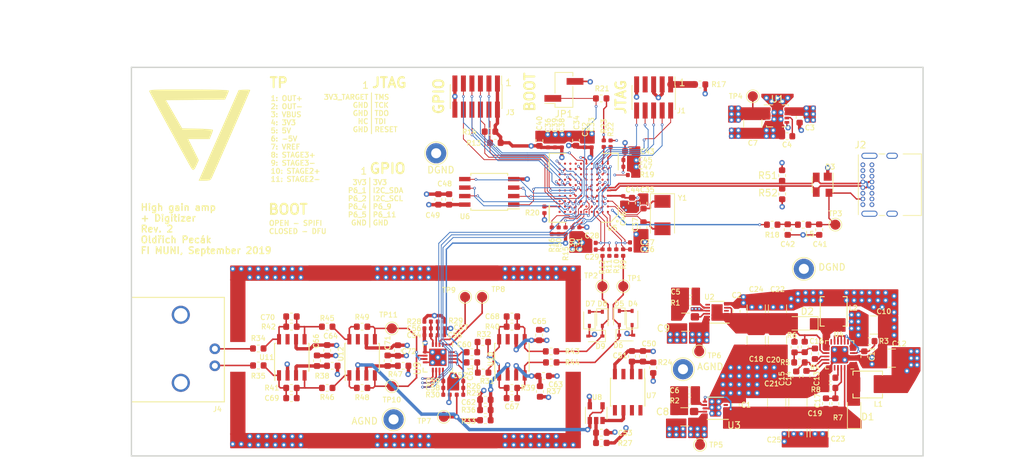
<source format=kicad_pcb>
(kicad_pcb (version 20171130) (host pcbnew 5.0.2+dfsg1-1~bpo9+1)
  (title_block (title "High gain amp + Digitizer") (date 2019-09-23) (rev 2) (company "Oldřich Pecák") (comment 1 "FI MUNI"))
  (layers (0 F.Cu signal) (1 In1.Cu power) (2 In2.Cu power) (31 B.Cu signal) (34 B.Paste user) (35 F.Paste user) (36 B.SilkS user) (37 F.SilkS user) (38 B.Mask user) (39 F.Mask user) (44 Edge.Cuts user))
  (net 0 "")
  (net 1 /LPC4370-JTAG-PWR-MISC/ADC3)
  (net 2 /LPC4370-JTAG-PWR-MISC/ADC0)
  (net 3 /Amplifier/STAGE2_NEG)
  (net 4 /Amplifier/STAGE2_POS)
  (net 5 "Net-(TP9-Pad1)")
  (net 6 "Net-(TP8-Pad1)")
  (net 7 -5V)
  (net 8 +5V)
  (net 9 +3V3)
  (net 10 /LPC4370-USB/USB_VBUS)
  (net 11 /Amplifier/V_REF)
  (net 12 "Net-(C69-Pad1)")
  (net 13 "Net-(R46-Pad2)")
  (net 14 "Net-(C71-Pad2)")
  (net 15 "Net-(R45-Pad1)")
  (net 16 "Net-(C60-Pad2)")
  (net 17 "Net-(C67-Pad2)")
  (net 18 "Net-(C5-Pad2)")
  (net 19 GND)
  (net 20 "Net-(C11-Pad1)")
  (net 21 "Net-(R4-Pad2)")
  (net 22 "Net-(C16-Pad1)")
  (net 23 "Net-(C15-Pad1)")
  (net 24 /Power/VNEG)
  (net 25 "Net-(C6-Pad2)")
  (net 26 "Net-(C17-Pad2)")
  (net 27 /Power/VPOS)
  (net 28 "Net-(C70-Pad1)")
  (net 29 "Net-(C67-Pad1)")
  (net 30 "Net-(C68-Pad1)")
  (net 31 "Net-(C70-Pad2)")
  (net 32 "Net-(C68-Pad2)")
  (net 33 "Net-(C64-Pad2)")
  (net 34 "Net-(C63-Pad2)")
  (net 35 "Net-(C62-Pad2)")
  (net 36 "Net-(C69-Pad2)")
  (net 37 "Net-(J4-Pad1)")
  (net 38 "Net-(C54-Pad2)")
  (net 39 "Net-(J1-Pad1)")
  (net 40 "Net-(C42-Pad1)")
  (net 41 "Net-(R18-Pad1)")
  (net 42 "Net-(C61-Pad2)")
  (net 43 /LPC4370-GPIO/BOOT_3)
  (net 44 /LPC4370-GPIO/BOOT_2)
  (net 45 /LPC4370-GPIO/BOOT_1)
  (net 46 /LPC4370-GPIO/BOOT_0)
  (net 47 "Net-(C50-Pad2)")
  (net 48 "Net-(C52-Pad2)")
  (net 49 "Net-(C53-Pad2)")
  (net 50 "Net-(C55-Pad2)")
  (net 51 "Net-(C58-Pad2)")
  (net 52 /LPC4370-JTAG-PWR-MISC/RESET)
  (net 53 /LPC4370-JTAG-PWR-MISC/TRST)
  (net 54 "Net-(R19-Pad1)")
  (net 55 /LPC4370-GPIO/I2C_SCL)
  (net 56 /LPC4370-GPIO/I2C_SDA)
  (net 57 "Net-(C29-Pad1)")
  (net 58 "Net-(C28-Pad1)")
  (net 59 /LPC4370-JTAG-PWR-MISC/ADC2)
  (net 60 /LPC4370-JTAG-PWR-MISC/ADC1)
  (net 61 "Net-(C27-Pad1)")
  (net 62 "Net-(C26-Pad1)")
  (net 63 "Net-(U7-Pad6)")
  (net 64 "Net-(C4-Pad1)")
  (net 65 /LPC4370-GPIO/SPIFI_CS)
  (net 66 /LPC4370-GPIO/SPIFI_MISO)
  (net 67 /LPC4370-GPIO/SPIFI_SIO2)
  (net 68 /LPC4370-GPIO/SPIFI_MOSI)
  (net 69 /LPC4370-GPIO/SPIFI_SCK)
  (net 70 /LPC4370-GPIO/SPIFI_SIO3)
  (net 71 "Net-(U12-Pad7)")
  (net 72 "Net-(U7-Pad8)")
  (net 73 "Net-(U7-Pad7)")
  (net 74 "Net-(U7-Pad5)")
  (net 75 "Net-(U7-Pad3)")
  (net 76 "Net-(U7-Pad1)")
  (net 77 "Net-(U10-Pad7)")
  (net 78 "Net-(U11-Pad7)")
  (net 79 "Net-(D1-Pad2)")
  (net 80 "Net-(U4-Pad7)")
  (net 81 "Net-(U4-Pad12)")
  (net 82 "Net-(D2-Pad1)")
  (net 83 "Net-(C14-Pad1)")
  (net 84 "Net-(U4-Pad20)")
  (net 85 "Net-(C13-Pad1)")
  (net 86 /Amplifier/S3_CS)
  (net 87 /Amplifier/S3_DIO)
  (net 88 /Amplifier/S3_SCLK)
  (net 89 "Net-(C61-Pad1)")
  (net 90 "Net-(C60-Pad1)")
  (net 91 "Net-(U2-Pad4)")
  (net 92 "Net-(U2-Pad7)")
  (net 93 "Net-(U3-Pad4)")
  (net 94 "Net-(C37-Pad1)")
  (net 95 "Net-(C35-Pad1)")
  (net 96 "Net-(U5-PadF1)")
  (net 97 "Net-(U5-PadG1)")
  (net 98 "Net-(U5-PadH1)")
  (net 99 "Net-(U5-PadG2)")
  (net 100 /LPC4370-JTAG-PWR-MISC/TCK)
  (net 101 "Net-(U5-PadC3)")
  (net 102 /LPC4370-JTAG-PWR-MISC/TDI)
  (net 103 /LPC4370-JTAG-PWR-MISC/TDO)
  (net 104 "Net-(U5-PadK3)")
  (net 105 "Net-(U5-PadA4)")
  (net 106 /LPC4370-JTAG-PWR-MISC/TMS)
  (net 107 "Net-(U5-PadG4)")
  (net 108 "Net-(U5-PadJ4)")
  (net 109 "Net-(U5-PadK4)")
  (net 110 "Net-(U5-PadA5)")
  (net 111 "Net-(U5-PadB5)")
  (net 112 "Net-(C30-Pad1)")
  (net 113 "Net-(U5-PadF5)")
  (net 114 /LPC4370-GPIO/GPIO_0)
  (net 115 "Net-(U5-PadH5)")
  (net 116 "Net-(U5-PadJ5)")
  (net 117 /LPC4370-JTAG-PWR-MISC/DBGEN)
  (net 118 /LPC4370-GPIO/GPIO_2)
  (net 119 "Net-(U5-PadG6)")
  (net 120 "Net-(U5-PadH6)")
  (net 121 "Net-(U5-PadK6)")
  (net 122 "Net-(U5-PadF7)")
  (net 123 "Net-(U5-PadG7)")
  (net 124 "Net-(U5-PadH7)")
  (net 125 "Net-(U5-PadJ7)")
  (net 126 "Net-(U5-PadK7)")
  (net 127 "Net-(U5-PadA8)")
  (net 128 "Net-(U5-PadD8)")
  (net 129 "Net-(U5-PadE8)")
  (net 130 /LPC4370-GPIO/GPIO_4)
  (net 131 "Net-(U5-PadH8)")
  (net 132 "Net-(U5-PadJ8)")
  (net 133 "Net-(U5-PadK8)")
  (net 134 "Net-(U5-PadA9)")
  (net 135 "Net-(U5-PadB9)")
  (net 136 /LPC4370-GPIO/GPIO_5)
  (net 137 "Net-(U5-PadD9)")
  (net 138 "Net-(U5-PadE9)")
  (net 139 /LPC4370-GPIO/GPIO_3)
  (net 140 "Net-(U5-PadG9)")
  (net 141 "Net-(U5-PadH9)")
  (net 142 /LPC4370-GPIO/GPIO_1)
  (net 143 "Net-(U5-PadK9)")
  (net 144 "Net-(U5-PadA10)")
  (net 145 "Net-(U5-PadC10)")
  (net 146 "Net-(U5-PadD10)")
  (net 147 "Net-(U5-PadE10)")
  (net 148 "Net-(U5-PadG10)")
  (net 149 "Net-(U5-PadH10)")
  (net 150 "Net-(U5-PadJ10)")
  (net 151 "Net-(D4-Pad2)")
  (net 152 "Net-(D7-Pad2)")
  (net 153 "Net-(J2-PadA5)")
  (net 154 "Net-(J2-PadA8)")
  (net 155 "Net-(J2-PadB5)")
  (net 156 "Net-(J2-PadB8)")
  (net 157 "Net-(J1-Pad7)")
  (net 158 "Net-(D3-Pad3)")
  (net 159 "Net-(D3-Pad2)")
  (net 160 "Net-(U5-PadH4)")
  (module Connector_PinHeader_2.54mm:PinHeader_1x02_P2.54mm_Vertical_SMD_Pin1Right (layer F.Cu) (at 145.9357 63.9445 180)
    (fp_text reference JP1 (at 0 -3.6 180) (layer F.SilkS))
    (fp_text value " ")
    (pad 2 smd rect (at -1.655 1.27 180) (size 2.51 1) (layers F.Cu F.Paste F.Mask) (net 19 GND))
    (pad 1 smd rect (at 1.655 -1.27 180) (size 2.51 1) (layers F.Cu F.Paste F.Mask) (net 44 /LPC4370-GPIO/BOOT_2))
  )
  (module Diode_SMD:D_SOD-123 (layer F.Cu) (at 189.23 112.268 90)
    (fp_text reference D1 (at -0.508 2.032 180) (layer F.SilkS))
    (fp_text value D_Schottky)
    (pad 2 smd rect (at 1.65 0 90) (size 0.9 1.2) (layers F.Cu F.Paste F.Mask) (net 79 "Net-(D1-Pad2)"))
    (pad 1 smd rect (at -1.65 0 90) (size 0.9 1.2) (layers F.Cu F.Paste F.Mask) (net 27 /Power/VPOS))
  )
  (module Diode_SMD:D_SOD-123 (layer F.Cu) (at 181.61 98.806 180)
    (fp_text reference D2 (at -0.635 1.778 180) (layer F.SilkS))
    (fp_text value D_Schottky)
    (pad 1 smd rect (at -1.65 0 180) (size 0.9 1.2) (layers F.Cu F.Paste F.Mask) (net 82 "Net-(D2-Pad1)"))
    (pad 2 smd rect (at 1.65 0 180) (size 0.9 1.2) (layers F.Cu F.Paste F.Mask) (net 24 /Power/VNEG))
  )
  (module LoaDy:QFN-16-1EP_4x4mm_P0.5mm_EP2.6x2.6mm (layer F.Cu) (at 127.127 103.886 270)
    (fp_text reference U9 (at 1.651 3.048 270) (layer F.SilkS))
    (fp_text value LMH6518)
    (pad 1 smd roundrect (at -1.9 -0.75 270) (size 0.7 0.3) (layers F.Cu F.Paste F.Mask) (roundrect_rratio 0.1675) (net 6 "Net-(TP8-Pad1)"))
    (pad 2 smd roundrect (at -1.9 -0.25 270) (size 0.7 0.3) (layers F.Cu F.Paste F.Mask) (roundrect_rratio 0.1675) (net 5 "Net-(TP9-Pad1)"))
    (pad 3 smd roundrect (at -1.9 0.25 270) (size 0.7 0.3) (layers F.Cu F.Paste F.Mask) (roundrect_rratio 0.1675) (net 50 "Net-(C55-Pad2)"))
    (pad 4 smd roundrect (at -1.9 0.75 270) (size 0.7 0.3) (layers F.Cu F.Paste F.Mask) (roundrect_rratio 0.1675) (net 38 "Net-(C54-Pad2)"))
    (pad 5 smd roundrect (at -0.75 1.9) (size 0.7 0.3) (layers F.Cu F.Paste F.Mask) (roundrect_rratio 0.1675) (net 19 GND))
    (pad 6 smd roundrect (at -0.25 1.9) (size 0.7 0.3) (layers F.Cu F.Paste F.Mask) (roundrect_rratio 0.1675) (net 4 /Amplifier/STAGE2_POS))
    (pad 7 smd roundrect (at 0.25 1.9) (size 0.7 0.3) (layers F.Cu F.Paste F.Mask) (roundrect_rratio 0.168) (net 3 /Amplifier/STAGE2_NEG))
    (pad 8 smd roundrect (at 0.75 1.9) (size 0.7 0.3) (layers F.Cu F.Paste F.Mask) (roundrect_rratio 0.1675) (net 19 GND))
    (pad 9 smd roundrect (at 1.9 0.75 270) (size 0.7 0.3) (layers F.Cu F.Paste F.Mask) (roundrect_rratio 0.1675) (net 86 /Amplifier/S3_CS))
    (pad 10 smd roundrect (at 1.9 0.25 270) (size 0.7 0.3) (layers F.Cu F.Paste F.Mask) (roundrect_rratio 0.1675) (net 87 /Amplifier/S3_DIO))
    (pad 11 smd roundrect (at 1.9 -0.25 270) (size 0.7 0.3) (layers F.Cu F.Paste F.Mask) (roundrect_rratio 0.1675) (net 88 /Amplifier/S3_SCLK))
    (pad 12 smd roundrect (at 1.9 -0.75 270) (size 0.7 0.3) (layers F.Cu F.Paste F.Mask) (roundrect_rratio 0.1675) (net 51 "Net-(C58-Pad2)"))
    (pad 13 smd roundrect (at 0.75 -1.9) (size 0.7 0.3) (layers F.Cu F.Paste F.Mask) (roundrect_rratio 0.1675) (net 48 "Net-(C52-Pad2)"))
    (pad 14 smd roundrect (at 0.25 -1.9) (size 0.7 0.3) (layers F.Cu F.Paste F.Mask) (roundrect_rratio 0.1675) (net 89 "Net-(C61-Pad1)"))
    (pad 15 smd roundrect (at -0.25 -1.9) (size 0.7 0.3) (layers F.Cu F.Paste F.Mask) (roundrect_rratio 0.1675) (net 90 "Net-(C60-Pad1)"))
    (pad 16 smd roundrect (at -0.75 -1.9) (size 0.7 0.3) (layers F.Cu F.Paste F.Mask) (roundrect_rratio 0.1675) (net 48 "Net-(C52-Pad2)"))
    (pad 17 smd roundrect (at 0 0 270) (size 2.6 2.6) (layers F.Cu F.Paste F.Mask) (roundrect_rratio 0.02) (net 19 GND))
  )
  (module LoaDy:TI-VSON-8 (layer F.Cu) (at 177.8 67.818)
    (fp_text reference U1 (at 0 -2.5) (layer F.SilkS))
    (fp_text value TPS7A80)
    (pad 1 smd roundrect (at -1.4 -0.975) (size 0.7 0.4) (layers F.Cu F.Paste F.Mask) (roundrect_rratio 0.125) (net 9 +3V3))
    (pad 2 smd roundrect (at -1.4 -0.325) (size 0.7 0.4) (layers F.Cu F.Paste F.Mask) (roundrect_rratio 0.125) (net 9 +3V3))
    (pad 4 smd roundrect (at -1.4 0.975) (size 0.7 0.4) (layers F.Cu F.Paste F.Mask) (roundrect_rratio 0.125) (net 19 GND))
    (pad 5 smd roundrect (at 1.4 0.975) (size 0.7 0.4) (layers F.Cu F.Paste F.Mask) (roundrect_rratio 0.125) (net 10 /LPC4370-USB/USB_VBUS))
    (pad 6 smd roundrect (at 1.4 0.325) (size 0.7 0.4) (layers F.Cu F.Paste F.Mask) (roundrect_rratio 0.125) (net 64 "Net-(C4-Pad1)"))
    (pad 9 smd roundrect (at 0 0) (size 1.5 1.75) (layers F.Cu F.Paste F.Mask) (roundrect_rratio 0.033) (net 19 GND))
    (pad 3 smd roundrect (at -1.4 0.325) (size 0.7 0.4) (layers F.Cu F.Paste F.Mask) (roundrect_rratio 0.125) (net 9 +3V3))
    (pad 7 smd roundrect (at 1.4 -0.325) (size 0.7 0.4) (layers F.Cu F.Paste F.Mask) (roundrect_rratio 0.125) (net 10 /LPC4370-USB/USB_VBUS))
    (pad 8 smd roundrect (at 1.4 -0.975) (size 0.7 0.4) (layers F.Cu F.Paste F.Mask) (roundrect_rratio 0.125) (net 10 /LPC4370-USB/USB_VBUS))
    (pad 9 smd roundrect (at -0.325 -1.325) (size 0.25 1) (layers F.Cu F.Paste F.Mask) (roundrect_rratio 0.2) (net 19 GND))
    (pad 9 smd roundrect (at 0.325 -1.325) (size 0.25 1) (layers F.Cu F.Paste F.Mask) (roundrect_rratio 0.2) (net 19 GND))
    (pad 9 smd roundrect (at 0.325 1.325) (size 0.25 1) (layers F.Cu F.Paste F.Mask) (roundrect_rratio 0.2) (net 19 GND))
    (pad 9 smd roundrect (at -0.325 1.325) (size 0.25 1) (layers F.Cu F.Paste F.Mask) (roundrect_rratio 0.2) (net 19 GND))
  )
  (module Connector_USB:USB_C_Receptacle_GCT_USB4085 (layer F.Cu) (at 190.5381 81.0859 90)
    (fp_text reference J2 (at 8.9256 -0.3644 180) (layer F.SilkS))
    (fp_text value USB_C_Receptacle_USB2.0)
    (pad S1 thru_hole oval (at 7.3 4.36 90) (size 0.9 1.7) (drill oval 0.6 1.4) (layers *.Cu *.Mask) (net 19 GND))
    (pad S1 thru_hole oval (at -1.35 4.36 90) (size 0.9 1.7) (drill oval 0.6 1.4) (layers *.Cu *.Mask) (net 19 GND))
    (pad S1 thru_hole oval (at 7.3 0.98 90) (size 0.9 2.4) (drill oval 0.6 2.1) (layers *.Cu *.Mask) (net 19 GND))
    (pad S1 thru_hole oval (at -1.35 0.98 90) (size 0.9 2.4) (drill oval 0.6 2.1) (layers *.Cu *.Mask) (net 19 GND))
    (pad B6 thru_hole circle (at 3.4 1.35 90) (size 0.7 0.7) (drill 0.4) (layers *.Cu *.Mask) (net 158 "Net-(D3-Pad3)"))
    (pad B1 thru_hole circle (at 5.95 1.35 90) (size 0.7 0.7) (drill 0.4) (layers *.Cu *.Mask) (net 19 GND))
    (pad B4 thru_hole circle (at 5.1 1.35 90) (size 0.7 0.7) (drill 0.4) (layers *.Cu *.Mask) (net 10 /LPC4370-USB/USB_VBUS))
    (pad B5 thru_hole circle (at 4.25 1.35 90) (size 0.7 0.7) (drill 0.4) (layers *.Cu *.Mask) (net 155 "Net-(J2-PadB5)"))
    (pad B12 thru_hole circle (at 0 1.35 90) (size 0.7 0.7) (drill 0.4) (layers *.Cu *.Mask) (net 19 GND))
    (pad B8 thru_hole circle (at 1.7 1.35 90) (size 0.7 0.7) (drill 0.4) (layers *.Cu *.Mask) (net 156 "Net-(J2-PadB8)"))
    (pad B7 thru_hole circle (at 2.55 1.35 90) (size 0.7 0.7) (drill 0.4) (layers *.Cu *.Mask) (net 159 "Net-(D3-Pad2)"))
    (pad B9 thru_hole circle (at 0.85 1.35 90) (size 0.7 0.7) (drill 0.4) (layers *.Cu *.Mask) (net 10 /LPC4370-USB/USB_VBUS))
    (pad A12 thru_hole circle (at 5.95 0 90) (size 0.7 0.7) (drill 0.4) (layers *.Cu *.Mask) (net 19 GND))
    (pad A9 thru_hole circle (at 5.1 0 90) (size 0.7 0.7) (drill 0.4) (layers *.Cu *.Mask) (net 10 /LPC4370-USB/USB_VBUS))
    (pad A8 thru_hole circle (at 4.25 0 90) (size 0.7 0.7) (drill 0.4) (layers *.Cu *.Mask) (net 154 "Net-(J2-PadA8)"))
    (pad A7 thru_hole circle (at 3.4 0 90) (size 0.7 0.7) (drill 0.4) (layers *.Cu *.Mask) (net 159 "Net-(D3-Pad2)"))
    (pad A6 thru_hole circle (at 2.55 0 90) (size 0.7 0.7) (drill 0.4) (layers *.Cu *.Mask) (net 158 "Net-(D3-Pad3)"))
    (pad A5 thru_hole circle (at 1.7 0 90) (size 0.7 0.7) (drill 0.4) (layers *.Cu *.Mask) (net 153 "Net-(J2-PadA5)"))
    (pad A4 thru_hole circle (at 0.85 0 90) (size 0.7 0.7) (drill 0.4) (layers *.Cu *.Mask) (net 10 /LPC4370-USB/USB_VBUS))
    (pad A1 thru_hole circle (at 0 0 90) (size 0.7 0.7) (drill 0.4) (layers *.Cu *.Mask) (net 19 GND))
  )
  (module TestPoint:TestPoint_Loop_D2.54mm_Drill1.5mm_Beaded (layer F.Cu) (at 120.523 113.157)
    (fp_text reference AGND (at -4.318 0.254) (layer F.SilkS))
    (fp_text value TestPoint_Loop_D2.54mm_Drill1.5mm_Beaded)
    (pad 1 thru_hole circle (at 0 0) (size 3 3) (drill 1.5) (layers *.Cu *.Mask) (net 19 GND))
  )
  (module TestPoint:TestPoint_Loop_D2.54mm_Drill1.5mm_Beaded (layer F.Cu) (at 126.873 73.406)
    (fp_text reference DGND (at 0.7 2.5) (layer F.SilkS))
    (fp_text value TestPoint_Loop_D2.54mm_Drill1.5mm_Beaded)
    (pad 1 thru_hole circle (at 0 0) (size 3 3) (drill 1.5) (layers *.Cu *.Mask) (net 19 GND))
  )
  (module TestPoint:TestPoint_Loop_D2.54mm_Drill1.5mm_Beaded (layer F.Cu) (at 163.703 105.664)
    (fp_text reference AGND (at 4.064 -0.381) (layer F.SilkS))
    (fp_text value TestPoint_Loop_D2.54mm_Drill1.5mm_Beaded)
    (pad 1 thru_hole circle (at 0 0) (size 3 3) (drill 1.5) (layers *.Cu *.Mask) (net 19 GND))
  )
  (module TestPoint:TestPoint_Loop_D2.54mm_Drill1.5mm_Beaded (layer F.Cu) (at 181.737 90.678)
    (fp_text reference DGND (at 4.191 -0.254) (layer F.SilkS))
    (fp_text value TestPoint_Loop_D2.54mm_Drill1.5mm_Beaded)
    (pad 1 thru_hole circle (at 0 0) (size 3 3) (drill 1.5) (layers *.Cu *.Mask) (net 19 GND))
  )
  (module LoaDy:C_1210_3225Metric_SPLIT (layer F.Cu) (at 164.081 98.641)
    (fp_text reference C9 (at -3.299 0.927) (layer F.SilkS))
    (fp_text value 10u)
    (pad 2 smd roundrect (at 1.4 0.8) (size 1.25 1.1) (layers F.Cu F.Paste F.Mask) (roundrect_rratio 0.2) (net 7 -5V))
    (pad 1 smd roundrect (at -1.4 0.8) (size 1.25 1.1) (layers F.Cu F.Paste F.Mask) (roundrect_rratio 0.2) (net 19 GND))
    (pad 2 smd roundrect (at 1.4 -0.8) (size 1.25 1.1) (layers F.Cu F.Paste F.Mask) (roundrect_rratio 0.2) (net 7 -5V))
    (pad 1 smd roundrect (at -1.4 -0.8) (size 1.25 1.1) (layers F.Cu F.Paste F.Mask) (roundrect_rratio 0.2) (net 19 GND))
  )
  (module LoaDy:C_1210_3225Metric_SPLIT (layer F.Cu) (at 163.957 112.776)
    (fp_text reference C8 (at -3.302 -0.762) (layer F.SilkS))
    (fp_text value 10u)
    (pad 2 smd roundrect (at 1.4 0.8) (size 1.25 1.1) (layers F.Cu F.Paste F.Mask) (roundrect_rratio 0.2) (net 8 +5V))
    (pad 1 smd roundrect (at -1.4 0.8) (size 1.25 1.1) (layers F.Cu F.Paste F.Mask) (roundrect_rratio 0.2) (net 19 GND))
    (pad 2 smd roundrect (at 1.4 -0.8) (size 1.25 1.1) (layers F.Cu F.Paste F.Mask) (roundrect_rratio 0.2) (net 8 +5V))
    (pad 1 smd roundrect (at -1.4 -0.8) (size 1.25 1.1) (layers F.Cu F.Paste F.Mask) (roundrect_rratio 0.2) (net 19 GND))
  )
  (module Package_DFN_QFN:DFN-10-1EP_3x3mm_P0.5mm_EP1.55x2.48mm (layer F.Cu) (at 168.529 111.506 180)
    (fp_text reference U3 (at -2.794 -2.54 180) (layer F.SilkS))
    (fp_text value LT3045xDD)
    (pad 11 smd rect (at 0 0 180) (size 1.55 2.48) (layers F.Cu F.Mask) (net 19 GND))
    (pad 10 smd rect (at 1.55 -1 180) (size 0.65 0.3) (layers F.Cu F.Paste F.Mask) (net 8 +5V))
    (pad 9 smd rect (at 1.55 -0.5 180) (size 0.65 0.3) (layers F.Cu F.Paste F.Mask) (net 8 +5V))
    (pad 8 smd rect (at 1.55 0 180) (size 0.65 0.3) (layers F.Cu F.Paste F.Mask) (net 19 GND))
    (pad 7 smd rect (at 1.55 0.5 180) (size 0.65 0.3) (layers F.Cu F.Paste F.Mask) (net 25 "Net-(C6-Pad2)"))
    (pad 6 smd rect (at 1.55 1 180) (size 0.65 0.3) (layers F.Cu F.Paste F.Mask) (net 27 /Power/VPOS))
    (pad 5 smd rect (at -1.55 1 180) (size 0.65 0.3) (layers F.Cu F.Paste F.Mask) (net 19 GND))
    (pad 4 smd rect (at -1.55 0.5 180) (size 0.65 0.3) (layers F.Cu F.Paste F.Mask) (net 93 "Net-(U3-Pad4)"))
    (pad 3 smd rect (at -1.55 0 180) (size 0.65 0.3) (layers F.Cu F.Paste F.Mask) (net 27 /Power/VPOS))
    (pad 2 smd rect (at -1.55 -0.5 180) (size 0.65 0.3) (layers F.Cu F.Paste F.Mask) (net 27 /Power/VPOS))
    (pad 1 smd rect (at -1.55 -1 180) (size 0.65 0.3) (layers F.Cu F.Paste F.Mask) (net 27 /Power/VPOS))
  )
  (module LoaDy:Shield_clip_Sx711 (layer F.Cu) (at 147.32 110.744 90)
    (fp_text reference REF** hide)
    (fp_text value Shield_clip_Sx711)
    (pad 1 smd rect (at 0 0 90) (size 9.4 2.28) (layers F.Cu F.Paste F.Mask) (net 19 GND))
  )
  (module LoaDy:Shield_clip_Sx711 (layer F.Cu) (at 147.32 96.901 90)
    (fp_text reference REF** hide)
    (fp_text value Shield_clip_Sx711)
    (pad 1 smd rect (at 0 0 90) (size 9.4 2.28) (layers F.Cu F.Paste F.Mask) (net 19 GND))
  )
  (module LoaDy:Shield_clip_Sx711 (layer F.Cu) (at 97.282 96.901 90)
    (fp_text reference REF** hide)
    (fp_text value Shield_clip_Sx711)
    (pad 1 smd rect (at 0 0 90) (size 9.4 2.28) (layers F.Cu F.Paste F.Mask) (net 19 GND))
  )
  (module LoaDy:Shield_clip_Sx711 (layer F.Cu) (at 97.282 110.744 90)
    (fp_text reference REF** hide)
    (fp_text value Shield_clip_Sx711)
    (pad 1 smd rect (at 0 0 90) (size 9.4 2.28) (layers F.Cu F.Paste F.Mask) (net 19 GND))
  )
  (module LoaDy:Shield_clip_Sx711 (layer F.Cu) (at 131.318 116.332)
    (fp_text reference REF** hide)
    (fp_text value Shield_clip_Sx711)
    (pad 1 smd rect (at 0 0) (size 9.4 2.28) (layers F.Cu F.Paste F.Mask) (net 19 GND))
  )
  (module LoaDy:Shield_clip_Sx711 (layer F.Cu) (at 112.395 116.332)
    (fp_text reference REF** hide)
    (fp_text value Shield_clip_Sx711)
    (pad 1 smd rect (at 0 0) (size 9.4 2.28) (layers F.Cu F.Paste F.Mask) (net 19 GND))
  )
  (module LoaDy:Shield_clip_Sx711 (layer F.Cu) (at 131.445 91.313)
    (fp_text reference REF** hide)
    (fp_text value Shield_clip_Sx711)
    (pad 1 smd rect (at 0 0) (size 9.4 2.28) (layers F.Cu F.Paste F.Mask) (net 19 GND))
  )
  (module Resistor_SMD:R_0603_1608Metric (layer F.Cu) (at 178.4866 76.7285 90)
    (fp_text reference R51 (at 0 -2.1336 180) (layer F.SilkS))
    (fp_text value 1M)
    (pad 2 smd roundrect (at 0.7875 0 90) (size 0.875 0.95) (layers F.Cu F.Paste F.Mask) (net 19 GND))
    (pad 1 smd roundrect (at -0.7875 0 90) (size 0.875 0.95) (layers F.Cu F.Paste F.Mask) (net 159 "Net-(D3-Pad2)"))
  )
  (module Resistor_SMD:R_0603_1608Metric (layer F.Cu) (at 178.5 79.4875 270)
    (fp_text reference R52 (at -0.1525 2.1209) (layer F.SilkS))
    (fp_text value 1M)
    (pad 1 smd roundrect (at -0.7875 0 270) (size 0.875 0.95) (layers F.Cu F.Paste F.Mask) (net 158 "Net-(D3-Pad3)"))
    (pad 2 smd roundrect (at 0.7875 0 270) (size 0.875 0.95) (layers F.Cu F.Paste F.Mask) (net 19 GND))
  )
  (module Resistor_SMD:R_0402_1005Metric (layer F.Cu) (at 130.429 108.458)
    (fp_text reference R26 (at 2.032 -0.254) (layer F.SilkS) (effects (font (size 0.75 0.75) (thickness 0.135))))
    (fp_text value 10K)
    (pad 1 smd roundrect (at -0.485 0) (size 0.59 0.64) (layers F.Cu F.Paste F.Mask) (net 19 GND))
    (pad 2 smd roundrect (at 0.485 0) (size 0.59 0.64) (layers F.Cu F.Paste F.Mask) (net 48 "Net-(C52-Pad2)"))
  )
  (module Resistor_SMD:R_0402_1005Metric (layer F.Cu) (at 130.429 109.474)
    (fp_text reference R25 (at 2.032 -0.254 180) (layer F.SilkS) (effects (font (size 0.75 0.75) (thickness 0.135))))
    (fp_text value 10K)
    (pad 2 smd roundrect (at 0.485 0) (size 0.59 0.64) (layers F.Cu F.Paste F.Mask) (net 48 "Net-(C52-Pad2)"))
    (pad 1 smd roundrect (at -0.485 0) (size 0.59 0.64) (layers F.Cu F.Paste F.Mask) (net 11 /Amplifier/V_REF))
  )
  (module Resistor_SMD:R_0402_1005Metric (layer F.Cu) (at 128.42 109.474 180)
    (fp_text reference R30 (at 2.055 0 180) (layer F.SilkS) (effects (font (size 0.75 0.75) (thickness 0.135))))
    (fp_text value 1R)
    (pad 2 smd roundrect (at 0.485 0 180) (size 0.59 0.64) (layers F.Cu F.Paste F.Mask) (net 51 "Net-(C58-Pad2)"))
    (pad 1 smd roundrect (at -0.485 0 180) (size 0.59 0.64) (layers F.Cu F.Paste F.Mask) (net 9 +3V3))
  )
  (module Resistor_SMD:R_0402_1005Metric (layer F.Cu) (at 127.589 98.552 180)
    (fp_text reference R29 (at -2.205 0.127 180) (layer F.SilkS) (effects (font (size 0.75 0.75) (thickness 0.135))))
    (fp_text value 1R)
    (pad 2 smd roundrect (at 0.485 0 180) (size 0.59 0.64) (layers F.Cu F.Paste F.Mask) (net 50 "Net-(C55-Pad2)"))
    (pad 1 smd roundrect (at -0.485 0 180) (size 0.59 0.64) (layers F.Cu F.Paste F.Mask) (net 8 +5V))
  )
  (module Resistor_SMD:R_0402_1005Metric (layer F.Cu) (at 125.603 98.552)
    (fp_text reference R28 (at -2.032 0) (layer F.SilkS) (effects (font (size 0.75 0.75) (thickness 0.135))))
    (fp_text value 1R)
    (pad 1 smd roundrect (at -0.485 0) (size 0.59 0.64) (layers F.Cu F.Paste F.Mask) (net 8 +5V))
    (pad 2 smd roundrect (at 0.485 0) (size 0.59 0.64) (layers F.Cu F.Paste F.Mask) (net 38 "Net-(C54-Pad2)"))
  )
  (module Capacitor_SMD:C_0402_1005Metric (layer F.Cu) (at 150.1878 87.7951 180)
    (fp_text reference C29 (at 0.0738 -1.1049) (layer F.SilkS) (effects (font (size 0.75 0.75) (thickness 0.135))))
    (fp_text value 47p)
    (pad 2 smd roundrect (at 0.485 0 180) (size 0.59 0.64) (layers F.Cu F.Paste F.Mask) (net 19 GND))
    (pad 1 smd roundrect (at -0.485 0 180) (size 0.59 0.64) (layers F.Cu F.Paste F.Mask) (net 57 "Net-(C29-Pad1)"))
  )
  (module Capacitor_SMD:C_0402_1005Metric (layer F.Cu) (at 150.1902 86.7918 180)
    (fp_text reference C28 (at 0.0762 1.0668 180) (layer F.SilkS) (effects (font (size 0.75 0.75) (thickness 0.135))))
    (fp_text value 47p)
    (pad 2 smd roundrect (at 0.485 0 180) (size 0.59 0.64) (layers F.Cu F.Paste F.Mask) (net 19 GND))
    (pad 1 smd roundrect (at -0.485 0 180) (size 0.59 0.64) (layers F.Cu F.Paste F.Mask) (net 58 "Net-(C28-Pad1)"))
  )
  (module Capacitor_SMD:C_0402_1005Metric (layer F.Cu) (at 156.2886 87.7697)
    (fp_text reference C26 (at 2.0804 -0.0127) (layer F.SilkS) (effects (font (size 0.75 0.75) (thickness 0.135))))
    (fp_text value 47p)
    (pad 2 smd roundrect (at 0.485 0) (size 0.59 0.64) (layers F.Cu F.Paste F.Mask) (net 19 GND))
    (pad 1 smd roundrect (at -0.485 0) (size 0.59 0.64) (layers F.Cu F.Paste F.Mask) (net 62 "Net-(C26-Pad1)"))
  )
  (module Capacitor_SMD:C_0402_1005Metric (layer F.Cu) (at 156.2838 86.7283)
    (fp_text reference C27 (at 2.0852 0) (layer F.SilkS) (effects (font (size 0.75 0.75) (thickness 0.135))))
    (fp_text value 47p)
    (pad 2 smd roundrect (at 0.485 0) (size 0.59 0.64) (layers F.Cu F.Paste F.Mask) (net 19 GND))
    (pad 1 smd roundrect (at -0.485 0) (size 0.59 0.64) (layers F.Cu F.Paste F.Mask) (net 61 "Net-(C27-Pad1)"))
  )
  (module Resistor_SMD:R_0402_1005Metric (layer F.Cu) (at 151.6888 88.2499 270)
    (fp_text reference R12 (at 2.1741 0.0508 270) (layer F.SilkS) (effects (font (size 0.75 0.75) (thickness 0.135))))
    (fp_text value 100R)
    (pad 2 smd roundrect (at 0.485 0 270) (size 0.59 0.64) (layers F.Cu F.Paste F.Mask) (net 1 /LPC4370-JTAG-PWR-MISC/ADC3))
    (pad 1 smd roundrect (at -0.485 0 270) (size 0.59 0.64) (layers F.Cu F.Paste F.Mask) (net 57 "Net-(C29-Pad1)"))
  )
  (module Resistor_SMD:R_0402_1005Metric (layer F.Cu) (at 152.7175 88.2499 270)
    (fp_text reference R11 (at 2.0471 0.0635 270) (layer F.SilkS) (effects (font (size 0.75 0.75) (thickness 0.135))))
    (fp_text value 100R)
    (pad 2 smd roundrect (at 0.485 0 270) (size 0.59 0.64) (layers F.Cu F.Paste F.Mask) (net 59 /LPC4370-JTAG-PWR-MISC/ADC2))
    (pad 1 smd roundrect (at -0.485 0 270) (size 0.59 0.64) (layers F.Cu F.Paste F.Mask) (net 58 "Net-(C28-Pad1)"))
  )
  (module Resistor_SMD:R_0402_1005Metric (layer F.Cu) (at 154.7749 88.242 270)
    (fp_text reference R9 (at 1.801 -0.0381 270) (layer F.SilkS) (effects (font (size 0.75 0.75) (thickness 0.135))))
    (fp_text value 100R)
    (pad 2 smd roundrect (at 0.485 0 270) (size 0.59 0.64) (layers F.Cu F.Paste F.Mask) (net 2 /LPC4370-JTAG-PWR-MISC/ADC0))
    (pad 1 smd roundrect (at -0.485 0 270) (size 0.59 0.64) (layers F.Cu F.Paste F.Mask) (net 62 "Net-(C26-Pad1)"))
  )
  (module Resistor_SMD:R_0402_1005Metric (layer F.Cu) (at 153.7462 88.2499 270)
    (fp_text reference R10 (at 2.0471 -0.0508 270) (layer F.SilkS) (effects (font (size 0.75 0.75) (thickness 0.135))))
    (fp_text value 100R)
    (pad 2 smd roundrect (at 0.485 0 270) (size 0.59 0.64) (layers F.Cu F.Paste F.Mask) (net 60 /LPC4370-JTAG-PWR-MISC/ADC1))
    (pad 1 smd roundrect (at -0.485 0 270) (size 0.59 0.64) (layers F.Cu F.Paste F.Mask) (net 61 "Net-(C27-Pad1)"))
  )
  (module Resistor_SMD:R_0402_1005Metric (layer F.Cu) (at 145.1483 84.9781 90)
    (fp_text reference R50 (at -2.1463 0.0254 90) (layer F.SilkS) (effects (font (size 0.75 0.75) (thickness 0.135))))
    (fp_text value 4K7)
    (pad 2 smd roundrect (at 0.485 0 90) (size 0.59 0.64) (layers F.Cu F.Paste F.Mask) (net 117 /LPC4370-JTAG-PWR-MISC/DBGEN))
    (pad 1 smd roundrect (at -0.485 0 90) (size 0.59 0.64) (layers F.Cu F.Paste F.Mask) (net 9 +3V3))
  )
  (module Resistor_SMD:R_0402_1005Metric (layer F.Cu) (at 155.9584 76.6572)
    (fp_text reference R19 (at 2.3725 -0.0508) (layer F.SilkS) (effects (font (size 0.75 0.75) (thickness 0.135))))
    (fp_text value 12K1)
    (pad 2 smd roundrect (at 0.485 0) (size 0.59 0.64) (layers F.Cu F.Paste F.Mask) (net 19 GND))
    (pad 1 smd roundrect (at -0.485 0) (size 0.59 0.64) (layers F.Cu F.Paste F.Mask) (net 54 "Net-(R19-Pad1)"))
  )
  (module Resistor_SMD:R_0402_1005Metric (layer F.Cu) (at 143.0274 81.8539 270)
    (fp_text reference R20 (at 0.4421 1.8034) (layer F.SilkS) (effects (font (size 0.75 0.75) (thickness 0.135))))
    (fp_text value 2K2)
    (pad 2 smd roundrect (at 0.485 0 270) (size 0.59 0.64) (layers F.Cu F.Paste F.Mask) (net 19 GND))
    (pad 1 smd roundrect (at -0.485 0 270) (size 0.59 0.64) (layers F.Cu F.Paste F.Mask) (net 43 /LPC4370-GPIO/BOOT_3))
  )
  (module Resistor_SMD:R_0402_1005Metric (layer F.Cu) (at 152.8953 71.986 90)
    (fp_text reference R22 (at 2.136 0.0127 90) (layer F.SilkS) (effects (font (size 0.75 0.75) (thickness 0.135))))
    (fp_text value 2K2)
    (pad 2 smd roundrect (at 0.485 0 90) (size 0.59 0.64) (layers F.Cu F.Paste F.Mask) (net 19 GND))
    (pad 1 smd roundrect (at -0.485 0 90) (size 0.59 0.64) (layers F.Cu F.Paste F.Mask) (net 45 /LPC4370-GPIO/BOOT_1))
  )
  (module Resistor_SMD:R_0402_1005Metric (layer F.Cu) (at 151.8793 71.9812 270)
    (fp_text reference R23 (at -2.6392 -0.0127 270) (layer F.SilkS) (effects (font (size 0.75 0.75) (thickness 0.135))))
    (fp_text value 2K2)
    (pad 2 smd roundrect (at 0.485 0 270) (size 0.59 0.64) (layers F.Cu F.Paste F.Mask) (net 46 /LPC4370-GPIO/BOOT_0))
    (pad 1 smd roundrect (at -0.485 0 270) (size 0.59 0.64) (layers F.Cu F.Paste F.Mask) (net 9 +3V3))
  )
  (module Resistor_SMD:R_0402_1005Metric (layer F.Cu) (at 146.177 84.9781 90)
    (fp_text reference R15 (at -3.4139 0.0127 270) (layer F.SilkS) (effects (font (size 0.75 0.75) (thickness 0.135))))
    (fp_text value 4K7)
    (pad 2 smd roundrect (at 0.485 0 90) (size 0.59 0.64) (layers F.Cu F.Paste F.Mask) (net 53 /LPC4370-JTAG-PWR-MISC/TRST))
    (pad 1 smd roundrect (at -0.485 0 90) (size 0.59 0.64) (layers F.Cu F.Paste F.Mask) (net 9 +3V3))
  )
  (module Resistor_SMD:R_0402_1005Metric (layer F.Cu) (at 144.1323 84.9781 90)
    (fp_text reference R16 (at -2.1439 0.0127 90) (layer F.SilkS) (effects (font (size 0.75 0.75) (thickness 0.135))))
    (fp_text value 4K7)
    (pad 2 smd roundrect (at 0.485 0 90) (size 0.59 0.64) (layers F.Cu F.Paste F.Mask) (net 52 /LPC4370-JTAG-PWR-MISC/RESET))
    (pad 1 smd roundrect (at -0.485 0 90) (size 0.59 0.64) (layers F.Cu F.Paste F.Mask) (net 9 +3V3))
  )
  (module TestPoint:TestPoint_Pad_D1.5mm (layer F.Cu) (at 128.016 112.776)
    (fp_text reference TP7 (at -2.921 0.635) (layer F.SilkS) (effects (font (size 0.75 0.75) (thickness 0.135))))
    (fp_text value V_REF)
    (pad 1 smd circle (at 0 0) (size 1.5 1.5) (layers F.Cu F.Mask) (net 11 /Amplifier/V_REF))
  )
  (module TestPoint:TestPoint_Pad_D1.5mm (layer F.Cu) (at 186.436 84.074)
    (fp_text reference TP3 (at 0 -1.648) (layer F.SilkS) (effects (font (size 0.75 0.75) (thickness 0.135))))
    (fp_text value VBUS)
    (pad 1 smd circle (at 0 0) (size 1.5 1.5) (layers F.Cu F.Mask) (net 10 /LPC4370-USB/USB_VBUS))
  )
  (module TestPoint:TestPoint_Pad_D1.5mm (layer F.Cu) (at 174.117 64.897)
    (fp_text reference TP4 (at -2.54 0) (layer F.SilkS) (effects (font (size 0.75 0.75) (thickness 0.135))))
    (fp_text value 3V3)
    (pad 1 smd circle (at 0 0) (size 1.5 1.5) (layers F.Cu F.Mask) (net 9 +3V3))
  )
  (module TestPoint:TestPoint_Pad_D1.5mm (layer F.Cu) (at 166.243 116.967)
    (fp_text reference TP5 (at 2.413 0) (layer F.SilkS) (effects (font (size 0.75 0.75) (thickness 0.135))))
    (fp_text value 5V)
    (pad 1 smd circle (at 0 0) (size 1.5 1.5) (layers F.Cu F.Mask) (net 8 +5V))
  )
  (module TestPoint:TestPoint_Pad_D1.5mm (layer F.Cu) (at 166.116 102.997)
    (fp_text reference TP6 (at 2.286 0.635) (layer F.SilkS) (effects (font (size 0.75 0.75) (thickness 0.135))))
    (fp_text value -5V)
    (pad 1 smd circle (at 0 0) (size 1.5 1.5) (layers F.Cu F.Mask) (net 7 -5V))
  )
  (module TestPoint:TestPoint_Pad_D1.5mm (layer F.Cu) (at 133.731 94.869)
    (fp_text reference TP8 (at 2.413 -1.143) (layer F.SilkS) (effects (font (size 0.75 0.75) (thickness 0.135))))
    (fp_text value Stage3+)
    (pad 1 smd circle (at 0 0) (size 1.5 1.5) (layers F.Cu F.Mask) (net 6 "Net-(TP8-Pad1)"))
  )
  (module TestPoint:TestPoint_Pad_D1.5mm (layer F.Cu) (at 131.191 94.869)
    (fp_text reference TP9 (at -2.413 -1.016) (layer F.SilkS) (effects (font (size 0.75 0.75) (thickness 0.135))))
    (fp_text value Stage3-)
    (pad 1 smd circle (at 0 0) (size 1.5 1.5) (layers F.Cu F.Mask) (net 5 "Net-(TP9-Pad1)"))
  )
  (module TestPoint:TestPoint_Pad_D1.5mm (layer F.Cu) (at 120.269 108.204)
    (fp_text reference TP10 (at 0 2.032) (layer F.SilkS) (effects (font (size 0.75 0.75) (thickness 0.135))))
    (fp_text value Stage2+)
    (pad 1 smd circle (at 0 0) (size 1.5 1.5) (layers F.Cu F.Mask) (net 4 /Amplifier/STAGE2_POS))
  )
  (module TestPoint:TestPoint_Pad_D1.5mm (layer F.Cu) (at 120.269 99.568)
    (fp_text reference TP11 (at -0.508 -2.032) (layer F.SilkS) (effects (font (size 0.75 0.75) (thickness 0.135))))
    (fp_text value Stage2-)
    (pad 1 smd circle (at 0 0) (size 1.5 1.5) (layers F.Cu F.Mask) (net 3 /Amplifier/STAGE2_NEG))
  )
  (module TestPoint:TestPoint_Pad_D1.5mm (layer F.Cu) (at 154.7876 93.2815)
    (fp_text reference TP1 (at 1.6764 -1.2065) (layer F.SilkS) (effects (font (size 0.75 0.75) (thickness 0.135))))
    (fp_text value OUT+)
    (pad 1 smd circle (at 0 0) (size 1.5 1.5) (layers F.Cu F.Mask) (net 2 /LPC4370-JTAG-PWR-MISC/ADC0))
  )
  (module TestPoint:TestPoint_Pad_D1.5mm (layer F.Cu) (at 151.6761 93.2815)
    (fp_text reference TP2 (at -1.6891 -1.5875) (layer F.SilkS) (effects (font (size 0.75 0.75) (thickness 0.135))))
    (fp_text value OUT-)
    (pad 1 smd circle (at 0 0) (size 1.5 1.5) (layers F.Cu F.Mask) (net 1 /LPC4370-JTAG-PWR-MISC/ADC3))
  )
  (module Capacitor_SMD:C_0402_1005Metric (layer F.Cu) (at 148.2471 84.9654 270)
    (fp_text reference C31 (at 2.0804 0 270) (layer F.SilkS) (effects (font (size 0.75 0.75) (thickness 0.135))))
    (fp_text value 100n)
    (pad 2 smd roundrect (at 0.485 0 270) (size 0.59 0.64) (layers F.Cu F.Paste F.Mask) (net 19 GND))
    (pad 1 smd roundrect (at -0.485 0 270) (size 0.59 0.64) (layers F.Cu F.Paste F.Mask) (net 9 +3V3))
  )
  (module Capacitor_SMD:C_0402_1005Metric (layer F.Cu) (at 155.2932 74.4093)
    (fp_text reference C45 (at 2.771 0) (layer F.SilkS) (effects (font (size 0.75 0.75) (thickness 0.135))))
    (fp_text value 100n)
    (pad 2 smd roundrect (at 0.485 0) (size 0.59 0.64) (layers F.Cu F.Paste F.Mask) (net 19 GND))
    (pad 1 smd roundrect (at -0.485 0) (size 0.59 0.64) (layers F.Cu F.Paste F.Mask) (net 9 +3V3))
  )
  (module Capacitor_SMD:C_0402_1005Metric (layer F.Cu) (at 154.7876 80.287 270)
    (fp_text reference C46 (at 2.8853 0 90) (layer F.SilkS) (effects (font (size 0.75 0.75) (thickness 0.135))))
    (fp_text value 3n3)
    (pad 2 smd roundrect (at 0.485 0 270) (size 0.59 0.64) (layers F.Cu F.Paste F.Mask) (net 19 GND))
    (pad 1 smd roundrect (at -0.485 0 270) (size 0.59 0.64) (layers F.Cu F.Paste F.Mask) (net 9 +3V3))
  )
  (module Capacitor_SMD:C_0402_1005Metric (layer F.Cu) (at 144.6022 72.0495 90)
    (fp_text reference C39 (at 2.8218 0 90) (layer F.SilkS) (effects (font (size 0.75 0.75) (thickness 0.135))))
    (fp_text value 100n)
    (pad 2 smd roundrect (at 0.485 0 90) (size 0.59 0.64) (layers F.Cu F.Paste F.Mask) (net 19 GND))
    (pad 1 smd roundrect (at -0.485 0 90) (size 0.59 0.64) (layers F.Cu F.Paste F.Mask) (net 9 +3V3))
  )
  (module Capacitor_SMD:C_0402_1005Metric (layer F.Cu) (at 145.6182 72.0471 90)
    (fp_text reference C38 (at 2.8194 0 90) (layer F.SilkS) (effects (font (size 0.75 0.75) (thickness 0.135))))
    (fp_text value 22n)
    (pad 2 smd roundrect (at 0.485 0 90) (size 0.59 0.64) (layers F.Cu F.Paste F.Mask) (net 19 GND))
    (pad 1 smd roundrect (at -0.485 0 90) (size 0.59 0.64) (layers F.Cu F.Paste F.Mask) (net 9 +3V3))
  )
  (module Capacitor_SMD:C_0402_1005Metric (layer F.Cu) (at 155.2853 75.4253)
    (fp_text reference C47 (at 2.7662 0) (layer F.SilkS) (effects (font (size 0.75 0.75) (thickness 0.135))))
    (fp_text value 39n)
    (pad 2 smd roundrect (at 0.485 0) (size 0.59 0.64) (layers F.Cu F.Paste F.Mask) (net 19 GND))
    (pad 1 smd roundrect (at -0.485 0) (size 0.59 0.64) (layers F.Cu F.Paste F.Mask) (net 9 +3V3))
  )
  (module Capacitor_SMD:C_0402_1005Metric (layer F.Cu) (at 143.5735 72.0495 90)
    (fp_text reference C36 (at 2.8091 0 90) (layer F.SilkS) (effects (font (size 0.75 0.75) (thickness 0.135))))
    (fp_text value 100n)
    (pad 2 smd roundrect (at 0.485 0 90) (size 0.59 0.64) (layers F.Cu F.Paste F.Mask) (net 19 GND))
    (pad 1 smd roundrect (at -0.485 0 90) (size 0.59 0.64) (layers F.Cu F.Paste F.Mask) (net 9 +3V3))
  )
  (module Capacitor_SMD:C_0402_1005Metric (layer F.Cu) (at 150.0632 72.0344 90)
    (fp_text reference C33 (at 2.9083 0 90) (layer F.SilkS) (effects (font (size 0.75 0.75) (thickness 0.135))))
    (fp_text value 22n)
    (pad 2 smd roundrect (at 0.485 0 90) (size 0.59 0.64) (layers F.Cu F.Paste F.Mask) (net 19 GND))
    (pad 1 smd roundrect (at -0.485 0 90) (size 0.59 0.64) (layers F.Cu F.Paste F.Mask) (net 9 +3V3))
  )
  (module Capacitor_SMD:C_0402_1005Metric (layer F.Cu) (at 149.0345 72.0241 90)
    (fp_text reference C32 (at 2.1741 0.0635 90) (layer F.SilkS) (effects (font (size 0.75 0.75) (thickness 0.135))))
    (fp_text value 100n)
    (pad 2 smd roundrect (at 0.485 0 90) (size 0.59 0.64) (layers F.Cu F.Paste F.Mask) (net 19 GND))
    (pad 1 smd roundrect (at -0.485 0 90) (size 0.59 0.64) (layers F.Cu F.Paste F.Mask) (net 9 +3V3))
  )
  (module Capacitor_SMD:C_0402_1005Metric (layer F.Cu) (at 147.2057 84.9781 270)
    (fp_text reference C30 (at 2.1439 0.0127 90) (layer F.SilkS) (effects (font (size 0.75 0.75) (thickness 0.135))))
    (fp_text value 100n)
    (pad 2 smd roundrect (at 0.485 0 270) (size 0.59 0.64) (layers F.Cu F.Paste F.Mask) (net 19 GND))
    (pad 1 smd roundrect (at -0.485 0 270) (size 0.59 0.64) (layers F.Cu F.Paste F.Mask) (net 112 "Net-(C30-Pad1)"))
  )
  (module Capacitor_SMD:C_0402_1005Metric (layer F.Cu) (at 130.429 107.442)
    (fp_text reference C52 (at 0 -0.8509) (layer F.SilkS) (effects (font (size 0.75 0.75) (thickness 0.135))))
    (fp_text value 100n)
    (pad 1 smd roundrect (at -0.485 0) (size 0.59 0.64) (layers F.Cu F.Paste F.Mask) (net 19 GND))
    (pad 2 smd roundrect (at 0.485 0) (size 0.59 0.64) (layers F.Cu F.Paste F.Mask) (net 48 "Net-(C52-Pad2)"))
  )
  (module Capacitor_SMD:C_0402_1005Metric (layer F.Cu) (at 125.603 100.584)
    (fp_text reference C54 (at -2.032 0) (layer F.SilkS) (effects (font (size 0.75 0.75) (thickness 0.135))))
    (fp_text value 10n)
    (pad 2 smd roundrect (at 0.485 0) (size 0.59 0.64) (layers F.Cu F.Paste F.Mask) (net 38 "Net-(C54-Pad2)"))
    (pad 1 smd roundrect (at -0.485 0) (size 0.59 0.64) (layers F.Cu F.Paste F.Mask) (net 19 GND))
  )
  (module Capacitor_SMD:C_0402_1005Metric (layer F.Cu) (at 127.589 100.584 180)
    (fp_text reference C55 (at -2.078 0 180) (layer F.SilkS) (effects (font (size 0.75 0.75) (thickness 0.135))))
    (fp_text value 10n)
    (pad 2 smd roundrect (at 0.485 0 180) (size 0.59 0.64) (layers F.Cu F.Paste F.Mask) (net 50 "Net-(C55-Pad2)"))
    (pad 1 smd roundrect (at -0.485 0 180) (size 0.59 0.64) (layers F.Cu F.Paste F.Mask) (net 19 GND))
  )
  (module Capacitor_SMD:C_0402_1005Metric (layer F.Cu) (at 125.603 99.568)
    (fp_text reference C56 (at -2.032 0) (layer F.SilkS) (effects (font (size 0.75 0.75) (thickness 0.135))))
    (fp_text value 100n)
    (pad 2 smd roundrect (at 0.485 0) (size 0.59 0.64) (layers F.Cu F.Paste F.Mask) (net 38 "Net-(C54-Pad2)"))
    (pad 1 smd roundrect (at -0.485 0) (size 0.59 0.64) (layers F.Cu F.Paste F.Mask) (net 19 GND))
  )
  (module Capacitor_SMD:C_0402_1005Metric (layer F.Cu) (at 127.612 99.568 180)
    (fp_text reference C57 (at -2.944 0.127 180) (layer F.SilkS) (effects (font (size 0.75 0.75) (thickness 0.135))))
    (fp_text value 100n)
    (pad 2 smd roundrect (at 0.485 0 180) (size 0.59 0.64) (layers F.Cu F.Paste F.Mask) (net 50 "Net-(C55-Pad2)"))
    (pad 1 smd roundrect (at -0.485 0 180) (size 0.59 0.64) (layers F.Cu F.Paste F.Mask) (net 19 GND))
  )
  (module Capacitor_SMD:C_0402_1005Metric (layer F.Cu) (at 128.42 108.458 180)
    (fp_text reference C58 (at 2.055 0 180) (layer F.SilkS) (effects (font (size 0.75 0.75) (thickness 0.135))))
    (fp_text value 100n)
    (pad 1 smd roundrect (at -0.485 0 180) (size 0.59 0.64) (layers F.Cu F.Paste F.Mask) (net 19 GND))
    (pad 2 smd roundrect (at 0.485 0 180) (size 0.59 0.64) (layers F.Cu F.Paste F.Mask) (net 51 "Net-(C58-Pad2)"))
  )
  (module Capacitor_SMD:C_0402_1005Metric (layer F.Cu) (at 128.42 107.442 180)
    (fp_text reference C59 (at 2.055 0 180) (layer F.SilkS) (effects (font (size 0.75 0.75) (thickness 0.135))))
    (fp_text value 10n)
    (pad 1 smd roundrect (at -0.485 0 180) (size 0.59 0.64) (layers F.Cu F.Paste F.Mask) (net 19 GND))
    (pad 2 smd roundrect (at 0.485 0 180) (size 0.59 0.64) (layers F.Cu F.Paste F.Mask) (net 51 "Net-(C58-Pad2)"))
  )
  (module Capacitor_SMD:C_0603_1608Metric (layer F.Cu) (at 181.864 102.3365 90)
    (fp_text reference C16 (at 0.8635 1.778 180) (layer F.SilkS) (effects (font (size 0.75 0.75) (thickness 0.135))))
    (fp_text value 12p)
    (pad 1 smd roundrect (at -0.7875 0 90) (size 0.875 0.95) (layers F.Cu F.Paste F.Mask) (net 22 "Net-(C16-Pad1)"))
    (pad 2 smd roundrect (at 0.7875 0 90) (size 0.875 0.95) (layers F.Cu F.Paste F.Mask) (net 24 /Power/VNEG))
  )
  (module Capacitor_SMD:C_0603_1608Metric (layer F.Cu) (at 181.102 68.0465 270)
    (fp_text reference C3 (at 1.5495 -1.524) (layer F.SilkS) (effects (font (size 0.75 0.75) (thickness 0.135))))
    (fp_text value 1u)
    (pad 2 smd roundrect (at 0.7875 0 270) (size 0.875 0.95) (layers F.Cu F.Paste F.Mask) (net 19 GND))
    (pad 1 smd roundrect (at -0.7875 0 270) (size 0.875 0.95) (layers F.Cu F.Paste F.Mask) (net 10 /LPC4370-USB/USB_VBUS))
  )
  (module Capacitor_SMD:C_0603_1608Metric (layer F.Cu) (at 179.2225 70.866 180)
    (fp_text reference C4 (at 0 -1.27 180) (layer F.SilkS) (effects (font (size 0.75 0.75) (thickness 0.135))))
    (fp_text value 10n)
    (pad 2 smd roundrect (at 0.7875 0 180) (size 0.875 0.95) (layers F.Cu F.Paste F.Mask) (net 19 GND))
    (pad 1 smd roundrect (at -0.7875 0 180) (size 0.875 0.95) (layers F.Cu F.Paste F.Mask) (net 64 "Net-(C4-Pad1)"))
  )
  (module Capacitor_SMD:C_0603_1608Metric (layer F.Cu) (at 164.846 94.107)
    (fp_text reference C5 (at -2.2605 0) (layer F.SilkS) (effects (font (size 0.75 0.75) (thickness 0.135))))
    (fp_text value 4u7)
    (pad 2 smd roundrect (at 0.7875 0) (size 0.875 0.95) (layers F.Cu F.Paste F.Mask) (net 18 "Net-(C5-Pad2)"))
    (pad 1 smd roundrect (at -0.7875 0) (size 0.875 0.95) (layers F.Cu F.Paste F.Mask) (net 19 GND))
  )
  (module Capacitor_SMD:C_0603_1608Metric (layer F.Cu) (at 164.6935 108.839)
    (fp_text reference C6 (at -2.2605 0) (layer F.SilkS) (effects (font (size 0.75 0.75) (thickness 0.135))))
    (fp_text value 4u7)
    (pad 2 smd roundrect (at 0.7875 0) (size 0.875 0.95) (layers F.Cu F.Paste F.Mask) (net 25 "Net-(C6-Pad2)"))
    (pad 1 smd roundrect (at -0.7875 0) (size 0.875 0.95) (layers F.Cu F.Paste F.Mask) (net 19 GND))
  )
  (module Capacitor_SMD:C_0603_1608Metric (layer F.Cu) (at 190.754 103.7845 270)
    (fp_text reference C11 (at -0.4065 -1.143 270) (layer F.SilkS) (effects (font (size 0.75 0.75) (thickness 0.135))))
    (fp_text value 100n)
    (pad 1 smd roundrect (at -0.7875 0 270) (size 0.875 0.95) (layers F.Cu F.Paste F.Mask) (net 20 "Net-(C11-Pad1)"))
    (pad 2 smd roundrect (at 0.7875 0 270) (size 0.875 0.95) (layers F.Cu F.Paste F.Mask) (net 19 GND))
  )
  (module Capacitor_SMD:C_0603_1608Metric (layer F.Cu) (at 185.6485 106.934 180)
    (fp_text reference C13 (at 2.0065 -0.127 270) (layer F.SilkS) (effects (font (size 0.75 0.75) (thickness 0.135))))
    (fp_text value 10n)
    (pad 1 smd roundrect (at -0.7875 0 180) (size 0.875 0.95) (layers F.Cu F.Paste F.Mask) (net 85 "Net-(C13-Pad1)"))
    (pad 2 smd roundrect (at 0.7875 0 180) (size 0.875 0.95) (layers F.Cu F.Paste F.Mask) (net 19 GND))
  )
  (module Capacitor_SMD:C_0603_1608Metric (layer F.Cu) (at 182.118 106.7055 270)
    (fp_text reference C14 (at 0.3555 2.667 270) (layer F.SilkS) (effects (font (size 0.75 0.75) (thickness 0.135))))
    (fp_text value 4u7)
    (pad 1 smd roundrect (at -0.7875 0 270) (size 0.875 0.95) (layers F.Cu F.Paste F.Mask) (net 83 "Net-(C14-Pad1)"))
    (pad 2 smd roundrect (at 0.7875 0 270) (size 0.875 0.95) (layers F.Cu F.Paste F.Mask) (net 19 GND))
  )
  (module Capacitor_SMD:C_0603_1608Metric (layer F.Cu) (at 180.594 106.7815 270)
    (fp_text reference C15 (at 0.2795 2.159 270) (layer F.SilkS) (effects (font (size 0.75 0.75) (thickness 0.135))))
    (fp_text value 220n)
    (pad 1 smd roundrect (at -0.7875 0 270) (size 0.875 0.95) (layers F.Cu F.Paste F.Mask) (net 23 "Net-(C15-Pad1)"))
    (pad 2 smd roundrect (at 0.7875 0 270) (size 0.875 0.95) (layers F.Cu F.Paste F.Mask) (net 19 GND))
  )
  (module Capacitor_SMD:C_0603_1608Metric (layer F.Cu) (at 185.039 110.7945 90)
    (fp_text reference C17 (at 0.4315 -1.27 90) (layer F.SilkS) (effects (font (size 0.75 0.75) (thickness 0.135))))
    (fp_text value 12p)
    (pad 1 smd roundrect (at -0.7875 0 90) (size 0.875 0.95) (layers F.Cu F.Paste F.Mask) (net 27 /Power/VPOS))
    (pad 2 smd roundrect (at 0.7875 0 90) (size 0.875 0.95) (layers F.Cu F.Paste F.Mask) (net 26 "Net-(C17-Pad2)"))
  )
  (module Capacitor_SMD:C_0603_1608Metric (layer F.Cu) (at 179.324 84.8105 270)
    (fp_text reference C42 (at 2.1845 0) (layer F.SilkS) (effects (font (size 0.75 0.75) (thickness 0.135))))
    (fp_text value 3u3)
    (pad 2 smd roundrect (at 0.7875 0 270) (size 0.875 0.95) (layers F.Cu F.Paste F.Mask) (net 19 GND))
    (pad 1 smd roundrect (at -0.7875 0 270) (size 0.875 0.95) (layers F.Cu F.Paste F.Mask) (net 40 "Net-(C42-Pad1)"))
  )
  (module Capacitor_SMD:C_0603_1608Metric (layer F.Cu) (at 171.704 97.0025 270)
    (fp_text reference C2 (at -2.3875 0) (layer F.SilkS) (effects (font (size 0.75 0.75) (thickness 0.135))))
    (fp_text value 470n)
    (pad 2 smd roundrect (at 0.7875 0 270) (size 0.875 0.95) (layers F.Cu F.Paste F.Mask) (net 24 /Power/VNEG))
    (pad 1 smd roundrect (at -0.7875 0 270) (size 0.875 0.95) (layers F.Cu F.Paste F.Mask) (net 19 GND))
  )
  (module Capacitor_SMD:C_0603_1608Metric (layer F.Cu) (at 184.023 84.8105 270)
    (fp_text reference C41 (at 2.1845 -0.127) (layer F.SilkS) (effects (font (size 0.75 0.75) (thickness 0.135))))
    (fp_text value 100n)
    (pad 2 smd roundrect (at 0.7875 0 270) (size 0.875 0.95) (layers F.Cu F.Paste F.Mask) (net 19 GND))
    (pad 1 smd roundrect (at -0.7875 0 270) (size 0.875 0.95) (layers F.Cu F.Paste F.Mask) (net 10 /LPC4370-USB/USB_VBUS))
  )
  (module Capacitor_SMD:C_0603_1608Metric (layer F.Cu) (at 142.2781 71.5136 90)
    (fp_text reference C40 (at 2.578 0 90) (layer F.SilkS) (effects (font (size 0.75 0.75) (thickness 0.135))))
    (fp_text value 10u)
    (pad 2 smd roundrect (at 0.7875 0 90) (size 0.875 0.95) (layers F.Cu F.Paste F.Mask) (net 19 GND))
    (pad 1 smd roundrect (at -0.7875 0 90) (size 0.875 0.95) (layers F.Cu F.Paste F.Mask) (net 9 +3V3))
  )
  (module Capacitor_SMD:C_0603_1608Metric (layer F.Cu) (at 157.80258 84.50336 270)
    (fp_text reference C37 (at -0.42936 1.21158 90) (layer F.SilkS) (effects (font (size 0.75 0.75) (thickness 0.135))))
    (fp_text value 18p)
    (pad 2 smd roundrect (at 0.7875 0 270) (size 0.875 0.95) (layers F.Cu F.Paste F.Mask) (net 19 GND))
    (pad 1 smd roundrect (at -0.7875 0 270) (size 0.875 0.95) (layers F.Cu F.Paste F.Mask) (net 94 "Net-(C37-Pad1)"))
  )
  (module Capacitor_SMD:C_0603_1608Metric (layer F.Cu) (at 147.7391 71.4757 90)
    (fp_text reference C34 (at 2.6417 0.0889 90) (layer F.SilkS) (effects (font (size 0.75 0.75) (thickness 0.135))))
    (fp_text value 10u)
    (pad 2 smd roundrect (at 0.7875 0 90) (size 0.875 0.95) (layers F.Cu F.Paste F.Mask) (net 19 GND))
    (pad 1 smd roundrect (at -0.7875 0 90) (size 0.875 0.95) (layers F.Cu F.Paste F.Mask) (net 9 +3V3))
  )
  (module Capacitor_SMD:C_0603_1608Metric (layer F.Cu) (at 157.80258 80.87096 90)
    (fp_text reference C35 (at 2.00396 0.56642 180) (layer F.SilkS) (effects (font (size 0.75 0.75) (thickness 0.135))))
    (fp_text value 18p)
    (pad 2 smd roundrect (at 0.7875 0 90) (size 0.875 0.95) (layers F.Cu F.Paste F.Mask) (net 19 GND))
    (pad 1 smd roundrect (at -0.7875 0 90) (size 0.875 0.95) (layers F.Cu F.Paste F.Mask) (net 95 "Net-(C35-Pad1)"))
  )
  (module Capacitor_SMD:C_0603_1608Metric (layer F.Cu) (at 157.734 103.7335 270)
    (fp_text reference C50 (at -1.8795 -0.889) (layer F.SilkS) (effects (font (size 0.75 0.75) (thickness 0.135))))
    (fp_text value 10u)
    (pad 2 smd roundrect (at 0.7875 0 270) (size 0.875 0.95) (layers F.Cu F.Paste F.Mask) (net 47 "Net-(C50-Pad2)"))
    (pad 1 smd roundrect (at -0.7875 0 270) (size 0.875 0.95) (layers F.Cu F.Paste F.Mask) (net 19 GND))
  )
  (module Capacitor_SMD:C_0603_1608Metric (layer F.Cu) (at 142.24 100.5585 270)
    (fp_text reference C65 (at -2.0575 0) (layer F.SilkS) (effects (font (size 0.75 0.75) (thickness 0.135))))
    (fp_text value 100n)
    (pad 2 smd roundrect (at 0.7875 0 270) (size 0.875 0.95) (layers F.Cu F.Paste F.Mask) (net 7 -5V))
    (pad 1 smd roundrect (at -0.7875 0 270) (size 0.875 0.95) (layers F.Cu F.Paste F.Mask) (net 19 GND))
  )
  (module Capacitor_SMD:C_0603_1608Metric (layer F.Cu) (at 127.20066 80.302 90)
    (fp_text reference C49 (at -2.375 -0.83566 180) (layer F.SilkS) (effects (font (size 0.75 0.75) (thickness 0.135))))
    (fp_text value 10u)
    (pad 2 smd roundrect (at 0.7875 0 90) (size 0.875 0.95) (layers F.Cu F.Paste F.Mask) (net 19 GND))
    (pad 1 smd roundrect (at -0.7875 0 90) (size 0.875 0.95) (layers F.Cu F.Paste F.Mask) (net 9 +3V3))
  )
  (module Capacitor_SMD:C_0603_1608Metric (layer F.Cu) (at 128.80086 80.3021 90)
    (fp_text reference C48 (at 2.3368 -0.65786 180) (layer F.SilkS) (effects (font (size 0.75 0.75) (thickness 0.135))))
    (fp_text value 100n)
    (pad 2 smd roundrect (at 0.7875 0 90) (size 0.875 0.95) (layers F.Cu F.Paste F.Mask) (net 19 GND))
    (pad 1 smd roundrect (at -0.7875 0 90) (size 0.875 0.95) (layers F.Cu F.Paste F.Mask) (net 9 +3V3))
  )
  (module Capacitor_SMD:C_0603_1608Metric (layer F.Cu) (at 156.0957 80.8483 270)
    (fp_text reference C44 (at -1.9813 -0.1143 180) (layer F.SilkS) (effects (font (size 0.75 0.75) (thickness 0.135))))
    (fp_text value 10u)
    (pad 2 smd roundrect (at 0.7875 0 270) (size 0.875 0.95) (layers F.Cu F.Paste F.Mask) (net 19 GND))
    (pad 1 smd roundrect (at -0.7875 0 270) (size 0.875 0.95) (layers F.Cu F.Paste F.Mask) (net 9 +3V3))
  )
  (module Capacitor_SMD:C_0603_1608Metric (layer F.Cu) (at 171.577 110.9725 270)
    (fp_text reference C1 (at 0.0255 -1.524) (layer F.SilkS) (effects (font (size 0.75 0.75) (thickness 0.135))))
    (fp_text value 470n)
    (pad 2 smd roundrect (at 0.7875 0 270) (size 0.875 0.95) (layers F.Cu F.Paste F.Mask) (net 27 /Power/VPOS))
    (pad 1 smd roundrect (at -0.7875 0 270) (size 0.875 0.95) (layers F.Cu F.Paste F.Mask) (net 19 GND))
  )
  (module Capacitor_SMD:C_0603_1608Metric (layer F.Cu) (at 121.158 102.87 90)
    (fp_text reference C72 (at -0.127 1.651) (layer F.SilkS) (effects (font (size 0.75 0.75) (thickness 0.135))))
    (fp_text value 100n)
    (pad 2 smd roundrect (at 0.7875 0 90) (size 0.875 0.95) (layers F.Cu F.Paste F.Mask) (net 7 -5V))
    (pad 1 smd roundrect (at -0.7875 0 90) (size 0.875 0.95) (layers F.Cu F.Paste F.Mask) (net 19 GND))
  )
  (module Capacitor_SMD:C_0603_1608Metric (layer F.Cu) (at 119.634 104.394 270)
    (fp_text reference C71 (at -2.667 0 270) (layer F.SilkS) (effects (font (size 0.75 0.75) (thickness 0.135))))
    (fp_text value 100n)
    (pad 2 smd roundrect (at 0.7875 0 270) (size 0.875 0.95) (layers F.Cu F.Paste F.Mask) (net 14 "Net-(C71-Pad2)"))
    (pad 1 smd roundrect (at -0.7875 0 270) (size 0.875 0.95) (layers F.Cu F.Paste F.Mask) (net 19 GND))
  )
  (module Capacitor_SMD:C_0603_1608Metric (layer F.Cu) (at 105.283 97.79 180)
    (fp_text reference C70 (at 3.556 -0.127 180) (layer F.SilkS) (effects (font (size 0.75 0.75) (thickness 0.135))))
    (fp_text value 47p)
    (pad 2 smd roundrect (at 0.7875 0 180) (size 0.875 0.95) (layers F.Cu F.Paste F.Mask) (net 31 "Net-(C70-Pad2)"))
    (pad 1 smd roundrect (at -0.7875 0 180) (size 0.875 0.95) (layers F.Cu F.Paste F.Mask) (net 28 "Net-(C70-Pad1)"))
  )
  (module Capacitor_SMD:C_0603_1608Metric (layer F.Cu) (at 105.283 109.982 180)
    (fp_text reference C69 (at 2.921 0 180) (layer F.SilkS) (effects (font (size 0.75 0.75) (thickness 0.135))))
    (fp_text value 47p)
    (pad 2 smd roundrect (at 0.7875 0 180) (size 0.875 0.95) (layers F.Cu F.Paste F.Mask) (net 36 "Net-(C69-Pad2)"))
    (pad 1 smd roundrect (at -0.7875 0 180) (size 0.875 0.95) (layers F.Cu F.Paste F.Mask) (net 12 "Net-(C69-Pad1)"))
  )
  (module Capacitor_SMD:C_0603_1608Metric (layer F.Cu) (at 138.176 97.79 180)
    (fp_text reference C68 (at 2.921 0 180) (layer F.SilkS) (effects (font (size 0.75 0.75) (thickness 0.135))))
    (fp_text value 69p8)
    (pad 2 smd roundrect (at 0.7875 0 180) (size 0.875 0.95) (layers F.Cu F.Paste F.Mask) (net 32 "Net-(C68-Pad2)"))
    (pad 1 smd roundrect (at -0.7875 0 180) (size 0.875 0.95) (layers F.Cu F.Paste F.Mask) (net 30 "Net-(C68-Pad1)"))
  )
  (module Capacitor_SMD:C_0603_1608Metric (layer F.Cu) (at 138.176 109.982 180)
    (fp_text reference C67 (at 0 -1.27 180) (layer F.SilkS) (effects (font (size 0.75 0.75) (thickness 0.135))))
    (fp_text value 69p8)
    (pad 2 smd roundrect (at 0.7875 0 180) (size 0.875 0.95) (layers F.Cu F.Paste F.Mask) (net 17 "Net-(C67-Pad2)"))
    (pad 1 smd roundrect (at -0.7875 0 180) (size 0.875 0.95) (layers F.Cu F.Paste F.Mask) (net 29 "Net-(C67-Pad1)"))
  )
  (module Capacitor_SMD:C_0603_1608Metric (layer F.Cu) (at 110.617 102.8445 90)
    (fp_text reference C66 (at 1.3715 -1.651 270) (layer F.SilkS) (effects (font (size 0.75 0.75) (thickness 0.135))))
    (fp_text value 100n)
    (pad 2 smd roundrect (at 0.7875 0 90) (size 0.875 0.95) (layers F.Cu F.Paste F.Mask) (net 7 -5V))
    (pad 1 smd roundrect (at -0.7875 0 90) (size 0.875 0.95) (layers F.Cu F.Paste F.Mask) (net 19 GND))
  )
  (module Capacitor_SMD:C_0603_1608Metric (layer F.Cu) (at 151.511 115.146 180)
    (fp_text reference C53 (at -3.556 -0.043) (layer F.SilkS) (effects (font (size 0.75 0.75) (thickness 0.135))))
    (fp_text value 100n)
    (pad 2 smd roundrect (at 0.7875 0 180) (size 0.875 0.95) (layers F.Cu F.Paste F.Mask) (net 49 "Net-(C53-Pad2)"))
    (pad 1 smd roundrect (at -0.7875 0 180) (size 0.875 0.95) (layers F.Cu F.Paste F.Mask) (net 19 GND))
  )
  (module Capacitor_SMD:C_0603_1608Metric (layer F.Cu) (at 109.093 104.394 270)
    (fp_text reference C64 (at -3.683 -2.032) (layer F.SilkS) (effects (font (size 0.75 0.75) (thickness 0.135))))
    (fp_text value 100n)
    (pad 2 smd roundrect (at 0.7875 0 270) (size 0.875 0.95) (layers F.Cu F.Paste F.Mask) (net 33 "Net-(C64-Pad2)"))
    (pad 1 smd roundrect (at -0.7875 0 270) (size 0.875 0.95) (layers F.Cu F.Paste F.Mask) (net 19 GND))
  )
  (module Capacitor_SMD:C_0603_1608Metric (layer F.Cu) (at 142.9005 106.68 180)
    (fp_text reference C63 (at -1.8035 -1.27) (layer F.SilkS) (effects (font (size 0.75 0.75) (thickness 0.135))))
    (fp_text value 100n)
    (pad 2 smd roundrect (at 0.7875 0 180) (size 0.875 0.95) (layers F.Cu F.Paste F.Mask) (net 34 "Net-(C63-Pad2)"))
    (pad 1 smd roundrect (at -0.7875 0 180) (size 0.875 0.95) (layers F.Cu F.Paste F.Mask) (net 19 GND))
  )
  (module Capacitor_SMD:C_0603_1608Metric (layer F.Cu) (at 134.2135 110.236)
    (fp_text reference C62 (at -2.5145 0.381 180) (layer F.SilkS) (effects (font (size 0.75 0.75) (thickness 0.135))))
    (fp_text value 100n)
    (pad 2 smd roundrect (at 0.7875 0) (size 0.875 0.95) (layers F.Cu F.Paste F.Mask) (net 35 "Net-(C62-Pad2)"))
    (pad 1 smd roundrect (at -0.7875 0) (size 0.875 0.95) (layers F.Cu F.Paste F.Mask) (net 19 GND))
  )
  (module Capacitor_SMD:C_0603_1608Metric (layer F.Cu) (at 132.207 104.648)
    (fp_text reference C61 (at -0.254 1.651 270) (layer F.SilkS) (effects (font (size 0.75 0.75) (thickness 0.135))))
    (fp_text value 10u)
    (pad 2 smd roundrect (at 0.7875 0) (size 0.875 0.95) (layers F.Cu F.Paste F.Mask) (net 42 "Net-(C61-Pad2)"))
    (pad 1 smd roundrect (at -0.7875 0) (size 0.875 0.95) (layers F.Cu F.Paste F.Mask) (net 89 "Net-(C61-Pad1)"))
  )
  (module Capacitor_SMD:C_0603_1608Metric (layer F.Cu) (at 132.207 103.124)
    (fp_text reference C60 (at -1.143 -1.143) (layer F.SilkS) (effects (font (size 0.75 0.75) (thickness 0.135))))
    (fp_text value 10u)
    (pad 2 smd roundrect (at 0.7875 0) (size 0.875 0.95) (layers F.Cu F.Paste F.Mask) (net 16 "Net-(C60-Pad2)"))
    (pad 1 smd roundrect (at -0.7875 0) (size 0.875 0.95) (layers F.Cu F.Paste F.Mask) (net 90 "Net-(C60-Pad1)"))
  )
  (module Capacitor_SMD:C_0603_1608Metric (layer F.Cu) (at 155.8416 73.1139)
    (fp_text reference C43 (at 2.5274 0.0381) (layer F.SilkS) (effects (font (size 0.75 0.75) (thickness 0.135))))
    (fp_text value 10u)
    (pad 2 smd roundrect (at 0.7875 0) (size 0.875 0.95) (layers F.Cu F.Paste F.Mask) (net 19 GND))
    (pad 1 smd roundrect (at -0.7875 0) (size 0.875 0.95) (layers F.Cu F.Paste F.Mask) (net 9 +3V3))
  )
  (module Capacitor_SMD:C_0603_1608Metric (layer F.Cu) (at 156.083 103.7335 270)
    (fp_text reference C51 (at -0.1015 1.778) (layer F.SilkS) (effects (font (size 0.75 0.75) (thickness 0.135))))
    (fp_text value 100n)
    (pad 2 smd roundrect (at 0.7875 0 270) (size 0.875 0.95) (layers F.Cu F.Paste F.Mask) (net 47 "Net-(C50-Pad2)"))
    (pad 1 smd roundrect (at -0.7875 0 270) (size 0.875 0.95) (layers F.Cu F.Paste F.Mask) (net 19 GND))
  )
  (module Capacitor_SMD:C_1210_3225Metric (layer F.Cu) (at 177.673 110.614 90)
    (fp_text reference C21 (at 2.791 -0.762 180) (layer F.SilkS) (effects (font (size 0.75 0.75) (thickness 0.135))))
    (fp_text value 4u7)
    (pad 1 smd roundrect (at -1.4 0 90) (size 1.25 2.65) (layers F.Cu F.Paste F.Mask) (roundrect_rratio 0.2) (net 27 /Power/VPOS))
    (pad 2 smd roundrect (at 1.4 0 90) (size 1.25 2.65) (layers F.Cu F.Paste F.Mask) (roundrect_rratio 0.2) (net 19 GND))
  )
  (module Capacitor_SMD:C_1210_3225Metric (layer F.Cu) (at 177.8 101.349 270)
    (fp_text reference C20 (at 2.918 0.635) (layer F.SilkS) (effects (font (size 0.75 0.75) (thickness 0.135))))
    (fp_text value 4u7)
    (pad 1 smd roundrect (at -1.4 0 270) (size 1.25 2.65) (layers F.Cu F.Paste F.Mask) (roundrect_rratio 0.2) (net 24 /Power/VNEG))
    (pad 2 smd roundrect (at 1.4 0 270) (size 1.25 2.65) (layers F.Cu F.Paste F.Mask) (roundrect_rratio 0.2) (net 19 GND))
  )
  (module Capacitor_SMD:C_1210_3225Metric (layer F.Cu) (at 180.848 110.614 90)
    (fp_text reference C19 (at -1.654 2.54 180) (layer F.SilkS) (effects (font (size 0.75 0.75) (thickness 0.135))))
    (fp_text value 4u7)
    (pad 1 smd roundrect (at -1.4 0 90) (size 1.25 2.65) (layers F.Cu F.Paste F.Mask) (roundrect_rratio 0.2) (net 27 /Power/VPOS))
    (pad 2 smd roundrect (at 1.4 0 90) (size 1.25 2.65) (layers F.Cu F.Paste F.Mask) (roundrect_rratio 0.2) (net 19 GND))
  )
  (module Capacitor_SMD:C_1210_3225Metric (layer F.Cu) (at 174.625 101.346 270)
    (fp_text reference C18 (at 2.794 0) (layer F.SilkS) (effects (font (size 0.75 0.75) (thickness 0.135))))
    (fp_text value 4u7)
    (pad 1 smd roundrect (at -1.4 0 270) (size 1.25 2.65) (layers F.Cu F.Paste F.Mask) (roundrect_rratio 0.2) (net 24 /Power/VNEG))
    (pad 2 smd roundrect (at 1.4 0 270) (size 1.25 2.65) (layers F.Cu F.Paste F.Mask) (roundrect_rratio 0.2) (net 19 GND))
  )
  (module Capacitor_SMD:C_1210_3225Metric (layer F.Cu) (at 177.8 96.644 90)
    (fp_text reference C22 (at 2.918 0 180) (layer F.SilkS) (effects (font (size 0.75 0.75) (thickness 0.135))))
    (fp_text value 4u7)
    (pad 1 smd roundrect (at -1.4 0 90) (size 1.25 2.65) (layers F.Cu F.Paste F.Mask) (roundrect_rratio 0.2) (net 24 /Power/VNEG))
    (pad 2 smd roundrect (at 1.4 0 90) (size 1.25 2.65) (layers F.Cu F.Paste F.Mask) (roundrect_rratio 0.2) (net 19 GND))
  )
  (module Capacitor_SMD:C_1210_3225Metric (layer F.Cu) (at 184.023 115.192 270)
    (fp_text reference C23 (at 0.886 -2.794) (layer F.SilkS) (effects (font (size 0.75 0.75) (thickness 0.135))))
    (fp_text value 4u7)
    (pad 1 smd roundrect (at -1.4 0 270) (size 1.25 2.65) (layers F.Cu F.Paste F.Mask) (roundrect_rratio 0.2) (net 27 /Power/VPOS))
    (pad 2 smd roundrect (at 1.4 0 270) (size 1.25 2.65) (layers F.Cu F.Paste F.Mask) (roundrect_rratio 0.2) (net 19 GND))
  )
  (module Capacitor_SMD:C_1210_3225Metric (layer F.Cu) (at 174.625 96.644 90)
    (fp_text reference C24 (at 2.918 0 180) (layer F.SilkS) (effects (font (size 0.75 0.75) (thickness 0.135))))
    (fp_text value 4u7)
    (pad 1 smd roundrect (at -1.4 0 90) (size 1.25 2.65) (layers F.Cu F.Paste F.Mask) (roundrect_rratio 0.2) (net 24 /Power/VNEG))
    (pad 2 smd roundrect (at 1.4 0 90) (size 1.25 2.65) (layers F.Cu F.Paste F.Mask) (roundrect_rratio 0.2) (net 19 GND))
  )
  (module Capacitor_SMD:C_1210_3225Metric (layer F.Cu) (at 180.848 115.192 270)
    (fp_text reference C25 (at 1.013 3.556) (layer F.SilkS) (effects (font (size 0.75 0.75) (thickness 0.135))))
    (fp_text value 4u7)
    (pad 1 smd roundrect (at -1.4 0 270) (size 1.25 2.65) (layers F.Cu F.Paste F.Mask) (roundrect_rratio 0.2) (net 27 /Power/VPOS))
    (pad 2 smd roundrect (at 1.4 0 270) (size 1.25 2.65) (layers F.Cu F.Paste F.Mask) (roundrect_rratio 0.2) (net 19 GND))
  )
  (module Capacitor_SMD:C_1210_3225Metric (layer F.Cu) (at 192.148 99.06)
    (fp_text reference C10 (at 1.527 -2.032) (layer F.SilkS) (effects (font (size 0.75 0.75) (thickness 0.135))))
    (fp_text value 4u7)
    (pad 1 smd roundrect (at -1.4 0) (size 1.25 2.65) (layers F.Cu F.Paste F.Mask) (roundrect_rratio 0.2) (net 10 /LPC4370-USB/USB_VBUS))
    (pad 2 smd roundrect (at 1.4 0) (size 1.25 2.65) (layers F.Cu F.Paste F.Mask) (roundrect_rratio 0.2) (net 19 GND))
  )
  (module Capacitor_SMD:C_1210_3225Metric (layer F.Cu) (at 174.117 68.964 270)
    (fp_text reference C7 (at 2.918 0) (layer F.SilkS) (effects (font (size 0.75 0.75) (thickness 0.135))))
    (fp_text value 4u7)
    (pad 2 smd roundrect (at 1.4 0 270) (size 1.25 2.65) (layers F.Cu F.Paste F.Mask) (roundrect_rratio 0.2) (net 19 GND))
    (pad 1 smd roundrect (at -1.4 0 270) (size 1.25 2.65) (layers F.Cu F.Paste F.Mask) (roundrect_rratio 0.2) (net 9 +3V3))
  )
  (module Capacitor_SMD:C_1210_3225Metric (layer F.Cu) (at 194.821 104.013 180)
    (fp_text reference C12 (at -1.14 2.159 180) (layer F.SilkS) (effects (font (size 0.75 0.75) (thickness 0.135))))
    (fp_text value 4u7)
    (pad 1 smd roundrect (at -1.4 0 180) (size 1.25 2.65) (layers F.Cu F.Paste F.Mask) (roundrect_rratio 0.2) (net 10 /LPC4370-USB/USB_VBUS))
    (pad 2 smd roundrect (at 1.4 0 180) (size 1.25 2.65) (layers F.Cu F.Paste F.Mask) (roundrect_rratio 0.2) (net 19 GND))
  )
  (module Connector_PinHeader_1.27mm:PinHeader_2x05_P1.27mm_Vertical_SMD (layer F.Cu) (at 159.3215 65.0748 270)
    (fp_text reference J1 (at 1.9812 -4.1275) (layer F.SilkS) (effects (font (size 0.75 0.75) (thickness 0.135))))
    (fp_text value JTAG)
    (pad 10 smd rect (at 1.95 2.54 270) (size 2.4 0.74) (layers F.Cu F.Paste F.Mask) (net 52 /LPC4370-JTAG-PWR-MISC/RESET))
    (pad 9 smd rect (at -1.95 2.54 270) (size 2.4 0.74) (layers F.Cu F.Paste F.Mask) (net 19 GND))
    (pad 8 smd rect (at 1.95 1.27 270) (size 2.4 0.74) (layers F.Cu F.Paste F.Mask) (net 102 /LPC4370-JTAG-PWR-MISC/TDI))
    (pad 7 smd rect (at -1.95 1.27 270) (size 2.4 0.74) (layers F.Cu F.Paste F.Mask) (net 157 "Net-(J1-Pad7)"))
    (pad 6 smd rect (at 1.95 0 270) (size 2.4 0.74) (layers F.Cu F.Paste F.Mask) (net 103 /LPC4370-JTAG-PWR-MISC/TDO))
    (pad 5 smd rect (at -1.95 0 270) (size 2.4 0.74) (layers F.Cu F.Paste F.Mask) (net 19 GND))
    (pad 4 smd rect (at 1.95 -1.27 270) (size 2.4 0.74) (layers F.Cu F.Paste F.Mask) (net 100 /LPC4370-JTAG-PWR-MISC/TCK))
    (pad 3 smd rect (at -1.95 -1.27 270) (size 2.4 0.74) (layers F.Cu F.Paste F.Mask) (net 19 GND))
    (pad 2 smd rect (at 1.95 -2.54 270) (size 2.4 0.74) (layers F.Cu F.Paste F.Mask) (net 106 /LPC4370-JTAG-PWR-MISC/TMS))
    (pad 1 smd rect (at -1.95 -2.54 270) (size 2.4 0.74) (layers F.Cu F.Paste F.Mask) (net 39 "Net-(J1-Pad1)"))
  )
  (module Connector_PinHeader_1.27mm:PinHeader_2x06_P1.27mm_Vertical_SMD (layer F.Cu) (at 132.842 64.942 270)
    (fp_text reference J3 (at 2.368 -5.08 180) (layer F.SilkS) (effects (font (size 0.75 0.75) (thickness 0.135))))
    (fp_text value GPIO_EXP)
    (pad 12 smd rect (at 1.95 3.175 270) (size 2.4 0.74) (layers F.Cu F.Paste F.Mask) (net 19 GND))
    (pad 11 smd rect (at -1.95 3.175 270) (size 2.4 0.74) (layers F.Cu F.Paste F.Mask) (net 19 GND))
    (pad 10 smd rect (at 1.95 1.905 270) (size 2.4 0.74) (layers F.Cu F.Paste F.Mask) (net 136 /LPC4370-GPIO/GPIO_5))
    (pad 9 smd rect (at -1.95 1.905 270) (size 2.4 0.74) (layers F.Cu F.Paste F.Mask) (net 139 /LPC4370-GPIO/GPIO_3))
    (pad 8 smd rect (at 1.95 0.635 270) (size 2.4 0.74) (layers F.Cu F.Paste F.Mask) (net 130 /LPC4370-GPIO/GPIO_4))
    (pad 7 smd rect (at -1.95 0.635 270) (size 2.4 0.74) (layers F.Cu F.Paste F.Mask) (net 118 /LPC4370-GPIO/GPIO_2))
    (pad 6 smd rect (at 1.95 -0.635 270) (size 2.4 0.74) (layers F.Cu F.Paste F.Mask) (net 55 /LPC4370-GPIO/I2C_SCL))
    (pad 5 smd rect (at -1.95 -0.635 270) (size 2.4 0.74) (layers F.Cu F.Paste F.Mask) (net 142 /LPC4370-GPIO/GPIO_1))
    (pad 4 smd rect (at 1.95 -1.905 270) (size 2.4 0.74) (layers F.Cu F.Paste F.Mask) (net 56 /LPC4370-GPIO/I2C_SDA))
    (pad 3 smd rect (at -1.95 -1.905 270) (size 2.4 0.74) (layers F.Cu F.Paste F.Mask) (net 114 /LPC4370-GPIO/GPIO_0))
    (pad 2 smd rect (at 1.95 -3.175 270) (size 2.4 0.74) (layers F.Cu F.Paste F.Mask) (net 9 +3V3))
    (pad 1 smd rect (at -1.95 -3.175 270) (size 2.4 0.74) (layers F.Cu F.Paste F.Mask) (net 9 +3V3))
  )
  (module Crystal:Crystal_SMD_Abracon_ABM3-2Pin_5.0x3.2mm (layer F.Cu) (at 160.63468 82.64376 270)
    (fp_text reference Y1 (at -2.5601 -2.9845) (layer F.SilkS) (effects (font (size 0.75 0.75) (thickness 0.135))))
    (fp_text value "12MHz Crystal")
    (pad 2 smd rect (at 2.05 0 270) (size 1.9 2.4) (layers F.Cu F.Paste F.Mask) (net 94 "Net-(C37-Pad1)"))
    (pad 1 smd rect (at -2.05 0 270) (size 1.9 2.4) (layers F.Cu F.Paste F.Mask) (net 95 "Net-(C35-Pad1)"))
  )
  (module Diode_SMD:D_SOD-323 (layer F.Cu) (at 151.672 98.137 270)
    (fp_text reference D8 (at -2.252 0) (layer F.SilkS) (effects (font (size 0.75 0.75) (thickness 0.135))))
    (fp_text value 1N4148WS)
    (pad 2 smd rect (at 1.05 0 270) (size 0.6 0.45) (layers F.Cu F.Paste F.Mask) (net 1 /LPC4370-JTAG-PWR-MISC/ADC3))
    (pad 1 smd rect (at -1.05 0 270) (size 0.6 0.45) (layers F.Cu F.Paste F.Mask) (net 152 "Net-(D7-Pad2)"))
  )
  (module Diode_SMD:D_SOD-323 (layer F.Cu) (at 155.219 100.584)
    (fp_text reference D6 (at -1.168 1.524 180) (layer F.SilkS) (effects (font (size 0.75 0.75) (thickness 0.135))))
    (fp_text value 1N4148WS)
    (pad 2 smd rect (at 1.05 0) (size 0.6 0.45) (layers F.Cu F.Paste F.Mask) (net 19 GND))
    (pad 1 smd rect (at -1.05 0) (size 0.6 0.45) (layers F.Cu F.Paste F.Mask) (net 2 /LPC4370-JTAG-PWR-MISC/ADC0))
  )
  (module Diode_SMD:D_SOD-323 (layer F.Cu) (at 149.733 98.137 90)
    (fp_text reference D7 (at 2.252 0.127 180) (layer F.SilkS) (effects (font (size 0.75 0.75) (thickness 0.135))))
    (fp_text value 1N4148WS)
    (pad 2 smd rect (at 1.05 0 90) (size 0.6 0.45) (layers F.Cu F.Paste F.Mask) (net 152 "Net-(D7-Pad2)"))
    (pad 1 smd rect (at -1.05 0 90) (size 0.6 0.45) (layers F.Cu F.Paste F.Mask) (net 19 GND))
  )
  (module Diode_SMD:D_SOD-323 (layer F.Cu) (at 154.203 98.01 270)
    (fp_text reference D5 (at -2.125 0) (layer F.SilkS) (effects (font (size 0.75 0.75) (thickness 0.135))))
    (fp_text value 1N4148WS)
    (pad 2 smd rect (at 1.05 0 270) (size 0.6 0.45) (layers F.Cu F.Paste F.Mask) (net 2 /LPC4370-JTAG-PWR-MISC/ADC0))
    (pad 1 smd rect (at -1.05 0 270) (size 0.6 0.45) (layers F.Cu F.Paste F.Mask) (net 151 "Net-(D4-Pad2)"))
  )
  (module Diode_SMD:D_SOD-323 (layer F.Cu) (at 156.108 98.01 90)
    (fp_text reference D4 (at 2.125 0.127 180) (layer F.SilkS) (effects (font (size 0.75 0.75) (thickness 0.135))))
    (fp_text value 1N4148WS)
    (pad 2 smd rect (at 1.05 0 90) (size 0.6 0.45) (layers F.Cu F.Paste F.Mask) (net 151 "Net-(D4-Pad2)"))
    (pad 1 smd rect (at -1.05 0 90) (size 0.6 0.45) (layers F.Cu F.Paste F.Mask) (net 19 GND))
  )
  (module Diode_SMD:D_SOD-323 (layer F.Cu) (at 150.622 100.711 180)
    (fp_text reference D9 (at -0.762 -1.524 180) (layer F.SilkS) (effects (font (size 0.75 0.75) (thickness 0.135))))
    (fp_text value 1N4148WS)
    (pad 2 smd rect (at 1.05 0 180) (size 0.6 0.45) (layers F.Cu F.Paste F.Mask) (net 19 GND))
    (pad 1 smd rect (at -1.05 0 180) (size 0.6 0.45) (layers F.Cu F.Paste F.Mask) (net 1 /LPC4370-JTAG-PWR-MISC/ADC3))
  )
  (module Inductor_SMD:L_0603_1608Metric (layer F.Cu) (at 181.6355 84.074)
    (fp_text reference L5 (at 0.9905 1.397) (layer F.SilkS) (effects (font (size 0.75 0.75) (thickness 0.135))))
    (fp_text value "1R resistor")
    (pad 2 smd roundrect (at 0.7875 0) (size 0.875 0.95) (layers F.Cu F.Paste F.Mask) (net 10 /LPC4370-USB/USB_VBUS))
    (pad 1 smd roundrect (at -0.7875 0) (size 0.875 0.95) (layers F.Cu F.Paste F.Mask) (net 40 "Net-(C42-Pad1)"))
  )
  (module LoaDy:BGA-100_10x10_10.0x10.0mm (layer F.Cu) (at 148.8948 78.5622 180)
    (fp_text reference U5 (at -4.2672 -6.0198) (layer F.SilkS) (effects (font (size 0.75 0.75) (thickness 0.135))))
    (fp_text value LPC4370-TFBGA100)
    (pad K10 smd circle (at 3.6 3.6 180) (size 0.33 0.33) (layers F.Cu F.Paste F.Mask) (net 86 /Amplifier/S3_CS))
    (pad J10 smd circle (at 3.6 2.8 180) (size 0.33 0.33) (layers F.Cu F.Paste F.Mask) (net 150 "Net-(U5-PadJ10)"))
    (pad H10 smd circle (at 3.6 2 180) (size 0.33 0.33) (layers F.Cu F.Paste F.Mask) (net 149 "Net-(U5-PadH10)"))
    (pad G10 smd circle (at 3.6 1.2 180) (size 0.33 0.33) (layers F.Cu F.Paste F.Mask) (net 148 "Net-(U5-PadG10)"))
    (pad F10 smd circle (at 3.6 0.4 180) (size 0.33 0.33) (layers F.Cu F.Paste F.Mask) (net 9 +3V3))
    (pad E10 smd circle (at 3.6 -0.4 180) (size 0.33 0.33) (layers F.Cu F.Paste F.Mask) (net 147 "Net-(U5-PadE10)"))
    (pad D10 smd circle (at 3.6 -1.2 180) (size 0.33 0.33) (layers F.Cu F.Paste F.Mask) (net 146 "Net-(U5-PadD10)"))
    (pad C10 smd circle (at 3.6 -2 180) (size 0.33 0.33) (layers F.Cu F.Paste F.Mask) (net 145 "Net-(U5-PadC10)"))
    (pad B10 smd circle (at 3.6 -2.8 180) (size 0.33 0.33) (layers F.Cu F.Paste F.Mask) (net 43 /LPC4370-GPIO/BOOT_3))
    (pad A10 smd circle (at 3.6 -3.6 180) (size 0.33 0.33) (layers F.Cu F.Paste F.Mask) (net 144 "Net-(U5-PadA10)"))
    (pad K9 smd circle (at 2.8 3.6 180) (size 0.33 0.33) (layers F.Cu F.Paste F.Mask) (net 143 "Net-(U5-PadK9)"))
    (pad J9 smd circle (at 2.8 2.8 180) (size 0.33 0.33) (layers F.Cu F.Paste F.Mask) (net 142 /LPC4370-GPIO/GPIO_1))
    (pad H9 smd circle (at 2.8 2 180) (size 0.33 0.33) (layers F.Cu F.Paste F.Mask) (net 141 "Net-(U5-PadH9)"))
    (pad G9 smd circle (at 2.8 1.2 180) (size 0.33 0.33) (layers F.Cu F.Paste F.Mask) (net 140 "Net-(U5-PadG9)"))
    (pad F9 smd circle (at 2.8 0.4 180) (size 0.33 0.33) (layers F.Cu F.Paste F.Mask) (net 139 /LPC4370-GPIO/GPIO_3))
    (pad E9 smd circle (at 2.8 -0.4 180) (size 0.33 0.33) (layers F.Cu F.Paste F.Mask) (net 138 "Net-(U5-PadE9)"))
    (pad D9 smd circle (at 2.8 -1.2 180) (size 0.33 0.33) (layers F.Cu F.Paste F.Mask) (net 137 "Net-(U5-PadD9)"))
    (pad C9 smd circle (at 2.8 -2 180) (size 0.33 0.33) (layers F.Cu F.Paste F.Mask) (net 136 /LPC4370-GPIO/GPIO_5))
    (pad B9 smd circle (at 2.8 -2.8 180) (size 0.33 0.33) (layers F.Cu F.Paste F.Mask) (net 135 "Net-(U5-PadB9)"))
    (pad A9 smd circle (at 2.8 -3.6 180) (size 0.33 0.33) (layers F.Cu F.Paste F.Mask) (net 134 "Net-(U5-PadA9)"))
    (pad K8 smd circle (at 2 3.6 180) (size 0.33 0.33) (layers F.Cu F.Paste F.Mask) (net 133 "Net-(U5-PadK8)"))
    (pad J8 smd circle (at 2 2.8 180) (size 0.33 0.33) (layers F.Cu F.Paste F.Mask) (net 132 "Net-(U5-PadJ8)"))
    (pad H8 smd circle (at 2 2 180) (size 0.33 0.33) (layers F.Cu F.Paste F.Mask) (net 131 "Net-(U5-PadH8)"))
    (pad G8 smd circle (at 2 1.2 180) (size 0.33 0.33) (layers F.Cu F.Paste F.Mask) (net 19 GND))
    (pad F8 smd circle (at 2 0.4 180) (size 0.33 0.33) (layers F.Cu F.Paste F.Mask) (net 130 /LPC4370-GPIO/GPIO_4))
    (pad E8 smd circle (at 2 -0.4 180) (size 0.33 0.33) (layers F.Cu F.Paste F.Mask) (net 129 "Net-(U5-PadE8)"))
    (pad D8 smd circle (at 2 -1.2 180) (size 0.33 0.33) (layers F.Cu F.Paste F.Mask) (net 128 "Net-(U5-PadD8)"))
    (pad C8 smd circle (at 2 -2 180) (size 0.33 0.33) (layers F.Cu F.Paste F.Mask) (net 19 GND))
    (pad B8 smd circle (at 2 -2.8 180) (size 0.33 0.33) (layers F.Cu F.Paste F.Mask) (net 70 /LPC4370-GPIO/SPIFI_SIO3))
    (pad A8 smd circle (at 2 -3.6 180) (size 0.33 0.33) (layers F.Cu F.Paste F.Mask) (net 127 "Net-(U5-PadA8)"))
    (pad K7 smd circle (at 1.2 3.6 180) (size 0.33 0.33) (layers F.Cu F.Paste F.Mask) (net 126 "Net-(U5-PadK7)"))
    (pad J7 smd circle (at 1.2 2.8 180) (size 0.33 0.33) (layers F.Cu F.Paste F.Mask) (net 125 "Net-(U5-PadJ7)"))
    (pad H7 smd circle (at 1.2 2 180) (size 0.33 0.33) (layers F.Cu F.Paste F.Mask) (net 124 "Net-(U5-PadH7)"))
    (pad G7 smd circle (at 1.2 1.2 180) (size 0.33 0.33) (layers F.Cu F.Paste F.Mask) (net 123 "Net-(U5-PadG7)"))
    (pad F7 smd circle (at 1.2 0.4 180) (size 0.33 0.33) (layers F.Cu F.Paste F.Mask) (net 122 "Net-(U5-PadF7)"))
    (pad E7 smd circle (at 1.2 -0.4 180) (size 0.33 0.33) (layers F.Cu F.Paste F.Mask) (net 65 /LPC4370-GPIO/SPIFI_CS))
    (pad D7 smd circle (at 1.2 -1.2 180) (size 0.33 0.33) (layers F.Cu F.Paste F.Mask) (net 68 /LPC4370-GPIO/SPIFI_MOSI))
    (pad C7 smd circle (at 1.2 -2 180) (size 0.33 0.33) (layers F.Cu F.Paste F.Mask) (net 66 /LPC4370-GPIO/SPIFI_MISO))
    (pad B7 smd circle (at 1.2 -2.8 180) (size 0.33 0.33) (layers F.Cu F.Paste F.Mask) (net 67 /LPC4370-GPIO/SPIFI_SIO2))
    (pad A7 smd circle (at 1.2 -3.6 180) (size 0.33 0.33) (layers F.Cu F.Paste F.Mask) (net 69 /LPC4370-GPIO/SPIFI_SCK))
    (pad K6 smd circle (at 0.4 3.6 180) (size 0.33 0.33) (layers F.Cu F.Paste F.Mask) (net 121 "Net-(U5-PadK6)"))
    (pad J6 smd circle (at 0.4 2.8 180) (size 0.33 0.33) (layers F.Cu F.Paste F.Mask) (net 19 GND))
    (pad H6 smd circle (at 0.4 2 180) (size 0.33 0.33) (layers F.Cu F.Paste F.Mask) (net 120 "Net-(U5-PadH6)"))
    (pad G6 smd circle (at 0.4 1.2 180) (size 0.33 0.33) (layers F.Cu F.Paste F.Mask) (net 119 "Net-(U5-PadG6)"))
    (pad F6 smd circle (at 0.4 0.4 180) (size 0.33 0.33) (layers F.Cu F.Paste F.Mask) (net 118 /LPC4370-GPIO/GPIO_2))
    (pad E6 smd circle (at 0.4 -0.4 180) (size 0.33 0.33) (layers F.Cu F.Paste F.Mask) (net 56 /LPC4370-GPIO/I2C_SDA))
    (pad D6 smd circle (at 0.4 -1.2 180) (size 0.33 0.33) (layers F.Cu F.Paste F.Mask) (net 55 /LPC4370-GPIO/I2C_SCL))
    (pad C6 smd circle (at 0.4 -2 180) (size 0.33 0.33) (layers F.Cu F.Paste F.Mask) (net 44 /LPC4370-GPIO/BOOT_2))
    (pad B6 smd circle (at 0.4 -2.8 180) (size 0.33 0.33) (layers F.Cu F.Paste F.Mask) (net 52 /LPC4370-JTAG-PWR-MISC/RESET))
    (pad A6 smd circle (at 0.4 -3.6 180) (size 0.33 0.33) (layers F.Cu F.Paste F.Mask) (net 117 /LPC4370-JTAG-PWR-MISC/DBGEN))
    (pad K5 smd circle (at -0.4 3.6 180) (size 0.33 0.33) (layers F.Cu F.Paste F.Mask) (net 9 +3V3))
    (pad J5 smd circle (at -0.4 2.8 180) (size 0.33 0.33) (layers F.Cu F.Paste F.Mask) (net 116 "Net-(U5-PadJ5)"))
    (pad H5 smd circle (at -0.4 2 180) (size 0.33 0.33) (layers F.Cu F.Paste F.Mask) (net 115 "Net-(U5-PadH5)"))
    (pad G5 smd circle (at -0.4 1.2 180) (size 0.33 0.33) (layers F.Cu F.Paste F.Mask) (net 114 /LPC4370-GPIO/GPIO_0))
    (pad F5 smd circle (at -0.4 0.4 180) (size 0.33 0.33) (layers F.Cu F.Paste F.Mask) (net 113 "Net-(U5-PadF5)"))
    (pad E5 smd circle (at -0.4 -0.4 180) (size 0.33 0.33) (layers F.Cu F.Paste F.Mask) (net 9 +3V3))
    (pad D5 smd circle (at -0.4 -1.2 180) (size 0.33 0.33) (layers F.Cu F.Paste F.Mask) (net 19 GND))
    (pad C5 smd circle (at -0.4 -2 180) (size 0.33 0.33) (layers F.Cu F.Paste F.Mask) (net 112 "Net-(C30-Pad1)"))
    (pad B5 smd circle (at -0.4 -2.8 180) (size 0.33 0.33) (layers F.Cu F.Paste F.Mask) (net 111 "Net-(U5-PadB5)"))
    (pad A5 smd circle (at -0.4 -3.6 180) (size 0.33 0.33) (layers F.Cu F.Paste F.Mask) (net 110 "Net-(U5-PadA5)"))
    (pad K4 smd circle (at -1.2 3.6 180) (size 0.33 0.33) (layers F.Cu F.Paste F.Mask) (net 109 "Net-(U5-PadK4)"))
    (pad J4 smd circle (at -1.2 2.8 180) (size 0.33 0.33) (layers F.Cu F.Paste F.Mask) (net 108 "Net-(U5-PadJ4)"))
    (pad H4 smd circle (at -1.2 2 180) (size 0.33 0.33) (layers F.Cu F.Paste F.Mask) (net 160 "Net-(U5-PadH4)"))
    (pad G4 smd circle (at -1.2 1.2 180) (size 0.33 0.33) (layers F.Cu F.Paste F.Mask) (net 107 "Net-(U5-PadG4)"))
    (pad F4 smd circle (at -1.2 0.4 180) (size 0.33 0.33) (layers F.Cu F.Paste F.Mask) (net 9 +3V3))
    (pad E4 smd circle (at -1.2 -0.4 180) (size 0.33 0.33) (layers F.Cu F.Paste F.Mask) (net 9 +3V3))
    (pad D4 smd circle (at -1.2 -1.2 180) (size 0.33 0.33) (layers F.Cu F.Paste F.Mask) (net 19 GND))
    (pad C4 smd circle (at -1.2 -2 180) (size 0.33 0.33) (layers F.Cu F.Paste F.Mask) (net 106 /LPC4370-JTAG-PWR-MISC/TMS))
    (pad B4 smd circle (at -1.2 -2.8 180) (size 0.33 0.33) (layers F.Cu F.Paste F.Mask) (net 53 /LPC4370-JTAG-PWR-MISC/TRST))
    (pad A4 smd circle (at -1.2 -3.6 180) (size 0.33 0.33) (layers F.Cu F.Paste F.Mask) (net 105 "Net-(U5-PadA4)"))
    (pad K3 smd circle (at -2 3.6 180) (size 0.33 0.33) (layers F.Cu F.Paste F.Mask) (net 104 "Net-(U5-PadK3)"))
    (pad J3 smd circle (at -2 2.8 180) (size 0.33 0.33) (layers F.Cu F.Paste F.Mask) (net 19 GND))
    (pad H3 smd circle (at -2 2 180) (size 0.33 0.33) (layers F.Cu F.Paste F.Mask) (net 103 /LPC4370-JTAG-PWR-MISC/TDO))
    (pad G3 smd circle (at -2 1.2 180) (size 0.33 0.33) (layers F.Cu F.Paste F.Mask) (net 102 /LPC4370-JTAG-PWR-MISC/TDI))
    (pad F3 smd circle (at -2 0.4 180) (size 0.33 0.33) (layers F.Cu F.Paste F.Mask) (net 54 "Net-(R19-Pad1)"))
    (pad E3 smd circle (at -2 -0.4 180) (size 0.33 0.33) (layers F.Cu F.Paste F.Mask) (net 41 "Net-(R18-Pad1)"))
    (pad D3 smd circle (at -2 -1.2 180) (size 0.33 0.33) (layers F.Cu F.Paste F.Mask) (net 19 GND))
    (pad C3 smd circle (at -2 -2 180) (size 0.33 0.33) (layers F.Cu F.Paste F.Mask) (net 101 "Net-(U5-PadC3)"))
    (pad B3 smd circle (at -2 -2.8 180) (size 0.33 0.33) (layers F.Cu F.Paste F.Mask) (net 58 "Net-(C28-Pad1)"))
    (pad A3 smd circle (at -2 -3.6 180) (size 0.33 0.33) (layers F.Cu F.Paste F.Mask) (net 57 "Net-(C29-Pad1)"))
    (pad K2 smd circle (at -2.8 3.6 180) (size 0.33 0.33) (layers F.Cu F.Paste F.Mask) (net 46 /LPC4370-GPIO/BOOT_0))
    (pad J2 smd circle (at -2.8 2.8 180) (size 0.33 0.33) (layers F.Cu F.Paste F.Mask) (net 87 /Amplifier/S3_DIO))
    (pad H2 smd circle (at -2.8 2 180) (size 0.33 0.33) (layers F.Cu F.Paste F.Mask) (net 100 /LPC4370-JTAG-PWR-MISC/TCK))
    (pad G2 smd circle (at -2.8 1.2 180) (size 0.33 0.33) (layers F.Cu F.Paste F.Mask) (net 99 "Net-(U5-PadG2)"))
    (pad F2 smd circle (at -2.8 0.4 180) (size 0.33 0.33) (layers F.Cu F.Paste F.Mask) (net 19 GND))
    (pad E2 smd circle (at -2.8 -0.4 180) (size 0.33 0.33) (layers F.Cu F.Paste F.Mask) (net 159 "Net-(D3-Pad2)"))
    (pad D2 smd circle (at -2.8 -1.2 180) (size 0.33 0.33) (layers F.Cu F.Paste F.Mask) (net 9 +3V3))
    (pad C2 smd circle (at -2.8 -2 180) (size 0.33 0.33) (layers F.Cu F.Paste F.Mask) (net 19 GND))
    (pad B2 smd circle (at -2.8 -2.8 180) (size 0.33 0.33) (layers F.Cu F.Paste F.Mask) (net 9 +3V3))
    (pad A2 smd circle (at -2.8 -3.6 180) (size 0.33 0.33) (layers F.Cu F.Paste F.Mask) (net 62 "Net-(C26-Pad1)"))
    (pad K1 smd circle (at -3.6 3.6 180) (size 0.33 0.33) (layers F.Cu F.Paste F.Mask) (net 45 /LPC4370-GPIO/BOOT_1))
    (pad J1 smd circle (at -3.6 2.8 180) (size 0.33 0.33) (layers F.Cu F.Paste F.Mask) (net 88 /Amplifier/S3_SCLK))
    (pad H1 smd circle (at -3.6 2 180) (size 0.33 0.33) (layers F.Cu F.Paste F.Mask) (net 98 "Net-(U5-PadH1)"))
    (pad G1 smd circle (at -3.6 1.2 180) (size 0.33 0.33) (layers F.Cu F.Paste F.Mask) (net 97 "Net-(U5-PadG1)"))
    (pad F1 smd circle (at -3.6 0.4 180) (size 0.33 0.33) (layers F.Cu F.Paste F.Mask) (net 96 "Net-(U5-PadF1)"))
    (pad E1 smd circle (at -3.6 -0.4 180) (size 0.33 0.33) (layers F.Cu F.Paste F.Mask) (net 158 "Net-(D3-Pad3)"))
    (pad D1 smd circle (at -3.6 -1.2 180) (size 0.33 0.33) (layers F.Cu F.Paste F.Mask) (net 9 +3V3))
    (pad C1 smd circle (at -3.6 -2 180) (size 0.33 0.33) (layers F.Cu F.Paste F.Mask) (net 95 "Net-(C35-Pad1)"))
    (pad B1 smd circle (at -3.6 -2.8 180) (size 0.33 0.33) (layers F.Cu F.Paste F.Mask) (net 94 "Net-(C37-Pad1)"))
    (pad A1 smd circle (at -3.6 -3.6 180) (size 0.33 0.33) (layers F.Cu F.Paste F.Mask) (net 61 "Net-(C27-Pad1)"))
  )
  (module LoaDy:BNC_1337543 (layer F.Cu) (at 88.773 102.436 90)
    (fp_text reference J4 (at -9.197 5.461 180) (layer F.SilkS) (effects (font (size 0.75 0.75) (thickness 0.135))))
    (fp_text value BNC)
    (pad "" thru_hole circle (at -5.26 0 90) (size 2.7 2.7) (drill 2.01) (layers *.Cu *.Mask))
    (pad "" thru_hole circle (at 4.9 0 90) (size 2.7 2.7) (drill 2.01) (layers *.Cu *.Mask))
    (pad 2 thru_hole circle (at -2.72 5.08 90) (size 1.6 1.6) (drill 0.89) (layers *.Cu *.Mask) (net 19 GND))
    (pad 1 thru_hole circle (at -0.18 5.08 90) (size 1.6 1.6) (drill 0.89) (layers *.Cu *.Mask) (net 37 "Net-(J4-Pad1)"))
  )
  (module LoaDy:BOURNS-SRP4012TA (layer F.Cu) (at 191.262 107.95 180)
    (fp_text reference L1 (at -1.579 -2.921 180) (layer F.SilkS) (effects (font (size 0.75 0.75) (thickness 0.135))))
    (fp_text value 4u7)
    (pad 1 smd roundrect (at -1.85 0 180) (size 1.5 2.4) (layers F.Cu F.Paste F.Mask) (roundrect_rratio 0.15) (net 10 /LPC4370-USB/USB_VBUS))
    (pad 2 smd roundrect (at 1.85 0 180) (size 1.5 2.4) (layers F.Cu F.Paste F.Mask) (roundrect_rratio 0.15) (net 79 "Net-(D1-Pad2)"))
  )
  (module LoaDy:BOURNS-SRP4012TA (layer F.Cu) (at 186.182 97.028 90)
    (fp_text reference L2 (at 0.508 2.921 180) (layer F.SilkS) (effects (font (size 0.75 0.75) (thickness 0.135))))
    (fp_text value 5u6)
    (pad 1 smd roundrect (at -1.85 0 90) (size 1.5 2.4) (layers F.Cu F.Paste F.Mask) (roundrect_rratio 0.15) (net 82 "Net-(D2-Pad1)"))
    (pad 2 smd roundrect (at 1.85 0 90) (size 1.5 2.4) (layers F.Cu F.Paste F.Mask) (roundrect_rratio 0.15) (net 19 GND))
  )
  (module Package_DFN_QFN:DFN-12-1EP_3x3mm_P0.45mm_EP1.66x2.38mm (layer F.Cu) (at 168.783 97.155 180)
    (fp_text reference U2 (at 1.143 2.286 180) (layer F.SilkS) (effects (font (size 0.75 0.75) (thickness 0.135))))
    (fp_text value LT3094xDD)
    (pad 13 smd rect (at 0 0 180) (size 1.66 2.38) (layers F.Cu F.Mask) (net 24 /Power/VNEG))
    (pad 12 smd rect (at 1.4 -1.125 180) (size 0.7 0.25) (layers F.Cu F.Paste F.Mask) (net 7 -5V))
    (pad 11 smd rect (at 1.4 -0.675 180) (size 0.7 0.25) (layers F.Cu F.Paste F.Mask) (net 7 -5V))
    (pad 10 smd rect (at 1.4 -0.225 180) (size 0.7 0.25) (layers F.Cu F.Paste F.Mask) (net 7 -5V))
    (pad 9 smd rect (at 1.4 0.225 180) (size 0.7 0.25) (layers F.Cu F.Paste F.Mask) (net 19 GND))
    (pad 8 smd rect (at 1.4 0.675 180) (size 0.7 0.25) (layers F.Cu F.Paste F.Mask) (net 18 "Net-(C5-Pad2)"))
    (pad 7 smd rect (at 1.4 1.125 180) (size 0.7 0.25) (layers F.Cu F.Paste F.Mask) (net 92 "Net-(U2-Pad7)"))
    (pad 6 smd rect (at -1.4 1.125 180) (size 0.7 0.25) (layers F.Cu F.Paste F.Mask) (net 19 GND))
    (pad 5 smd rect (at -1.4 0.675 180) (size 0.7 0.25) (layers F.Cu F.Paste F.Mask) (net 24 /Power/VNEG))
    (pad 4 smd rect (at -1.4 0.225 180) (size 0.7 0.25) (layers F.Cu F.Paste F.Mask) (net 91 "Net-(U2-Pad4)"))
    (pad 3 smd rect (at -1.4 -0.225 180) (size 0.7 0.25) (layers F.Cu F.Paste F.Mask) (net 24 /Power/VNEG))
    (pad 2 smd rect (at -1.4 -0.675 180) (size 0.7 0.25) (layers F.Cu F.Paste F.Mask) (net 24 /Power/VNEG))
    (pad 1 smd rect (at -1.4 -1.125 180) (size 0.7 0.25) (layers F.Cu F.Paste F.Mask) (net 24 /Power/VNEG))
  )
  (module Package_DFN_QFN:QFN-24-1EP_4x4mm_P0.5mm_EP2.6x2.6mm (layer F.Cu) (at 187.071 103.505 180)
    (fp_text reference U4 (at 0.127 3.048 180) (layer F.SilkS) (effects (font (size 0.75 0.75) (thickness 0.135))))
    (fp_text value TPS6513x)
    (pad 25 smd roundrect (at 0 0 180) (size 2.6 2.6) (layers F.Cu F.Mask) (roundrect_rratio 0.096) (net 19 GND))
    (pad 1 smd roundrect (at -1.9375 -1.25 180) (size 0.825 0.25) (layers F.Cu F.Paste F.Mask) (net 79 "Net-(D1-Pad2)"))
    (pad 2 smd roundrect (at -1.9375 -0.75 180) (size 0.825 0.25) (layers F.Cu F.Paste F.Mask) (net 19 GND))
    (pad 3 smd roundrect (at -1.9375 -0.25 180) (size 0.825 0.25) (layers F.Cu F.Paste F.Mask) (net 19 GND))
    (pad 4 smd roundrect (at -1.9375 0.25 180) (size 0.825 0.25) (layers F.Cu F.Paste F.Mask) (net 20 "Net-(C11-Pad1)"))
    (pad 5 smd roundrect (at -1.9375 0.75 180) (size 0.825 0.25) (layers F.Cu F.Paste F.Mask) (net 10 /LPC4370-USB/USB_VBUS))
    (pad 6 smd roundrect (at -1.9375 1.25 180) (size 0.825 0.25) (layers F.Cu F.Paste F.Mask) (net 10 /LPC4370-USB/USB_VBUS))
    (pad 7 smd roundrect (at -1.25 1.9375 180) (size 0.25 0.825) (layers F.Cu F.Paste F.Mask) (net 80 "Net-(U4-Pad7)"))
    (pad 8 smd roundrect (at -0.75 1.9375 180) (size 0.25 0.825) (layers F.Cu F.Paste F.Mask) (net 20 "Net-(C11-Pad1)"))
    (pad 9 smd roundrect (at -0.25 1.9375 180) (size 0.25 0.825) (layers F.Cu F.Paste F.Mask) (net 20 "Net-(C11-Pad1)"))
    (pad 10 smd roundrect (at 0.25 1.9375 180) (size 0.25 0.825) (layers F.Cu F.Paste F.Mask) (net 20 "Net-(C11-Pad1)"))
    (pad 11 smd roundrect (at 0.75 1.9375 180) (size 0.25 0.825) (layers F.Cu F.Paste F.Mask) (net 20 "Net-(C11-Pad1)"))
    (pad 12 smd roundrect (at 1.25 1.9375 180) (size 0.25 0.825) (layers F.Cu F.Paste F.Mask) (net 81 "Net-(U4-Pad12)"))
    (pad 13 smd roundrect (at 1.9375 1.25 180) (size 0.825 0.25) (layers F.Cu F.Paste F.Mask) (net 82 "Net-(D2-Pad1)"))
    (pad 14 smd roundrect (at 1.9375 0.75 180) (size 0.825 0.25) (layers F.Cu F.Paste F.Mask) (net 82 "Net-(D2-Pad1)"))
    (pad 15 smd roundrect (at 1.9375 0.25 180) (size 0.825 0.25) (layers F.Cu F.Paste F.Mask) (net 24 /Power/VNEG))
    (pad 16 smd roundrect (at 1.9375 -0.25 180) (size 0.825 0.25) (layers F.Cu F.Paste F.Mask) (net 21 "Net-(R4-Pad2)"))
    (pad 17 smd roundrect (at 1.9375 -0.75 180) (size 0.825 0.25) (layers F.Cu F.Paste F.Mask) (net 23 "Net-(C15-Pad1)"))
    (pad 18 smd roundrect (at 1.9375 -1.25 180) (size 0.825 0.25) (layers F.Cu F.Paste F.Mask) (net 83 "Net-(C14-Pad1)"))
    (pad 19 smd roundrect (at 1.25 -1.9375 180) (size 0.25 0.825) (layers F.Cu F.Paste F.Mask) (net 19 GND))
    (pad 20 smd roundrect (at 0.75 -1.9375 180) (size 0.25 0.825) (layers F.Cu F.Paste F.Mask) (net 84 "Net-(U4-Pad20)"))
    (pad 21 smd roundrect (at 0.25 -1.9375 180) (size 0.25 0.825) (layers F.Cu F.Paste F.Mask) (net 85 "Net-(C13-Pad1)"))
    (pad 22 smd roundrect (at -0.25 -1.9375 180) (size 0.25 0.825) (layers F.Cu F.Paste F.Mask) (net 26 "Net-(C17-Pad2)"))
    (pad 23 smd roundrect (at -0.75 -1.9375 180) (size 0.25 0.825) (layers F.Cu F.Paste F.Mask) (net 27 /Power/VPOS))
    (pad 24 smd roundrect (at -1.25 -1.9375 180) (size 0.25 0.825) (layers F.Cu F.Paste F.Mask) (net 79 "Net-(D1-Pad2)"))
  )
  (module Package_SO:SOIC-8_3.9x4.9mm_P1.27mm (layer F.Cu) (at 105.3338 103.886 90)
    (fp_text reference U11 (at 0 -3.7338 180) (layer F.SilkS) (effects (font (size 0.75 0.75) (thickness 0.135))))
    (fp_text value THS4131ID)
    (pad 8 smd rect (at 2.7 -1.905 90) (size 1.55 0.6) (layers F.Cu F.Paste F.Mask) (net 31 "Net-(C70-Pad2)"))
    (pad 7 smd rect (at 2.7 -0.635 90) (size 1.55 0.6) (layers F.Cu F.Paste F.Mask) (net 78 "Net-(U11-Pad7)"))
    (pad 6 smd rect (at 2.7 0.635 90) (size 1.55 0.6) (layers F.Cu F.Paste F.Mask) (net 7 -5V))
    (pad 5 smd rect (at 2.7 1.905 90) (size 1.55 0.6) (layers F.Cu F.Paste F.Mask) (net 28 "Net-(C70-Pad1)"))
    (pad 4 smd rect (at -2.7 1.905 90) (size 1.55 0.6) (layers F.Cu F.Paste F.Mask) (net 12 "Net-(C69-Pad1)"))
    (pad 3 smd rect (at -2.7 0.635 90) (size 1.55 0.6) (layers F.Cu F.Paste F.Mask) (net 33 "Net-(C64-Pad2)"))
    (pad 2 smd rect (at -2.7 -0.635 90) (size 1.55 0.6) (layers F.Cu F.Paste F.Mask) (net 19 GND))
    (pad 1 smd rect (at -2.7 -1.905 90) (size 1.55 0.6) (layers F.Cu F.Paste F.Mask) (net 36 "Net-(C69-Pad2)"))
  )
  (module Package_SO:SOIC-8_3.9x4.9mm_P1.27mm (layer F.Cu) (at 138.176 103.886 90)
    (fp_text reference U10 (at -0.254 -3.175 90) (layer F.SilkS) (effects (font (size 0.75 0.75) (thickness 0.135))))
    (fp_text value THS4131ID)
    (pad 8 smd rect (at 2.7 -1.905 90) (size 1.55 0.6) (layers F.Cu F.Paste F.Mask) (net 32 "Net-(C68-Pad2)"))
    (pad 7 smd rect (at 2.7 -0.635 90) (size 1.55 0.6) (layers F.Cu F.Paste F.Mask) (net 77 "Net-(U10-Pad7)"))
    (pad 6 smd rect (at 2.7 0.635 90) (size 1.55 0.6) (layers F.Cu F.Paste F.Mask) (net 7 -5V))
    (pad 5 smd rect (at 2.7 1.905 90) (size 1.55 0.6) (layers F.Cu F.Paste F.Mask) (net 30 "Net-(C68-Pad1)"))
    (pad 4 smd rect (at -2.7 1.905 90) (size 1.55 0.6) (layers F.Cu F.Paste F.Mask) (net 29 "Net-(C67-Pad1)"))
    (pad 3 smd rect (at -2.7 0.635 90) (size 1.55 0.6) (layers F.Cu F.Paste F.Mask) (net 34 "Net-(C63-Pad2)"))
    (pad 2 smd rect (at -2.7 -0.635 90) (size 1.55 0.6) (layers F.Cu F.Paste F.Mask) (net 35 "Net-(C62-Pad2)"))
    (pad 1 smd rect (at -2.7 -1.905 90) (size 1.55 0.6) (layers F.Cu F.Paste F.Mask) (net 17 "Net-(C67-Pad2)"))
  )
  (module Package_SO:SOIC-8_3.9x4.9mm_P1.27mm (layer F.Cu) (at 155.448 109.093 270)
    (fp_text reference U7 (at 0.508 -3.5) (layer F.SilkS) (effects (font (size 0.75 0.75) (thickness 0.135))))
    (fp_text value ADR421)
    (pad 8 smd rect (at 2.7 -1.905 270) (size 1.55 0.6) (layers F.Cu F.Paste F.Mask) (net 72 "Net-(U7-Pad8)"))
    (pad 7 smd rect (at 2.7 -0.635 270) (size 1.55 0.6) (layers F.Cu F.Paste F.Mask) (net 73 "Net-(U7-Pad7)"))
    (pad 6 smd rect (at 2.7 0.635 270) (size 1.55 0.6) (layers F.Cu F.Paste F.Mask) (net 63 "Net-(U7-Pad6)"))
    (pad 5 smd rect (at 2.7 1.905 270) (size 1.55 0.6) (layers F.Cu F.Paste F.Mask) (net 74 "Net-(U7-Pad5)"))
    (pad 4 smd rect (at -2.7 1.905 270) (size 1.55 0.6) (layers F.Cu F.Paste F.Mask) (net 19 GND))
    (pad 3 smd rect (at -2.7 0.635 270) (size 1.55 0.6) (layers F.Cu F.Paste F.Mask) (net 75 "Net-(U7-Pad3)"))
    (pad 2 smd rect (at -2.7 -0.635 270) (size 1.55 0.6) (layers F.Cu F.Paste F.Mask) (net 47 "Net-(C50-Pad2)"))
    (pad 1 smd rect (at -2.7 -1.905 270) (size 1.55 0.6) (layers F.Cu F.Paste F.Mask) (net 76 "Net-(U7-Pad1)"))
  )
  (module Package_SO:SOIC-8_3.9x4.9mm_P1.27mm (layer F.Cu) (at 115.824 103.886 90)
    (fp_text reference U12 (at 0.508 -3.175 270) (layer F.SilkS) (effects (font (size 0.75 0.75) (thickness 0.135))))
    (fp_text value THS4131ID)
    (pad 8 smd rect (at 2.7 -1.905 90) (size 1.55 0.6) (layers F.Cu F.Paste F.Mask) (net 15 "Net-(R45-Pad1)"))
    (pad 7 smd rect (at 2.7 -0.635 90) (size 1.55 0.6) (layers F.Cu F.Paste F.Mask) (net 71 "Net-(U12-Pad7)"))
    (pad 6 smd rect (at 2.7 0.635 90) (size 1.55 0.6) (layers F.Cu F.Paste F.Mask) (net 7 -5V))
    (pad 5 smd rect (at 2.7 1.905 90) (size 1.55 0.6) (layers F.Cu F.Paste F.Mask) (net 3 /Amplifier/STAGE2_NEG))
    (pad 4 smd rect (at -2.7 1.905 90) (size 1.55 0.6) (layers F.Cu F.Paste F.Mask) (net 4 /Amplifier/STAGE2_POS))
    (pad 3 smd rect (at -2.7 0.635 90) (size 1.55 0.6) (layers F.Cu F.Paste F.Mask) (net 14 "Net-(C71-Pad2)"))
    (pad 2 smd rect (at -2.7 -0.635 90) (size 1.55 0.6) (layers F.Cu F.Paste F.Mask) (net 11 /Amplifier/V_REF))
    (pad 1 smd rect (at -2.7 -1.905 90) (size 1.55 0.6) (layers F.Cu F.Paste F.Mask) (net 13 "Net-(R46-Pad2)"))
  )
  (module Package_SO:SOIJ-8_5.3x5.3mm_P1.27mm (layer F.Cu) (at 134.79526 79.1718 180)
    (fp_text reference U6 (at 3.62966 -3.67284 180) (layer F.SilkS) (effects (font (size 0.75 0.75) (thickness 0.135))))
    (fp_text value IS25LP080D)
    (pad 8 smd rect (at 3.65 -1.905 180) (size 1.7 0.65) (layers F.Cu F.Paste F.Mask) (net 9 +3V3))
    (pad 7 smd rect (at 3.65 -0.635 180) (size 1.7 0.65) (layers F.Cu F.Paste F.Mask) (net 70 /LPC4370-GPIO/SPIFI_SIO3))
    (pad 6 smd rect (at 3.65 0.635 180) (size 1.7 0.65) (layers F.Cu F.Paste F.Mask) (net 69 /LPC4370-GPIO/SPIFI_SCK))
    (pad 5 smd rect (at 3.65 1.905 180) (size 1.7 0.65) (layers F.Cu F.Paste F.Mask) (net 68 /LPC4370-GPIO/SPIFI_MOSI))
    (pad 4 smd rect (at -3.65 1.905 180) (size 1.7 0.65) (layers F.Cu F.Paste F.Mask) (net 19 GND))
    (pad 3 smd rect (at -3.65 0.635 180) (size 1.7 0.65) (layers F.Cu F.Paste F.Mask) (net 67 /LPC4370-GPIO/SPIFI_SIO2))
    (pad 2 smd rect (at -3.65 -0.635 180) (size 1.7 0.65) (layers F.Cu F.Paste F.Mask) (net 66 /LPC4370-GPIO/SPIFI_MISO))
    (pad 1 smd rect (at -3.65 -1.905 180) (size 1.7 0.65) (layers F.Cu F.Paste F.Mask) (net 65 /LPC4370-GPIO/SPIFI_CS))
  )
  (module Package_TO_SOT_SMD:SOT-143 (layer F.Cu) (at 184.531 78.105 270)
    (fp_text reference D3 (at -2.667 -1.143) (layer F.SilkS) (effects (font (size 0.75 0.75) (thickness 0.135))))
    (fp_text value PRTR5V0U2X)
    (pad 4 smd rect (at 1.2 -0.95 180) (size 1 1.2) (layers F.Cu F.Paste F.Mask) (net 10 /LPC4370-USB/USB_VBUS))
    (pad 3 smd rect (at 1.1 0.95 180) (size 1 1.4) (layers F.Cu F.Paste F.Mask) (net 158 "Net-(D3-Pad3)"))
    (pad 2 smd rect (at -1.1 0.95 180) (size 1 1.4) (layers F.Cu F.Paste F.Mask) (net 159 "Net-(D3-Pad2)"))
    (pad 1 smd rect (at -1.2 -0.77 180) (size 1.2 1.2) (layers F.Cu F.Paste F.Mask) (net 19 GND))
  )
  (module Package_TO_SOT_SMD:SOT-23-5 (layer F.Cu) (at 150.749 112.225 90)
    (fp_text reference U8 (at 2.37 0.127 180) (layer F.SilkS) (effects (font (size 0.75 0.75) (thickness 0.135))))
    (fp_text value MCP601R)
    (pad 5 smd rect (at 1.1 -0.95 90) (size 1.06 0.65) (layers F.Cu F.Paste F.Mask) (net 19 GND))
    (pad 4 smd rect (at 1.1 0.95 90) (size 1.06 0.65) (layers F.Cu F.Paste F.Mask) (net 11 /Amplifier/V_REF))
    (pad 3 smd rect (at -1.1 0.95 90) (size 1.06 0.65) (layers F.Cu F.Paste F.Mask) (net 63 "Net-(U7-Pad6)"))
    (pad 2 smd rect (at -1.1 0 90) (size 1.06 0.65) (layers F.Cu F.Paste F.Mask) (net 49 "Net-(C53-Pad2)"))
    (pad 1 smd rect (at -1.1 -0.95 90) (size 1.06 0.65) (layers F.Cu F.Paste F.Mask) (net 11 /Amplifier/V_REF))
  )
  (module Resistor_SMD:R_0603_1608Metric (layer F.Cu) (at 135.6996 71.8439 180)
    (fp_text reference R13 (at 3.2132 -0.0508) (layer F.SilkS) (effects (font (size 0.75 0.75) (thickness 0.135))))
    (fp_text value 4K7)
    (pad 2 smd roundrect (at 0.7875 0 180) (size 0.875 0.95) (layers F.Cu F.Paste F.Mask) (net 56 /LPC4370-GPIO/I2C_SDA))
    (pad 1 smd roundrect (at -0.7875 0 180) (size 0.875 0.95) (layers F.Cu F.Paste F.Mask) (net 9 +3V3))
  )
  (module Resistor_SMD:R_0603_1608Metric (layer F.Cu) (at 134.9122 70.1802 180)
    (fp_text reference R14 (at 3.0733 -0.0381) (layer F.SilkS) (effects (font (size 0.75 0.75) (thickness 0.135))))
    (fp_text value 4K7)
    (pad 2 smd roundrect (at 0.7875 0 180) (size 0.875 0.95) (layers F.Cu F.Paste F.Mask) (net 55 /LPC4370-GPIO/I2C_SCL))
    (pad 1 smd roundrect (at -0.7875 0 180) (size 0.875 0.95) (layers F.Cu F.Paste F.Mask) (net 9 +3V3))
  )
  (module Resistor_SMD:R_0603_1608Metric (layer F.Cu) (at 134.2135 113.284)
    (fp_text reference R33 (at -2.5145 0.127 180) (layer F.SilkS) (effects (font (size 0.75 0.75) (thickness 0.135))))
    (fp_text value 4K)
    (pad 2 smd roundrect (at 0.7875 0) (size 0.875 0.95) (layers F.Cu F.Paste F.Mask) (net 35 "Net-(C62-Pad2)"))
    (pad 1 smd roundrect (at -0.7875 0) (size 0.875 0.95) (layers F.Cu F.Paste F.Mask) (net 11 /Amplifier/V_REF))
  )
  (module Resistor_SMD:R_0603_1608Metric (layer F.Cu) (at 151.511 116.67 180)
    (fp_text reference R27 (at -3.556 -0.043 180) (layer F.SilkS) (effects (font (size 0.75 0.75) (thickness 0.135))))
    (fp_text value 1R)
    (pad 2 smd roundrect (at 0.7875 0 180) (size 0.875 0.95) (layers F.Cu F.Paste F.Mask) (net 49 "Net-(C53-Pad2)"))
    (pad 1 smd roundrect (at -0.7875 0 180) (size 0.875 0.95) (layers F.Cu F.Paste F.Mask) (net 8 +5V))
  )
  (module Resistor_SMD:R_0603_1608Metric (layer F.Cu) (at 159.258 105.4355 90)
    (fp_text reference R24 (at 0.7875 1.778) (layer F.SilkS) (effects (font (size 0.75 0.75) (thickness 0.135))))
    (fp_text value 1R)
    (pad 2 smd roundrect (at 0.7875 0 90) (size 0.875 0.95) (layers F.Cu F.Paste F.Mask) (net 47 "Net-(C50-Pad2)"))
    (pad 1 smd roundrect (at -0.7875 0 90) (size 0.875 0.95) (layers F.Cu F.Paste F.Mask) (net 8 +5V))
  )
  (module Resistor_SMD:R_0603_1608Metric (layer F.Cu) (at 151.4982 65.2145 180)
    (fp_text reference R21 (at -0.1398 1.4605 180) (layer F.SilkS) (effects (font (size 0.75 0.75) (thickness 0.135))))
    (fp_text value 2K2)
    (pad 2 smd roundrect (at 0.7875 0 180) (size 0.875 0.95) (layers F.Cu F.Paste F.Mask) (net 44 /LPC4370-GPIO/BOOT_2))
    (pad 1 smd roundrect (at -0.7875 0 180) (size 0.875 0.95) (layers F.Cu F.Paste F.Mask) (net 9 +3V3))
  )
  (module Resistor_SMD:R_0603_1608Metric (layer F.Cu) (at 133.8835 106.172 180)
    (fp_text reference R31 (at -0.6095 -1.27 180) (layer F.SilkS) (effects (font (size 0.75 0.75) (thickness 0.135))))
    (fp_text value 400R)
    (pad 2 smd roundrect (at 0.7875 0 180) (size 0.875 0.95) (layers F.Cu F.Paste F.Mask) (net 42 "Net-(C61-Pad2)"))
    (pad 1 smd roundrect (at -0.7875 0 180) (size 0.875 0.95) (layers F.Cu F.Paste F.Mask) (net 32 "Net-(C68-Pad2)"))
  )
  (module Resistor_SMD:R_0603_1608Metric (layer F.Cu) (at 177.0125 84.074)
    (fp_text reference R18 (at 0 1.524) (layer F.SilkS) (effects (font (size 0.75 0.75) (thickness 0.135))))
    (fp_text value 100R)
    (pad 2 smd roundrect (at 0.7875 0) (size 0.875 0.95) (layers F.Cu F.Paste F.Mask) (net 40 "Net-(C42-Pad1)"))
    (pad 1 smd roundrect (at -0.7875 0) (size 0.875 0.95) (layers F.Cu F.Paste F.Mask) (net 41 "Net-(R18-Pad1)"))
  )
  (module Resistor_SMD:R_0603_1608Metric (layer F.Cu) (at 166.2431 63.1317)
    (fp_text reference R17 (at 2.7939 -0.0127) (layer F.SilkS) (effects (font (size 0.75 0.75) (thickness 0.135))))
    (fp_text value 0R)
    (pad 2 smd roundrect (at 0.7875 0) (size 0.875 0.95) (layers F.Cu F.Paste F.Mask) (net 9 +3V3))
    (pad 1 smd roundrect (at -0.7875 0) (size 0.875 0.95) (layers F.Cu F.Paste F.Mask) (net 39 "Net-(J1-Pad1)"))
  )
  (module Resistor_SMD:R_0603_1608Metric (layer F.Cu) (at 185.6485 108.458 180)
    (fp_text reference R8 (at 2.1335 -0.254 180) (layer F.SilkS) (effects (font (size 0.75 0.75) (thickness 0.135))))
    (fp_text value 130K)
    (pad 1 smd roundrect (at -0.7875 0 180) (size 0.875 0.95) (layers F.Cu F.Paste F.Mask) (net 26 "Net-(C17-Pad2)"))
    (pad 2 smd roundrect (at 0.7875 0 180) (size 0.875 0.95) (layers F.Cu F.Paste F.Mask) (net 19 GND))
  )
  (module Resistor_SMD:R_0603_1608Metric (layer F.Cu) (at 105.283 108.458)
    (fp_text reference R41 (at -2.921 0) (layer F.SilkS) (effects (font (size 0.75 0.75) (thickness 0.135))))
    (fp_text value 40K)
    (pad 2 smd roundrect (at 0.7875 0) (size 0.875 0.95) (layers F.Cu F.Paste F.Mask) (net 12 "Net-(C69-Pad1)"))
    (pad 1 smd roundrect (at -0.7875 0) (size 0.875 0.95) (layers F.Cu F.Paste F.Mask) (net 36 "Net-(C69-Pad2)"))
  )
  (module Resistor_SMD:R_0603_1608Metric (layer F.Cu) (at 100.33 102.5652 180)
    (fp_text reference R34 (at 0 1.524 180) (layer F.SilkS) (effects (font (size 0.75 0.75) (thickness 0.135))))
    (fp_text value 400R)
    (pad 2 smd roundrect (at 0.7875 0 180) (size 0.875 0.95) (layers F.Cu F.Paste F.Mask) (net 37 "Net-(J4-Pad1)"))
    (pad 1 smd roundrect (at -0.7875 0 180) (size 0.875 0.95) (layers F.Cu F.Paste F.Mask) (net 31 "Net-(C70-Pad2)"))
  )
  (module Resistor_SMD:R_0603_1608Metric (layer F.Cu) (at 100.3427 105.1052)
    (fp_text reference R35 (at -0.0127 1.5748) (layer F.SilkS) (effects (font (size 0.75 0.75) (thickness 0.135))))
    (fp_text value 400R)
    (pad 2 smd roundrect (at 0.7875 0) (size 0.875 0.95) (layers F.Cu F.Paste F.Mask) (net 36 "Net-(C69-Pad2)"))
    (pad 1 smd roundrect (at -0.7875 0) (size 0.875 0.95) (layers F.Cu F.Paste F.Mask) (net 19 GND))
  )
  (module Resistor_SMD:R_0603_1608Metric (layer F.Cu) (at 134.2135 111.76)
    (fp_text reference R36 (at -2.5145 0 180) (layer F.SilkS) (effects (font (size 0.75 0.75) (thickness 0.135))))
    (fp_text value 1K)
    (pad 2 smd roundrect (at 0.7875 0) (size 0.875 0.95) (layers F.Cu F.Paste F.Mask) (net 35 "Net-(C62-Pad2)"))
    (pad 1 smd roundrect (at -0.7875 0) (size 0.875 0.95) (layers F.Cu F.Paste F.Mask) (net 19 GND))
  )
  (module Resistor_SMD:R_0603_1608Metric (layer F.Cu) (at 142.367 108.9915 90)
    (fp_text reference R37 (at 0.0255 2.032) (layer F.SilkS) (effects (font (size 0.75 0.75) (thickness 0.135))))
    (fp_text value 1R)
    (pad 2 smd roundrect (at 0.7875 0 90) (size 0.875 0.95) (layers F.Cu F.Paste F.Mask) (net 34 "Net-(C63-Pad2)"))
    (pad 1 smd roundrect (at -0.7875 0 90) (size 0.875 0.95) (layers F.Cu F.Paste F.Mask) (net 8 +5V))
  )
  (module Resistor_SMD:R_0603_1608Metric (layer F.Cu) (at 111.379 105.156 180)
    (fp_text reference R38 (at 1.524 -1.524 180) (layer F.SilkS) (effects (font (size 0.75 0.75) (thickness 0.135))))
    (fp_text value 1R)
    (pad 1 smd roundrect (at -0.7875 0 180) (size 0.875 0.95) (layers F.Cu F.Paste F.Mask) (net 8 +5V))
    (pad 2 smd roundrect (at 0.7875 0 180) (size 0.875 0.95) (layers F.Cu F.Paste F.Mask) (net 33 "Net-(C64-Pad2)"))
  )
  (module Resistor_SMD:R_0603_1608Metric (layer F.Cu) (at 138.176 108.458)
    (fp_text reference R39 (at 2.413 0) (layer F.SilkS) (effects (font (size 0.75 0.75) (thickness 0.135))))
    (fp_text value 4K)
    (pad 2 smd roundrect (at 0.7875 0) (size 0.875 0.95) (layers F.Cu F.Paste F.Mask) (net 29 "Net-(C67-Pad1)"))
    (pad 1 smd roundrect (at -0.7875 0) (size 0.875 0.95) (layers F.Cu F.Paste F.Mask) (net 17 "Net-(C67-Pad2)"))
  )
  (module Resistor_SMD:R_0603_1608Metric (layer F.Cu) (at 138.176 99.314)
    (fp_text reference R40 (at -2.921 0) (layer F.SilkS) (effects (font (size 0.75 0.75) (thickness 0.135))))
    (fp_text value 4K)
    (pad 2 smd roundrect (at 0.7875 0) (size 0.875 0.95) (layers F.Cu F.Paste F.Mask) (net 30 "Net-(C68-Pad1)"))
    (pad 1 smd roundrect (at -0.7875 0) (size 0.875 0.95) (layers F.Cu F.Paste F.Mask) (net 32 "Net-(C68-Pad2)"))
  )
  (module Resistor_SMD:R_0603_1608Metric (layer F.Cu) (at 105.283 99.314)
    (fp_text reference R42 (at -3.429 0) (layer F.SilkS) (effects (font (size 0.75 0.75) (thickness 0.135))))
    (fp_text value 40K)
    (pad 2 smd roundrect (at 0.7875 0) (size 0.875 0.95) (layers F.Cu F.Paste F.Mask) (net 28 "Net-(C70-Pad1)"))
    (pad 1 smd roundrect (at -0.7875 0) (size 0.875 0.95) (layers F.Cu F.Paste F.Mask) (net 31 "Net-(C70-Pad2)"))
  )
  (module Resistor_SMD:R_0603_1608Metric (layer F.Cu) (at 144.018 102.997 180)
    (fp_text reference R43 (at -3.175 0 180) (layer F.SilkS) (effects (font (size 0.75 0.75) (thickness 0.135))))
    (fp_text value 50R)
    (pad 2 smd roundrect (at 0.7875 0 180) (size 0.875 0.95) (layers F.Cu F.Paste F.Mask) (net 30 "Net-(C68-Pad1)"))
    (pad 1 smd roundrect (at -0.7875 0 180) (size 0.875 0.95) (layers F.Cu F.Paste F.Mask) (net 1 /LPC4370-JTAG-PWR-MISC/ADC3))
  )
  (module Resistor_SMD:R_0603_1608Metric (layer F.Cu) (at 144.0435 104.648)
    (fp_text reference R44 (at 3.1495 0) (layer F.SilkS) (effects (font (size 0.75 0.75) (thickness 0.135))))
    (fp_text value 50R)
    (pad 2 smd roundrect (at 0.7875 0) (size 0.875 0.95) (layers F.Cu F.Paste F.Mask) (net 2 /LPC4370-JTAG-PWR-MISC/ADC0))
    (pad 1 smd roundrect (at -0.7875 0) (size 0.875 0.95) (layers F.Cu F.Paste F.Mask) (net 29 "Net-(C67-Pad1)"))
  )
  (module Resistor_SMD:R_0603_1608Metric (layer F.Cu) (at 110.617 99.314 180)
    (fp_text reference R45 (at 0 1.27 180) (layer F.SilkS) (effects (font (size 0.75 0.75) (thickness 0.135))))
    (fp_text value 400R)
    (pad 2 smd roundrect (at 0.7875 0 180) (size 0.875 0.95) (layers F.Cu F.Paste F.Mask) (net 28 "Net-(C70-Pad1)"))
    (pad 1 smd roundrect (at -0.7875 0 180) (size 0.875 0.95) (layers F.Cu F.Paste F.Mask) (net 15 "Net-(R45-Pad1)"))
  )
  (module Resistor_SMD:R_0603_1608Metric (layer F.Cu) (at 186.436 110.7945 90)
    (fp_text reference R7 (at -2.1085 0.381) (layer F.SilkS) (effects (font (size 0.75 0.75) (thickness 0.135))))
    (fp_text value 536K)
    (pad 1 smd roundrect (at -0.7875 0 90) (size 0.875 0.95) (layers F.Cu F.Paste F.Mask) (net 27 /Power/VPOS))
    (pad 2 smd roundrect (at 0.7875 0 90) (size 0.875 0.95) (layers F.Cu F.Paste F.Mask) (net 26 "Net-(C17-Pad2)"))
  )
  (module Resistor_SMD:R_0603_1608Metric (layer F.Cu) (at 164.719 110.363)
    (fp_text reference R2 (at -2.2605 0) (layer F.SilkS) (effects (font (size 0.75 0.75) (thickness 0.135))))
    (fp_text value 49K9)
    (pad 2 smd roundrect (at 0.7875 0) (size 0.875 0.95) (layers F.Cu F.Paste F.Mask) (net 25 "Net-(C6-Pad2)"))
    (pad 1 smd roundrect (at -0.7875 0) (size 0.875 0.95) (layers F.Cu F.Paste F.Mask) (net 19 GND))
  )
  (module Resistor_SMD:R_0603_1608Metric (layer F.Cu) (at 180.34 102.362 90)
    (fp_text reference R6 (at 1.778 -0.381 180) (layer F.SilkS) (effects (font (size 0.75 0.75) (thickness 0.135))))
    (fp_text value 665K)
    (pad 1 smd roundrect (at -0.7875 0 90) (size 0.875 0.95) (layers F.Cu F.Paste F.Mask) (net 22 "Net-(C16-Pad1)"))
    (pad 2 smd roundrect (at 0.7875 0 90) (size 0.875 0.95) (layers F.Cu F.Paste F.Mask) (net 24 /Power/VNEG))
  )
  (module Resistor_SMD:R_0603_1608Metric (layer F.Cu) (at 181.0765 104.648 180)
    (fp_text reference R5 (at 2.1335 0) (layer F.SilkS) (effects (font (size 0.75 0.75) (thickness 0.135))))
    (fp_text value 130K)
    (pad 1 smd roundrect (at -0.7875 0 180) (size 0.875 0.95) (layers F.Cu F.Paste F.Mask) (net 23 "Net-(C15-Pad1)"))
    (pad 2 smd roundrect (at 0.7875 0 180) (size 0.875 0.95) (layers F.Cu F.Paste F.Mask) (net 22 "Net-(C16-Pad1)"))
  )
  (module Resistor_SMD:R_0603_1608Metric (layer F.Cu) (at 183.388 103.3525 270)
    (fp_text reference R4 (at 2.0575 0) (layer F.SilkS) (effects (font (size 0.75 0.75) (thickness 0.135))))
    (fp_text value 100K)
    (pad 1 smd roundrect (at -0.7875 0 270) (size 0.875 0.95) (layers F.Cu F.Paste F.Mask) (net 22 "Net-(C16-Pad1)"))
    (pad 2 smd roundrect (at 0.7875 0 270) (size 0.875 0.95) (layers F.Cu F.Paste F.Mask) (net 21 "Net-(R4-Pad2)"))
  )
  (module Resistor_SMD:R_0603_1608Metric (layer F.Cu) (at 191.4905 101.473 180)
    (fp_text reference R3 (at -2.1845 0 180) (layer F.SilkS) (effects (font (size 0.75 0.75) (thickness 0.135))))
    (fp_text value 100R)
    (pad 1 smd roundrect (at -0.7875 0 180) (size 0.875 0.95) (layers F.Cu F.Paste F.Mask) (net 20 "Net-(C11-Pad1)"))
    (pad 2 smd roundrect (at 0.7875 0 180) (size 0.875 0.95) (layers F.Cu F.Paste F.Mask) (net 10 /LPC4370-USB/USB_VBUS))
  )
  (module Resistor_SMD:R_0603_1608Metric (layer F.Cu) (at 164.8205 95.631)
    (fp_text reference R1 (at -2.2605 0.127) (layer F.SilkS) (effects (font (size 0.75 0.75) (thickness 0.135))))
    (fp_text value 49K9)
    (pad 2 smd roundrect (at 0.7875 0) (size 0.875 0.95) (layers F.Cu F.Paste F.Mask) (net 18 "Net-(C5-Pad2)"))
    (pad 1 smd roundrect (at -0.7875 0) (size 0.875 0.95) (layers F.Cu F.Paste F.Mask) (net 19 GND))
  )
  (module Resistor_SMD:R_0603_1608Metric (layer F.Cu) (at 133.8325 101.6)
    (fp_text reference R32 (at 0.1525 -1.143) (layer F.SilkS) (effects (font (size 0.75 0.75) (thickness 0.135))))
    (fp_text value 400R)
    (pad 2 smd roundrect (at 0.7875 0) (size 0.875 0.95) (layers F.Cu F.Paste F.Mask) (net 17 "Net-(C67-Pad2)"))
    (pad 1 smd roundrect (at -0.7875 0) (size 0.875 0.95) (layers F.Cu F.Paste F.Mask) (net 16 "Net-(C60-Pad2)"))
  )
  (module Resistor_SMD:R_0603_1608Metric (layer F.Cu) (at 115.824 99.314)
    (fp_text reference R49 (at 0 -1.43) (layer F.SilkS) (effects (font (size 0.75 0.75) (thickness 0.135))))
    (fp_text value 4K)
    (pad 2 smd roundrect (at 0.7875 0) (size 0.875 0.95) (layers F.Cu F.Paste F.Mask) (net 3 /Amplifier/STAGE2_NEG))
    (pad 1 smd roundrect (at -0.7875 0) (size 0.875 0.95) (layers F.Cu F.Paste F.Mask) (net 15 "Net-(R45-Pad1)"))
  )
  (module Resistor_SMD:R_0603_1608Metric (layer F.Cu) (at 115.824 108.458 180)
    (fp_text reference R48 (at 0 -1.43 180) (layer F.SilkS) (effects (font (size 0.75 0.75) (thickness 0.135))))
    (fp_text value 4K)
    (pad 2 smd roundrect (at 0.7875 0 180) (size 0.875 0.95) (layers F.Cu F.Paste F.Mask) (net 13 "Net-(R46-Pad2)"))
    (pad 1 smd roundrect (at -0.7875 0 180) (size 0.875 0.95) (layers F.Cu F.Paste F.Mask) (net 4 /Amplifier/STAGE2_POS))
  )
  (module Resistor_SMD:R_0603_1608Metric (layer F.Cu) (at 121.9455 105.156 180)
    (fp_text reference R47 (at 1.1685 -1.27 180) (layer F.SilkS) (effects (font (size 0.75 0.75) (thickness 0.135))))
    (fp_text value 1R)
    (pad 2 smd roundrect (at 0.7875 0 180) (size 0.875 0.95) (layers F.Cu F.Paste F.Mask) (net 14 "Net-(C71-Pad2)"))
    (pad 1 smd roundrect (at -0.7875 0 180) (size 0.875 0.95) (layers F.Cu F.Paste F.Mask) (net 8 +5V))
  )
  (module Resistor_SMD:R_0603_1608Metric (layer F.Cu) (at 110.617 108.458)
    (fp_text reference R46 (at 0 1.397) (layer F.SilkS) (effects (font (size 0.75 0.75) (thickness 0.135))))
    (fp_text value 400R)
    (pad 1 smd roundrect (at -0.7875 0) (size 0.875 0.95) (layers F.Cu F.Paste F.Mask) (net 12 "Net-(C69-Pad1)"))
    (pad 2 smd roundrect (at 0.7875 0) (size 0.875 0.95) (layers F.Cu F.Paste F.Mask) (net 13 "Net-(R46-Pad2)"))
  )
  (module LoaDy:Shield_clip_Sx711 (layer F.Cu) (at 112.522 91.313)
    (fp_text reference REF** hide)
    (fp_text value Shield_clip_Sx711)
    (pad 1 smd rect (at 0 0) (size 9.4 2.28) (layers F.Cu F.Paste F.Mask) (net 19 GND))
  )
  (module LoaDy:FI_LOGO_15x14mm (layer F.Cu) (at 91.567 70.612)
    (fp_text reference G*** hide)
    (fp_text value LOGO hide)
  )
  (gr_text "High gain amp\n+ Digitizer\nRev. 2\nOldřich Pecák\nFI MUNI, September 2019" (at 82.677 84.709) (layer F.SilkS) (effects (font (size 1 1) (thickness 0.2)) (justify left)))
  (gr_text "1: OUT+\n2: OUT-\n3: VBUS\n4: 3V3\n5: 5V\n6: -5V\n7: VREF\n8: STAGE3+\n9: STAGE3-\n10: STAGE2+\n11: STAGE2-" (at 102.108 71.247) (layer F.SilkS) (effects (font (size 0.75 0.75)) (justify left)))
  (gr_text TP (at 103.378 62.865) (layer F.SilkS) (effects (font (size 1.5 1.5) (thickness 0.3))))
  (gr_text BOOT (at 104.775 81.788) (layer F.SilkS) (effects (font (size 1.5 1.5) (thickness 0.3))))
  (gr_text "OPEN - SPIFI\nCLOSED - DFU" (at 101.854 84.455) (layer F.SilkS) (effects (font (size 0.75 0.75)) (justify left)))
  (gr_text 1 (at 116.332 63.246) (layer F.SilkS) (effects (font (size 1 1))))
  (gr_text GPIO (at 119.634 75.692) (layer F.SilkS) (effects (font (size 1.5 1.5) (thickness 0.3))))
  (gr_text 1 (at 116.078 76.073) (layer F.SilkS) (effects (font (size 1 1))))
  (gr_line (start 116.967 77.089) (end 116.967 84.455) (layer F.SilkS) (width 0.15))
  (gr_text "3V3\nP6_1\nP6_2\nP6_4\nP6_5\nGND" (at 116.586 80.772) (layer F.SilkS) (effects (font (size 0.75 0.75)) (justify right)))
  (gr_text "3V3\nI2C_SDA\nI2C_SCL\nP6_9\nP6_11\nGND" (at 117.348 80.772) (layer F.SilkS) (effects (font (size 0.75 0.75)) (justify left)))
  (gr_text JTAG (at 119.888 62.865) (layer F.SilkS) (effects (font (size 1.5 1.5) (thickness 0.3))))
  (gr_line (start 117.221 64.389) (end 117.221 70.485) (layer F.SilkS) (width 0.15))
  (gr_text "TMS\nTCK\nTDO\nTDI\nRESET" (at 117.602 67.437) (layer F.SilkS) (effects (font (size 0.75 0.75)) (justify left)))
  (gr_text "3V3_TARGET\nGND\nGND\nNC\nGND" (at 116.84 67.437) (layer F.SilkS) (effects (font (size 0.75 0.75)) (justify right)))
  (gr_text 1 (at 163.576 62.865) (layer F.SilkS) (effects (font (size 1 1))))
  (gr_text 1 (at 137.668 62.865) (layer F.SilkS) (effects (font (size 1 1))))
  (gr_text BOOT (at 140.843 64.262 90) (layer F.SilkS) (effects (font (size 1.5 1.5) (thickness 0.3))))
  (gr_text GPIO (at 127.254 64.897 90) (layer F.SilkS) (effects (font (size 1.5 1.5) (thickness 0.3))))
  (gr_text JTAG (at 154.432 65.024 90) (layer F.SilkS) (effects (font (size 1.5 1.5) (thickness 0.3))))
  (gr_line (start 199.517 118.618) (end 81.407 118.618) (layer Edge.Cuts) (width 0.2))
  (gr_line (start 199.517 60.579) (end 199.517 118.618) (layer Edge.Cuts) (width 0.2))
  (gr_line (start 81.407 60.579) (end 199.517 60.579) (layer Edge.Cuts) (width 0.2))
  (gr_line (start 81.407 118.618) (end 81.407 60.579) (layer Edge.Cuts) (width 0.2))
  (segment (start 151.6761 88.7476) (end 151.6888 88.7349) (width 0.23) (layer F.Cu) (net 1))
  (segment (start 151.6761 93.2815) (end 151.6761 88.7476) (width 0.23) (layer F.Cu) (net 1))
  (segment (start 149.311 102.997) (end 149.225 102.997) (width 0.23) (layer F.Cu) (net 1))
  (segment (start 151.597 100.711) (end 149.311 102.997) (width 0.23) (layer F.Cu) (net 1))
  (segment (start 151.672 100.711) (end 151.597 100.711) (width 0.23) (layer F.Cu) (net 1))
  (segment (start 144.8055 102.997) (end 149.225 102.997) (width 0.23) (layer F.Cu) (net 1))
  (segment (start 151.672 100.711) (end 151.672 99.187) (width 0.23) (layer F.Cu) (net 1))
  (segment (start 151.6761 95.1611) (end 151.6761 93.2815) (width 0.23) (layer F.Cu) (net 1))
  (segment (start 152.527 96.012) (end 151.6761 95.1611) (width 0.23) (layer F.Cu) (net 1))
  (segment (start 152.527 98.257) (end 152.527 96.012) (width 0.23) (layer F.Cu) (net 1))
  (segment (start 151.672 99.187) (end 151.672 99.112) (width 0.23) (layer F.Cu) (net 1))
  (segment (start 151.672 99.112) (end 152.527 98.257) (width 0.23) (layer F.Cu) (net 1))
  (segment (start 154.7876 88.7397) (end 154.7749 88.727) (width 0.23) (layer F.Cu) (net 2))
  (segment (start 154.7876 93.2815) (end 154.7876 88.7397) (width 0.23) (layer F.Cu) (net 2))
  (segment (start 150.312 104.648) (end 149.987 104.648) (width 0.23) (layer F.Cu) (net 2))
  (segment (start 150.56 104.648) (end 149.86 104.648) (width 0.23) (layer F.Cu) (net 2))
  (segment (start 154.169 101.039) (end 150.56 104.648) (width 0.23) (layer F.Cu) (net 2))
  (segment (start 154.169 100.584) (end 154.169 101.039) (width 0.23) (layer F.Cu) (net 2))
  (segment (start 144.831 104.648) (end 149.86 104.648) (width 0.23) (layer F.Cu) (net 2))
  (segment (start 149.86 104.648) (end 149.987 104.648) (width 0.23) (layer F.Cu) (net 2))
  (segment (start 154.7876 94.5384) (end 154.7876 93.2815) (width 0.23) (layer F.Cu) (net 2))
  (segment (start 153.314 96.012) (end 154.7876 94.5384) (width 0.23) (layer F.Cu) (net 2))
  (segment (start 153.314 98.171) (end 153.314 96.012) (width 0.23) (layer F.Cu) (net 2))
  (segment (start 154.169 100.584) (end 154.169 99.026) (width 0.23) (layer F.Cu) (net 2))
  (segment (start 154.169 99.026) (end 153.314 98.171) (width 0.23) (layer F.Cu) (net 2))
  (segment (start 116.6115 99.314) (end 117.475 99.314) (width 0.23) (layer F.Cu) (net 3))
  (segment (start 117.475 99.314) (end 117.729 99.568) (width 0.23) (layer F.Cu) (net 3))
  (segment (start 117.729 99.568) (end 117.729 101.186) (width 0.23) (layer F.Cu) (net 3))
  (via (at 123.952 103.124) (size 0.4) (drill 0.2) (layers F.Cu B.Cu) (net 3))
  (segment (start 123.952 103.124) (end 123.952 103.505) (width 0.23) (layer B.Cu) (net 3))
  (segment (start 123.952 100.838) (end 123.952 103.124) (width 0.23) (layer F.Cu) (net 3))
  (segment (start 117.729 99.568) (end 122.682 99.568) (width 0.23) (layer F.Cu) (net 3))
  (segment (start 122.682 99.568) (end 123.952 100.838) (width 0.23) (layer F.Cu) (net 3))
  (via (at 124.392 104.14) (size 0.4) (drill 0.2) (layers F.Cu B.Cu) (net 3))
  (segment (start 124.396 104.136) (end 124.392 104.14) (width 0.244) (layer F.Cu) (net 3))
  (segment (start 125.227 104.136) (end 124.396 104.136) (width 0.244) (layer F.Cu) (net 3))
  (segment (start 123.952 103.7) (end 124.392 104.14) (width 0.244) (layer B.Cu) (net 3))
  (segment (start 123.952 103.505) (end 123.952 103.7) (width 0.244) (layer B.Cu) (net 3))
  (segment (start 117.729 108.204) (end 117.729 106.586) (width 0.23) (layer F.Cu) (net 4))
  (segment (start 116.6115 108.458) (end 117.475 108.458) (width 0.23) (layer F.Cu) (net 4))
  (segment (start 117.475 108.458) (end 117.729 108.204) (width 0.23) (layer F.Cu) (net 4))
  (segment (start 123.952 106.934) (end 122.682 108.204) (width 0.23) (layer F.Cu) (net 4))
  (segment (start 122.682 108.204) (end 120.269 108.204) (width 0.23) (layer F.Cu) (net 4))
  (segment (start 120.269 108.204) (end 117.729 108.204) (width 0.23) (layer F.Cu) (net 4))
  (segment (start 123.944999 106.926999) (end 123.952 106.934) (width 0.244) (layer F.Cu) (net 4))
  (segment (start 123.944999 103.925439) (end 123.944999 106.926999) (width 0.244) (layer F.Cu) (net 4))
  (segment (start 124.234438 103.636) (end 123.944999 103.925439) (width 0.244) (layer F.Cu) (net 4))
  (segment (start 125.227 103.636) (end 124.234438 103.636) (width 0.244) (layer F.Cu) (net 4))
  (segment (start 131.191 98.933) (end 129.672001 100.451999) (width 0.23) (layer F.Cu) (net 5))
  (segment (start 131.191 94.869) (end 131.191 98.933) (width 0.23) (layer F.Cu) (net 5))
  (segment (start 127.377 101.536) (end 127.694 101.219) (width 0.244) (layer F.Cu) (net 5))
  (segment (start 127.377 101.986) (end 127.377 101.536) (width 0.244) (layer F.Cu) (net 5))
  (segment (start 128.905 101.219) (end 129.672001 100.451999) (width 0.244) (layer F.Cu) (net 5))
  (segment (start 127.694 101.219) (end 128.905 101.219) (width 0.244) (layer F.Cu) (net 5))
  (segment (start 133.731 97.028) (end 133.731 94.869) (width 0.23) (layer F.Cu) (net 6))
  (segment (start 127.877 101.986) (end 129.027 101.986) (width 0.244) (layer F.Cu) (net 6))
  (segment (start 133.731 97.282) (end 133.731 97.028) (width 0.244) (layer F.Cu) (net 6))
  (segment (start 129.027 101.986) (end 133.731 97.282) (width 0.244) (layer F.Cu) (net 6))
  (segment (start 105.9688 102.461) (end 106.1238 102.616) (width 0.5) (layer F.Cu) (net 7))
  (segment (start 105.9688 101.186) (end 105.9688 102.461) (width 0.5) (layer F.Cu) (net 7))
  (segment (start 108.636 102.057) (end 108.077 102.616) (width 0.5) (layer F.Cu) (net 7))
  (segment (start 110.617 102.057) (end 108.636 102.057) (width 0.5) (layer F.Cu) (net 7))
  (segment (start 106.1238 102.616) (end 108.077 102.616) (width 0.5) (layer F.Cu) (net 7))
  (via (at 112.014 102.108) (size 0.8) (drill 0.4) (layers F.Cu B.Cu) (net 7))
  (segment (start 110.617 102.057) (end 111.963 102.057) (width 0.5) (layer F.Cu) (net 7))
  (segment (start 111.963 102.057) (end 112.014 102.108) (width 0.5) (layer F.Cu) (net 7))
  (segment (start 116.459 102.461) (end 116.459 101.186) (width 0.5) (layer F.Cu) (net 7))
  (segment (start 116.487 102.489) (end 116.459 102.461) (width 0.5) (layer F.Cu) (net 7))
  (segment (start 120.1765 102.489) (end 116.487 102.489) (width 0.5) (layer F.Cu) (net 7))
  (segment (start 120.583 102.0825) (end 120.1765 102.489) (width 0.5) (layer F.Cu) (net 7))
  (segment (start 121.158 102.0825) (end 120.583 102.0825) (width 0.5) (layer F.Cu) (net 7))
  (via (at 122.555 102.108) (size 0.8) (drill 0.4) (layers F.Cu B.Cu) (net 7))
  (segment (start 121.158 102.0825) (end 122.5295 102.0825) (width 0.5) (layer F.Cu) (net 7))
  (segment (start 122.5295 102.0825) (end 122.555 102.108) (width 0.5) (layer F.Cu) (net 7))
  (via (at 138.811 102.743) (size 0.8) (drill 0.4) (layers F.Cu B.Cu) (net 7))
  (segment (start 138.811 101.186) (end 138.811 102.743) (width 0.5) (layer F.Cu) (net 7))
  (segment (start 140.208 101.346) (end 138.811 102.743) (width 0.5) (layer B.Cu) (net 7))
  (via (at 141.097 101.346) (size 0.8) (drill 0.4) (layers F.Cu B.Cu) (net 7))
  (segment (start 142.24 101.346) (end 141.097 101.346) (width 0.5) (layer F.Cu) (net 7))
  (segment (start 141.097 101.346) (end 140.208 101.346) (width 0.5) (layer B.Cu) (net 7))
  (via (at 143.383 101.346) (size 0.8) (drill 0.4) (layers F.Cu B.Cu) (net 7))
  (segment (start 142.24 101.346) (end 143.383 101.346) (width 0.5) (layer F.Cu) (net 7))
  (segment (start 165.561 97.761) (end 165.481 97.841) (width 0.23) (layer F.Cu) (net 7))
  (segment (start 166.335202 97.841) (end 165.481 97.841) (width 0.23) (layer F.Cu) (net 7))
  (segment (start 167.383 97.38) (end 166.796202 97.38) (width 0.23) (layer F.Cu) (net 7))
  (segment (start 166.796202 97.38) (end 166.335202 97.841) (width 0.23) (layer F.Cu) (net 7))
  (via (at 167.259 101.346) (size 0.8) (drill 0.4) (layers F.Cu B.Cu) (net 7))
  (via (at 166.116 101.346) (size 0.8) (drill 0.4) (layers F.Cu B.Cu) (net 7))
  (via (at 165.1 101.346) (size 0.8) (drill 0.4) (layers F.Cu B.Cu) (net 7))
  (via (at 165.1 100.457) (size 0.8) (drill 0.4) (layers F.Cu B.Cu) (net 7))
  (via (at 167.259 100.457) (size 0.8) (drill 0.4) (layers F.Cu B.Cu) (net 7))
  (via (at 166.116 100.457) (size 0.8) (drill 0.4) (layers F.Cu B.Cu) (net 7))
  (segment (start 166.116 102.997) (end 166.116 101.346) (width 1) (layer F.Cu) (net 7))
  (via (at 166.878 114.554) (size 0.8) (drill 0.4) (layers F.Cu B.Cu) (net 8))
  (via (at 112.141 106.426) (size 0.8) (drill 0.4) (layers F.Cu B.Cu) (net 8))
  (segment (start 112.1665 105.156) (end 112.1665 106.4005) (width 0.5) (layer F.Cu) (net 8))
  (segment (start 112.1665 106.4005) (end 112.141 106.426) (width 0.5) (layer F.Cu) (net 8))
  (via (at 122.682 106.426) (size 0.8) (drill 0.4) (layers F.Cu B.Cu) (net 8))
  (segment (start 122.733 105.156) (end 122.733 106.375) (width 0.5) (layer F.Cu) (net 8))
  (segment (start 122.733 106.375) (end 122.682 106.426) (width 0.5) (layer F.Cu) (net 8))
  (via (at 126.619 97.663) (size 0.8) (drill 0.4) (layers F.Cu B.Cu) (net 8))
  (segment (start 126.619 97.663) (end 125.603 97.663) (width 0.5) (layer F.Cu) (net 8))
  (segment (start 125.603 97.663) (end 125.118 98.148) (width 0.5) (layer F.Cu) (net 8))
  (segment (start 152.2985 116.67) (end 152.992 116.67) (width 0.5) (layer F.Cu) (net 8))
  (via (at 159.258 107.442) (size 0.8) (drill 0.4) (layers F.Cu B.Cu) (net 8))
  (segment (start 159.258 106.223) (end 159.258 107.442) (width 0.5) (layer F.Cu) (net 8))
  (segment (start 152.992 116.67) (end 153.459 116.67) (width 0.5) (layer F.Cu) (net 8))
  (segment (start 153.459 116.67) (end 153.543 116.586) (width 0.5) (layer F.Cu) (net 8))
  (via (at 143.637 109.855) (size 0.8) (drill 0.4) (layers F.Cu B.Cu) (net 8))
  (segment (start 142.367 109.779) (end 143.561 109.779) (width 0.5) (layer F.Cu) (net 8))
  (segment (start 143.561 109.779) (end 143.637 109.855) (width 0.5) (layer F.Cu) (net 8))
  (segment (start 165.387 112.006) (end 165.357 111.976) (width 0.23) (layer F.Cu) (net 8))
  (segment (start 166.979 112.006) (end 165.387 112.006) (width 0.23) (layer F.Cu) (net 8))
  (via (at 166.878 115.443) (size 0.8) (drill 0.4) (layers F.Cu B.Cu) (net 8))
  (via (at 165.862 115.443) (size 0.8) (drill 0.4) (layers F.Cu B.Cu) (net 8))
  (via (at 164.846 115.443) (size 0.8) (drill 0.4) (layers F.Cu B.Cu) (net 8))
  (via (at 164.846 114.554) (size 0.8) (drill 0.4) (layers F.Cu B.Cu) (net 8))
  (via (at 165.862 114.554) (size 0.8) (drill 0.4) (layers F.Cu B.Cu) (net 8))
  (via (at 155.194 114.427) (size 0.8) (drill 0.4) (layers F.Cu B.Cu) (net 8))
  (segment (start 153.459 116.67) (end 155.194 114.935) (width 0.5) (layer F.Cu) (net 8))
  (segment (start 155.194 114.935) (end 155.194 114.427) (width 0.5) (layer F.Cu) (net 8))
  (segment (start 166.243 115.824) (end 165.862 115.443) (width 1) (layer F.Cu) (net 8))
  (segment (start 166.243 116.967) (end 166.243 115.824) (width 1) (layer F.Cu) (net 8))
  (segment (start 125.118 98.148) (end 125.118 98.552) (width 0.5) (layer F.Cu) (net 8))
  (segment (start 128.074 98.132) (end 128.074 98.552) (width 0.5) (layer F.Cu) (net 8))
  (segment (start 127.605 97.663) (end 128.074 98.132) (width 0.5) (layer F.Cu) (net 8))
  (segment (start 126.619 97.663) (end 127.605 97.663) (width 0.5) (layer F.Cu) (net 8))
  (segment (start 128.81366 81.0768) (end 128.80086 81.0896) (width 0.5) (layer F.Cu) (net 9))
  (segment (start 131.14526 81.0768) (end 128.81366 81.0768) (width 0.5) (layer F.Cu) (net 9))
  (segment (start 127.20076 81.0896) (end 127.20066 81.0895) (width 0.5) (layer F.Cu) (net 9))
  (segment (start 128.80086 81.0896) (end 127.20076 81.0896) (width 0.5) (layer F.Cu) (net 9))
  (segment (start 144.6046 72.5321) (end 144.6022 72.5345) (width 0.5) (layer F.Cu) (net 9))
  (segment (start 145.6182 72.5321) (end 144.6046 72.5321) (width 0.5) (layer F.Cu) (net 9))
  (segment (start 144.6022 72.5345) (end 143.5735 72.5345) (width 0.5) (layer F.Cu) (net 9))
  (segment (start 142.5115 72.5345) (end 142.2781 72.3011) (width 0.5) (layer F.Cu) (net 9))
  (segment (start 143.5735 72.5345) (end 142.5115 72.5345) (width 0.5) (layer F.Cu) (net 9))
  (segment (start 149.0448 72.5194) (end 149.0345 72.5091) (width 0.5) (layer F.Cu) (net 9))
  (segment (start 150.0632 72.5194) (end 149.0448 72.5194) (width 0.5) (layer F.Cu) (net 9))
  (segment (start 147.985 72.5091) (end 147.7391 72.2632) (width 0.5) (layer F.Cu) (net 9))
  (segment (start 149.0345 72.5091) (end 147.985 72.5091) (width 0.5) (layer F.Cu) (net 9))
  (segment (start 146.6598 72.2632) (end 146.6469 72.2503) (width 0.5) (layer F.Cu) (net 9))
  (segment (start 147.7391 72.2632) (end 146.6598 72.2632) (width 0.5) (layer F.Cu) (net 9))
  (segment (start 141.0589 72.3011) (end 141.0462 72.3138) (width 0.5) (layer F.Cu) (net 9))
  (segment (start 142.2781 72.3011) (end 141.0589 72.3011) (width 0.5) (layer F.Cu) (net 9))
  (segment (start 145.2948 78.1622) (end 145.2948 78.1617) (width 0.2) (layer F.Cu) (net 9))
  (segment (start 149.2948 74.9622) (end 149.2944 74.9622) (width 0.2) (layer F.Cu) (net 9))
  (segment (start 145.6182 74.0283) (end 145.6309 74.041) (width 0.5) (layer F.Cu) (net 9))
  (segment (start 145.6182 72.5321) (end 145.6182 74.0283) (width 0.5) (layer F.Cu) (net 9))
  (segment (start 150.0948 78.9494) (end 149.7076 78.5622) (width 0.2) (layer F.Cu) (net 9))
  (segment (start 150.0948 78.9622) (end 150.0948 78.9494) (width 0.2) (layer F.Cu) (net 9))
  (segment (start 149.3076 78.9622) (end 149.7076 78.5622) (width 0.2) (layer F.Cu) (net 9))
  (segment (start 149.2948 78.9622) (end 149.3076 78.9622) (width 0.2) (layer F.Cu) (net 9))
  (segment (start 150.0948 78.175) (end 149.7076 78.5622) (width 0.2) (layer F.Cu) (net 9))
  (segment (start 150.0948 78.1622) (end 150.0948 78.175) (width 0.2) (layer F.Cu) (net 9))
  (segment (start 151.6948 81.3629) (end 151.2951 81.7626) (width 0.2) (layer F.Cu) (net 9))
  (segment (start 151.6948 81.3622) (end 151.6948 81.3629) (width 0.2) (layer F.Cu) (net 9))
  (segment (start 145.2817 78.1622) (end 144.7927 77.6732) (width 0.2) (layer F.Cu) (net 9))
  (segment (start 145.2948 78.1622) (end 145.2817 78.1622) (width 0.2) (layer F.Cu) (net 9))
  (segment (start 154.8003 74.4172) (end 154.8082 74.4093) (width 0.2) (layer F.Cu) (net 9))
  (segment (start 154.8003 75.4253) (end 154.8003 74.4172) (width 0.2) (layer F.Cu) (net 9))
  (segment (start 155.0541 73.7434) (end 155.0541 73.1139) (width 0.2) (layer F.Cu) (net 9))
  (segment (start 154.8082 73.9893) (end 155.0541 73.7434) (width 0.2) (layer F.Cu) (net 9))
  (segment (start 154.8082 74.4093) (end 154.8082 73.9893) (width 0.2) (layer F.Cu) (net 9))
  (segment (start 155.0541 71.8441) (end 155.0543 71.8439) (width 0.25) (layer F.Cu) (net 9))
  (segment (start 155.0541 73.1139) (end 155.0541 71.8441) (width 0.25) (layer F.Cu) (net 9))
  (segment (start 151.8793 70.6501) (end 151.8666 70.6374) (width 0.25) (layer F.Cu) (net 9))
  (segment (start 151.8793 71.4962) (end 151.8793 70.6501) (width 0.25) (layer F.Cu) (net 9))
  (segment (start 144.122 85.4631) (end 144.1196 85.4607) (width 0.2) (layer F.Cu) (net 9))
  (segment (start 152.978 79.7622) (end 152.9842 79.756) (width 0.2) (layer F.Cu) (net 9))
  (via (at 146.177 86.8299) (size 0.8) (drill 0.4) (layers F.Cu B.Cu) (net 9))
  (via (at 151.8666 70.6374) (size 0.4) (drill 0.2) (layers F.Cu B.Cu) (net 9))
  (via (at 155.0543 71.8439) (size 0.8) (drill 0.4) (layers F.Cu B.Cu) (net 9))
  (via (at 144.7927 77.6732) (size 0.4) (drill 0.2) (layers F.Cu B.Cu) (net 9))
  (via (at 151.2951 81.7626) (size 0.4) (drill 0.2) (layers F.Cu B.Cu) (net 9))
  (via (at 149.8346 74.0664) (size 0.8) (drill 0.4) (layers F.Cu B.Cu) (net 9))
  (via (at 149.7076 78.5622) (size 0.4) (drill 0.2) (layers F.Cu B.Cu) (net 9))
  (via (at 145.6309 74.041) (size 0.8) (drill 0.4) (layers F.Cu B.Cu) (net 9))
  (via (at 141.0462 72.3138) (size 0.8) (drill 0.4) (layers F.Cu B.Cu) (net 9))
  (via (at 146.6469 72.2503) (size 0.8) (drill 0.4) (layers F.Cu B.Cu) (net 9))
  (segment (start 155.0464 80.0608) (end 154.7876 79.802) (width 0.25) (layer F.Cu) (net 9))
  (segment (start 156.0957 80.0608) (end 155.0464 80.0608) (width 0.25) (layer F.Cu) (net 9))
  (segment (start 154.3278 79.7622) (end 152.7556 79.7622) (width 0.25) (layer F.Cu) (net 9))
  (segment (start 154.3676 79.802) (end 154.3278 79.7622) (width 0.25) (layer F.Cu) (net 9))
  (segment (start 154.7876 79.802) (end 154.3676 79.802) (width 0.25) (layer F.Cu) (net 9))
  (segment (start 152.7556 79.7622) (end 152.978 79.7622) (width 0.2) (layer F.Cu) (net 9))
  (segment (start 152.7556 79.7622) (end 152.4948 79.7622) (width 0.25) (layer F.Cu) (net 9))
  (segment (start 150.0632 73.8378) (end 149.8346 74.0664) (width 0.5) (layer F.Cu) (net 9))
  (segment (start 150.0632 72.5194) (end 150.0632 73.8378) (width 0.5) (layer F.Cu) (net 9))
  (segment (start 149.2948 74.9622) (end 149.2948 74.43084) (width 0.2) (layer F.Cu) (net 9))
  (segment (start 148.90496 74.041) (end 148.443898 74.041) (width 0.2) (layer F.Cu) (net 9))
  (via (at 148.443898 74.041) (size 0.4) (drill 0.2) (layers F.Cu B.Cu) (net 9))
  (segment (start 149.2948 74.43084) (end 148.90496 74.041) (width 0.2) (layer F.Cu) (net 9))
  (segment (start 151.8666 70.6374) (end 151.8666 66.8147) (width 0.2) (layer F.Cu) (net 9))
  (segment (start 152.2857 66.3956) (end 152.2857 65.2145) (width 0.2) (layer F.Cu) (net 9))
  (segment (start 151.8666 66.8147) (end 152.2857 66.3956) (width 0.2) (layer F.Cu) (net 9))
  (segment (start 141.0462 72.3138) (end 138.2522 72.3138) (width 0.5) (layer F.Cu) (net 9))
  (segment (start 137.7823 71.8439) (end 136.4871 71.8439) (width 0.5) (layer F.Cu) (net 9))
  (segment (start 138.2522 72.3138) (end 137.7823 71.8439) (width 0.5) (layer F.Cu) (net 9))
  (segment (start 136.4871 70.9676) (end 135.6997 70.1802) (width 0.5) (layer F.Cu) (net 9))
  (segment (start 136.4871 71.8439) (end 136.4871 70.9676) (width 0.5) (layer F.Cu) (net 9))
  (segment (start 135.6997 70.1802) (end 135.6997 69.2529) (width 0.5) (layer F.Cu) (net 9))
  (segment (start 136.017 68.9356) (end 136.017 66.892) (width 0.5) (layer F.Cu) (net 9))
  (segment (start 135.6997 69.2529) (end 136.017 68.9356) (width 0.5) (layer F.Cu) (net 9))
  (segment (start 136.017 66.892) (end 136.017 62.992) (width 0.5) (layer F.Cu) (net 9))
  (segment (start 127.20066 81.0895) (end 125.7808 81.0895) (width 0.5) (layer F.Cu) (net 9))
  (segment (start 151.695 79.7622) (end 152.0952 80.1624) (width 0.2) (layer F.Cu) (net 9))
  (segment (start 154.7622 75.4634) (end 154.8003 75.4253) (width 0.2) (layer F.Cu) (net 9))
  (segment (start 151.6948 79.7622) (end 151.695 79.7622) (width 0.2) (layer F.Cu) (net 9))
  (via (at 152.0952 80.1624) (size 0.4) (drill 0.2) (layers F.Cu B.Cu) (net 9))
  (via (at 148.8186 83.5279) (size 0.4) (drill 0.2) (layers F.Cu B.Cu) (net 9))
  (segment (start 148.2471 84.0854) (end 148.2471 84.4804) (width 0.2) (layer F.Cu) (net 9))
  (segment (start 148.3093 84.0232) (end 148.2471 84.0854) (width 0.2) (layer F.Cu) (net 9))
  (segment (start 148.3233 84.0232) (end 148.3093 84.0232) (width 0.2) (layer F.Cu) (net 9))
  (segment (start 148.8186 83.5279) (end 148.3233 84.0232) (width 0.2) (layer F.Cu) (net 9))
  (via (at 125.7808 81.0895) (size 0.8) (drill 0.4) (layers F.Cu B.Cu) (net 9))
  (via (at 167.005 64.516) (size 0.8) (drill 0.4) (layers F.Cu B.Cu) (net 9))
  (segment (start 167.0306 63.1317) (end 167.0306 64.4904) (width 0.5) (layer F.Cu) (net 9))
  (segment (start 167.0306 64.4904) (end 167.005 64.516) (width 0.5) (layer F.Cu) (net 9))
  (via (at 156.8831 80.0735) (size 0.4) (drill 0.2) (layers F.Cu B.Cu) (net 9))
  (segment (start 156.9212 80.0608) (end 156.9339 80.0735) (width 0.23) (layer F.Cu) (net 9))
  (segment (start 156.0957 80.0608) (end 156.9212 80.0608) (width 0.23) (layer F.Cu) (net 9))
  (via (at 149.352 84.455) (size 0.8) (drill 0.4) (layers F.Cu B.Cu) (net 9))
  (segment (start 148.2471 84.4804) (end 149.3266 84.4804) (width 0.23) (layer F.Cu) (net 9))
  (segment (start 149.3266 84.4804) (end 149.352 84.455) (width 0.23) (layer F.Cu) (net 9))
  (via (at 170.942 66.675) (size 0.8) (drill 0.4) (layers F.Cu B.Cu) (net 9))
  (via (at 171.958 66.675) (size 0.8) (drill 0.4) (layers F.Cu B.Cu) (net 9))
  (via (at 171.958 67.564) (size 0.8) (drill 0.4) (layers F.Cu B.Cu) (net 9))
  (via (at 170.942 67.564) (size 0.8) (drill 0.4) (layers F.Cu B.Cu) (net 9))
  (via (at 170.942 68.453) (size 0.8) (drill 0.4) (layers F.Cu B.Cu) (net 9))
  (via (at 171.958 68.453) (size 0.8) (drill 0.4) (layers F.Cu B.Cu) (net 9))
  (segment (start 174.117 65.95766) (end 174.117 67.564) (width 0.23) (layer F.Cu) (net 9))
  (segment (start 174.117 64.897) (end 174.117 65.95766) (width 0.23) (layer F.Cu) (net 9))
  (via (at 154.7622 76.2697) (size 0.4) (drill 0.2) (layers F.Cu B.Cu) (net 9))
  (segment (start 154.8003 76.2316) (end 154.7622 76.2697) (width 0.2) (layer F.Cu) (net 9))
  (segment (start 154.8003 75.4253) (end 154.8003 76.2316) (width 0.2) (layer F.Cu) (net 9))
  (segment (start 129.3241 86.8299) (end 146.177 86.8299) (width 0.2) (layer B.Cu) (net 9))
  (segment (start 128.397 87.757) (end 129.3241 86.8299) (width 0.2) (layer B.Cu) (net 9))
  (via (at 128.778 110.617) (size 0.8) (drill 0.4) (layers F.Cu B.Cu) (net 9))
  (segment (start 128.778 109.855) (end 128.778 110.617) (width 0.244) (layer B.Cu) (net 9))
  (segment (start 128.905 110.49) (end 128.778 110.617) (width 0.244) (layer F.Cu) (net 9))
  (segment (start 128.905 109.474) (end 128.905 110.49) (width 0.244) (layer F.Cu) (net 9))
  (segment (start 128.778 109.855) (end 128.778 108.8009) (width 0.2) (layer B.Cu) (net 9))
  (segment (start 128.778 108.8009) (end 130.8989 106.68) (width 0.2) (layer B.Cu) (net 9))
  (segment (start 130.8989 106.68) (end 130.8989 102.8319) (width 0.2) (layer B.Cu) (net 9))
  (segment (start 129.2352 101.1682) (end 128.397 100.33) (width 0.2) (layer B.Cu) (net 9))
  (segment (start 130.8989 102.8319) (end 129.2352 101.1682) (width 0.2) (layer B.Cu) (net 9))
  (segment (start 128.397 100.33) (end 128.397 87.757) (width 0.2) (layer B.Cu) (net 9))
  (segment (start 146.177 85.4631) (end 145.1483 85.4631) (width 0.5) (layer F.Cu) (net 9))
  (segment (start 145.1483 85.4631) (end 144.1323 85.4631) (width 0.5) (layer F.Cu) (net 9))
  (segment (start 146.177 85.4631) (end 146.177 86.8299) (width 0.5) (layer F.Cu) (net 9))
  (via (at 188.849 97.536) (size 0.8) (drill 0.4) (layers F.Cu B.Cu) (net 10))
  (via (at 189.865 97.536) (size 0.8) (drill 0.4) (layers F.Cu B.Cu) (net 10))
  (via (at 189.865 98.552) (size 0.8) (drill 0.4) (layers F.Cu B.Cu) (net 10))
  (via (at 188.849 98.552) (size 0.8) (drill 0.4) (layers F.Cu B.Cu) (net 10))
  (via (at 188.849 99.568) (size 0.8) (drill 0.4) (layers F.Cu B.Cu) (net 10))
  (via (at 189.865 99.568) (size 0.8) (drill 0.4) (layers F.Cu B.Cu) (net 10))
  (via (at 189.865 100.584) (size 0.8) (drill 0.4) (layers F.Cu B.Cu) (net 10))
  (via (at 197.739 102.997) (size 0.8) (drill 0.4) (layers F.Cu B.Cu) (net 10))
  (via (at 197.739 104.013) (size 0.8) (drill 0.4) (layers F.Cu B.Cu) (net 10))
  (via (at 197.739 105.029) (size 0.8) (drill 0.4) (layers F.Cu B.Cu) (net 10))
  (via (at 197.104 105.918) (size 0.8) (drill 0.4) (layers F.Cu B.Cu) (net 10))
  (via (at 198.628 102.997) (size 0.8) (drill 0.4) (layers F.Cu B.Cu) (net 10))
  (via (at 198.628 104.013) (size 0.8) (drill 0.4) (layers F.Cu B.Cu) (net 10))
  (via (at 198.628 105.029) (size 0.8) (drill 0.4) (layers F.Cu B.Cu) (net 10))
  (via (at 183.134 66.675) (size 0.8) (drill 0.4) (layers F.Cu B.Cu) (net 10))
  (via (at 182.118 66.675) (size 0.8) (drill 0.4) (layers F.Cu B.Cu) (net 10))
  (via (at 182.118 67.564) (size 0.8) (drill 0.4) (layers F.Cu B.Cu) (net 10))
  (via (at 183.134 67.564) (size 0.8) (drill 0.4) (layers F.Cu B.Cu) (net 10))
  (via (at 183.134 68.453) (size 0.8) (drill 0.4) (layers F.Cu B.Cu) (net 10))
  (via (at 182.245 68.453) (size 0.8) (drill 0.4) (layers F.Cu B.Cu) (net 10))
  (segment (start 184.074 84.074) (end 184.023 84.023) (width 0.2) (layer F.Cu) (net 10))
  (segment (start 186.436 84.074) (end 184.074 84.074) (width 0.2) (layer F.Cu) (net 10))
  (segment (start 182.474 84.023) (end 182.423 84.074) (width 0.2) (layer F.Cu) (net 10))
  (segment (start 184.023 84.023) (end 182.474 84.023) (width 0.2) (layer F.Cu) (net 10))
  (segment (start 185.481 83.119) (end 186.436 84.074) (width 0.2) (layer F.Cu) (net 10))
  (segment (start 185.481 79.305) (end 185.481 83.119) (width 0.2) (layer F.Cu) (net 10))
  (segment (start 189.5829 80.2359) (end 190.5381 80.2359) (width 0.2) (layer F.Cu) (net 10))
  (segment (start 188.702 79.355) (end 189.5829 80.2359) (width 0.2) (layer F.Cu) (net 10))
  (segment (start 185.481 79.305) (end 185.531 79.355) (width 0.2) (layer F.Cu) (net 10))
  (segment (start 185.531 79.355) (end 188.702 79.355) (width 0.2) (layer F.Cu) (net 10))
  (via (at 179.385 69.596) (size 0.8) (drill 0.4) (layers F.Cu B.Cu) (net 10))
  (segment (start 179.2 69.411) (end 179.385 69.596) (width 0.2) (layer F.Cu) (net 10))
  (segment (start 179.2 68.793) (end 179.2 69.411) (width 0.2) (layer F.Cu) (net 10))
  (via (at 115.189 105.029) (size 0.8) (drill 0.4) (layers F.Cu B.Cu) (net 11))
  (segment (start 115.189 106.586) (end 115.189 105.029) (width 0.5) (layer F.Cu) (net 11))
  (segment (start 151.699 111.885) (end 151.699 111.125) (width 0.23) (layer F.Cu) (net 11))
  (segment (start 151.443 112.141) (end 151.699 111.885) (width 0.23) (layer F.Cu) (net 11))
  (segment (start 150.223 112.141) (end 151.443 112.141) (width 0.23) (layer F.Cu) (net 11))
  (segment (start 149.799 112.565) (end 150.223 112.141) (width 0.23) (layer F.Cu) (net 11))
  (segment (start 149.799 113.325) (end 149.799 112.565) (width 0.23) (layer F.Cu) (net 11))
  (via (at 149.479 114.681) (size 0.8) (drill 0.4) (layers F.Cu B.Cu) (net 11))
  (segment (start 149.799 114.361) (end 149.479 114.681) (width 0.5) (layer F.Cu) (net 11))
  (segment (start 149.799 113.325) (end 149.799 114.361) (width 0.5) (layer F.Cu) (net 11))
  (segment (start 115.189 105.029) (end 115.754685 105.029) (width 0.5) (layer B.Cu) (net 11))
  (segment (start 129.921 112.776) (end 128.016 112.776) (width 0.5) (layer F.Cu) (net 11))
  (segment (start 130.429 113.284) (end 129.921 112.776) (width 0.5) (layer F.Cu) (net 11))
  (segment (start 133.426 113.284) (end 130.429 113.284) (width 0.5) (layer F.Cu) (net 11))
  (via (at 129.921 112.776) (size 0.8) (drill 0.4) (layers F.Cu B.Cu) (net 11))
  (segment (start 129.944 112.753) (end 129.921 112.776) (width 0.244) (layer F.Cu) (net 11))
  (segment (start 129.944 109.474) (end 129.944 112.753) (width 0.244) (layer F.Cu) (net 11))
  (segment (start 131.826 114.681) (end 129.921 112.776) (width 0.5) (layer B.Cu) (net 11))
  (segment (start 149.479 114.681) (end 131.826 114.681) (width 0.5) (layer B.Cu) (net 11))
  (segment (start 129.521001 112.376001) (end 124.695001 112.376001) (width 0.5) (layer B.Cu) (net 11))
  (segment (start 129.921 112.776) (end 129.521001 112.376001) (width 0.5) (layer B.Cu) (net 11))
  (segment (start 117.348 105.029) (end 115.754685 105.029) (width 0.5) (layer B.Cu) (net 11))
  (segment (start 124.695001 112.376001) (end 117.348 105.029) (width 0.5) (layer B.Cu) (net 11))
  (segment (start 106.0705 109.982) (end 106.0705 108.458) (width 0.23) (layer F.Cu) (net 12))
  (segment (start 107.2388 108.3818) (end 107.315 108.458) (width 0.23) (layer F.Cu) (net 12))
  (segment (start 107.2388 106.586) (end 107.2388 108.3818) (width 0.23) (layer F.Cu) (net 12))
  (segment (start 106.0705 108.458) (end 107.315 108.458) (width 0.23) (layer F.Cu) (net 12))
  (segment (start 107.315 108.458) (end 109.8295 108.458) (width 0.23) (layer F.Cu) (net 12))
  (segment (start 113.2765 106.586) (end 111.4045 108.458) (width 0.23) (layer F.Cu) (net 13))
  (segment (start 113.919 106.586) (end 113.919 108.204) (width 0.23) (layer F.Cu) (net 13))
  (segment (start 114.173 108.458) (end 115.0365 108.458) (width 0.23) (layer F.Cu) (net 13))
  (segment (start 113.919 108.204) (end 114.173 108.458) (width 0.23) (layer F.Cu) (net 13))
  (segment (start 113.2765 106.586) (end 113.919 106.586) (width 0.23) (layer F.Cu) (net 13))
  (segment (start 119.6595 105.156) (end 119.634 105.1815) (width 0.5) (layer F.Cu) (net 14))
  (segment (start 121.158 105.156) (end 119.6595 105.156) (width 0.5) (layer F.Cu) (net 14))
  (segment (start 116.459 105.311) (end 116.459 106.586) (width 0.5) (layer F.Cu) (net 14))
  (segment (start 116.5885 105.1815) (end 116.459 105.311) (width 0.5) (layer F.Cu) (net 14))
  (segment (start 119.634 105.1815) (end 116.5885 105.1815) (width 0.5) (layer F.Cu) (net 14))
  (segment (start 113.2765 101.186) (end 111.4045 99.314) (width 0.23) (layer F.Cu) (net 15))
  (segment (start 114.173 99.314) (end 115.0365 99.314) (width 0.23) (layer F.Cu) (net 15))
  (segment (start 113.919 101.186) (end 113.919 99.568) (width 0.23) (layer F.Cu) (net 15))
  (segment (start 113.919 99.568) (end 114.173 99.314) (width 0.23) (layer F.Cu) (net 15))
  (segment (start 113.2765 101.186) (end 113.919 101.186) (width 0.23) (layer F.Cu) (net 15))
  (segment (start 132.9945 101.6505) (end 133.045 101.6) (width 0.23) (layer F.Cu) (net 16))
  (segment (start 132.9945 103.124) (end 132.9945 101.6505) (width 0.23) (layer F.Cu) (net 16))
  (via (at 134.62 103.886) (size 0.4) (drill 0.2) (layers F.Cu B.Cu) (net 17))
  (segment (start 134.62 101.6) (end 134.62 103.886) (width 0.23) (layer F.Cu) (net 17))
  (via (at 136.144 104.902) (size 0.4) (drill 0.2) (layers F.Cu B.Cu) (net 17))
  (segment (start 134.62 103.886) (end 135.128 103.886) (width 0.23) (layer B.Cu) (net 17))
  (segment (start 135.128 103.886) (end 136.144 104.902) (width 0.23) (layer B.Cu) (net 17))
  (segment (start 136.144 104.902) (end 136.271 105.029) (width 0.23) (layer F.Cu) (net 17))
  (segment (start 136.271 105.029) (end 136.271 106.586) (width 0.23) (layer F.Cu) (net 17))
  (segment (start 136.398 108.458) (end 137.3885 108.458) (width 0.23) (layer F.Cu) (net 17))
  (segment (start 136.271 106.586) (end 136.271 108.331) (width 0.23) (layer F.Cu) (net 17))
  (segment (start 136.271 108.331) (end 136.398 108.458) (width 0.23) (layer F.Cu) (net 17))
  (segment (start 137.3885 108.458) (end 137.3885 109.982) (width 0.23) (layer F.Cu) (net 17))
  (via (at 127.9017 104.6607) (size 0.8) (drill 0.4) (layers F.Cu B.Cu) (net 19))
  (via (at 127.9017 103.0986) (size 0.8) (drill 0.4) (layers F.Cu B.Cu) (net 19))
  (via (at 187.833 104.267) (size 0.8) (drill 0.4) (layers F.Cu B.Cu) (net 19))
  (via (at 186.309 104.267) (size 0.8) (drill 0.4) (layers F.Cu B.Cu) (net 19))
  (via (at 186.309 102.743) (size 0.8) (drill 0.4) (layers F.Cu B.Cu) (net 19))
  (via (at 187.833 102.743) (size 0.8) (drill 0.4) (layers F.Cu B.Cu) (net 19))
  (via (at 177.292 67.31) (size 0.8) (drill 0.4) (layers F.Cu B.Cu) (net 19))
  (via (at 177.292 68.326) (size 0.8) (drill 0.4) (layers F.Cu B.Cu) (net 19))
  (via (at 178.308 68.326) (size 0.8) (drill 0.4) (layers F.Cu B.Cu) (net 19))
  (via (at 178.308 67.31) (size 0.8) (drill 0.4) (layers F.Cu B.Cu) (net 19))
  (via (at 169.037 110.49) (size 0.8) (drill 0.4) (layers F.Cu B.Cu) (net 19))
  (via (at 168.021 110.49) (size 0.8) (drill 0.4) (layers F.Cu B.Cu) (net 19))
  (via (at 168.021 111.379) (size 0.8) (drill 0.4) (layers F.Cu B.Cu) (net 19))
  (via (at 169.037 111.379) (size 0.8) (drill 0.4) (layers F.Cu B.Cu) (net 19))
  (via (at 169.037 112.268) (size 0.8) (drill 0.4) (layers F.Cu B.Cu) (net 19))
  (via (at 168.021 112.268) (size 0.8) (drill 0.4) (layers F.Cu B.Cu) (net 19))
  (segment (start 151.6949 80.5622) (end 152.0698 80.9371) (width 0.2) (layer F.Cu) (net 19))
  (segment (start 151.6948 80.5622) (end 151.6949 80.5622) (width 0.2) (layer F.Cu) (net 19))
  (segment (start 151.6948 78.1622) (end 151.6952 78.1622) (width 0.2) (layer F.Cu) (net 19))
  (segment (start 150.8948 79.7622) (end 150.8949 79.7622) (width 0.2) (layer F.Cu) (net 19))
  (segment (start 150.0948 79.7622) (end 150.495 80.1624) (width 0.2) (layer F.Cu) (net 19))
  (segment (start 149.2948 79.7623) (end 149.6949 80.1624) (width 0.2) (layer F.Cu) (net 19))
  (segment (start 149.2948 79.7622) (end 149.2948 79.7623) (width 0.2) (layer F.Cu) (net 19))
  (segment (start 146.8948 80.5622) (end 146.4945 80.9625) (width 0.2) (layer F.Cu) (net 19))
  (segment (start 146.8947 77.3622) (end 146.4945 76.962) (width 0.2) (layer F.Cu) (net 19))
  (segment (start 146.8948 77.3622) (end 146.8947 77.3622) (width 0.2) (layer F.Cu) (net 19))
  (segment (start 150.8948 75.7621) (end 151.3078 75.3491) (width 0.2) (layer F.Cu) (net 19))
  (segment (start 150.8948 75.7622) (end 150.8948 75.7621) (width 0.2) (layer F.Cu) (net 19))
  (segment (start 148.4948 75.7619) (end 148.0947 75.3618) (width 0.2) (layer F.Cu) (net 19))
  (segment (start 148.4948 75.7622) (end 148.4948 75.7619) (width 0.2) (layer F.Cu) (net 19))
  (segment (start 150.8948 79.7626) (end 150.495 80.1624) (width 0.2) (layer F.Cu) (net 19))
  (segment (start 150.8948 79.7622) (end 150.8948 79.7626) (width 0.2) (layer F.Cu) (net 19))
  (via (at 148.0947 75.3618) (size 0.4) (drill 0.2) (layers F.Cu B.Cu) (net 19))
  (via (at 151.3078 75.3491) (size 0.4) (drill 0.2) (layers F.Cu B.Cu) (net 19))
  (via (at 146.4945 76.962) (size 0.4) (drill 0.2) (layers F.Cu B.Cu) (net 19))
  (via (at 146.4945 80.9625) (size 0.4) (drill 0.2) (layers F.Cu B.Cu) (net 19))
  (via (at 149.6949 80.1624) (size 0.4) (drill 0.2) (layers F.Cu B.Cu) (net 19))
  (via (at 150.495 80.1624) (size 0.4) (drill 0.2) (layers F.Cu B.Cu) (net 19))
  (via (at 152.0698 80.9371) (size 0.4) (drill 0.2) (layers F.Cu B.Cu) (net 19))
  (via (at 143.0401 83.3501) (size 0.8) (drill 0.4) (layers F.Cu B.Cu) (net 19))
  (segment (start 143.0274 82.3389) (end 143.0274 83.3374) (width 0.2) (layer F.Cu) (net 19))
  (segment (start 143.0274 83.3374) (end 143.0401 83.3501) (width 0.2) (layer F.Cu) (net 19))
  (via (at 140.462 77.2668) (size 0.8) (drill 0.4) (layers F.Cu B.Cu) (net 19))
  (segment (start 138.44526 77.2668) (end 140.462 77.2668) (width 0.5) (layer F.Cu) (net 19))
  (via (at 129.667 64.9224) (size 0.8) (drill 0.4) (layers F.Cu B.Cu) (net 19))
  (segment (start 129.667 64.9224) (end 129.667 66.892) (width 0.5) (layer F.Cu) (net 19))
  (segment (start 129.667 62.992) (end 129.667 64.9224) (width 0.5) (layer F.Cu) (net 19))
  (segment (start 127.20076 79.5146) (end 127.20066 79.5145) (width 0.5) (layer F.Cu) (net 19))
  (segment (start 128.80086 79.5146) (end 127.20076 79.5146) (width 0.5) (layer F.Cu) (net 19))
  (via (at 125.4379 79.5147) (size 0.8) (drill 0.4) (layers F.Cu B.Cu) (net 19))
  (segment (start 127.20066 79.5145) (end 125.4381 79.5145) (width 0.5) (layer F.Cu) (net 19))
  (segment (start 125.4381 79.5145) (end 125.4379 79.5147) (width 0.5) (layer F.Cu) (net 19))
  (via (at 104.648 104.902) (size 0.8) (drill 0.4) (layers F.Cu B.Cu) (net 19))
  (segment (start 104.6988 106.586) (end 104.6988 104.9528) (width 0.5) (layer F.Cu) (net 19))
  (segment (start 104.6988 104.9528) (end 104.648 104.902) (width 0.5) (layer F.Cu) (net 19))
  (segment (start 109.1185 103.632) (end 109.093 103.6065) (width 0.5) (layer F.Cu) (net 19))
  (segment (start 110.617 103.632) (end 109.1185 103.632) (width 0.5) (layer F.Cu) (net 19))
  (via (at 111.887 103.632) (size 0.8) (drill 0.4) (layers F.Cu B.Cu) (net 19))
  (segment (start 110.617 103.632) (end 111.887 103.632) (width 0.5) (layer F.Cu) (net 19))
  (segment (start 121.107 103.6065) (end 121.158 103.6575) (width 0.5) (layer F.Cu) (net 19))
  (segment (start 119.634 103.6065) (end 121.107 103.6065) (width 0.5) (layer F.Cu) (net 19))
  (via (at 122.428 103.632) (size 0.8) (drill 0.4) (layers F.Cu B.Cu) (net 19))
  (segment (start 121.158 103.6575) (end 122.4025 103.6575) (width 0.5) (layer F.Cu) (net 19))
  (segment (start 122.4025 103.6575) (end 122.428 103.632) (width 0.5) (layer F.Cu) (net 19))
  (via (at 129.032 99.568) (size 0.8) (drill 0.4) (layers F.Cu B.Cu) (net 19))
  (via (at 129.413 106.68) (size 0.8) (drill 0.4) (layers F.Cu B.Cu) (net 19))
  (segment (start 93.9038 105.1052) (end 93.853 105.156) (width 0.23) (layer F.Cu) (net 19))
  (segment (start 99.5552 105.1052) (end 93.9038 105.1052) (width 0.23) (layer F.Cu) (net 19))
  (segment (start 133.426 111.76) (end 133.426 110.236) (width 0.5) (layer F.Cu) (net 19))
  (via (at 133.985 108.839) (size 0.8) (drill 0.4) (layers F.Cu B.Cu) (net 19))
  (segment (start 133.426 110.236) (end 133.426 109.398) (width 0.5) (layer F.Cu) (net 19))
  (segment (start 133.426 109.398) (end 133.985 108.839) (width 0.5) (layer F.Cu) (net 19))
  (via (at 137.16 115.697) (size 0.8) (drill 0.4) (layers F.Cu B.Cu) (net 19))
  (via (at 137.16 116.967) (size 0.8) (drill 0.4) (layers F.Cu B.Cu) (net 19))
  (via (at 138.43 116.967) (size 0.8) (drill 0.4) (layers F.Cu B.Cu) (net 19))
  (via (at 138.43 115.697) (size 0.8) (drill 0.4) (layers F.Cu B.Cu) (net 19))
  (via (at 139.7 116.967) (size 0.8) (drill 0.4) (layers F.Cu B.Cu) (net 19))
  (via (at 139.7 115.697) (size 0.8) (drill 0.4) (layers F.Cu B.Cu) (net 19))
  (via (at 140.97 115.697) (size 0.8) (drill 0.4) (layers F.Cu B.Cu) (net 19))
  (via (at 140.97 116.967) (size 0.8) (drill 0.4) (layers F.Cu B.Cu) (net 19))
  (via (at 142.24 115.697) (size 0.8) (drill 0.4) (layers F.Cu B.Cu) (net 19))
  (via (at 142.24 116.967) (size 0.8) (drill 0.4) (layers F.Cu B.Cu) (net 19))
  (via (at 143.51 116.967) (size 0.8) (drill 0.4) (layers F.Cu B.Cu) (net 19))
  (via (at 143.51 115.697) (size 0.8) (drill 0.4) (layers F.Cu B.Cu) (net 19))
  (via (at 144.78 116.967) (size 0.8) (drill 0.4) (layers F.Cu B.Cu) (net 19))
  (via (at 144.78 115.697) (size 0.8) (drill 0.4) (layers F.Cu B.Cu) (net 19))
  (via (at 125.73 115.697) (size 0.8) (drill 0.4) (layers F.Cu B.Cu) (net 19))
  (via (at 125.73 116.967) (size 0.8) (drill 0.4) (layers F.Cu B.Cu) (net 19))
  (via (at 124.46 115.697) (size 0.8) (drill 0.4) (layers F.Cu B.Cu) (net 19))
  (via (at 124.46 116.967) (size 0.8) (drill 0.4) (layers F.Cu B.Cu) (net 19))
  (via (at 123.19 115.697) (size 0.8) (drill 0.4) (layers F.Cu B.Cu) (net 19))
  (via (at 123.19 116.967) (size 0.8) (drill 0.4) (layers F.Cu B.Cu) (net 19))
  (via (at 121.92 115.697) (size 0.8) (drill 0.4) (layers F.Cu B.Cu) (net 19))
  (via (at 121.92 116.967) (size 0.8) (drill 0.4) (layers F.Cu B.Cu) (net 19))
  (via (at 120.65 115.697) (size 0.8) (drill 0.4) (layers F.Cu B.Cu) (net 19))
  (via (at 120.65 116.967) (size 0.8) (drill 0.4) (layers F.Cu B.Cu) (net 19))
  (via (at 119.38 115.697) (size 0.8) (drill 0.4) (layers F.Cu B.Cu) (net 19))
  (via (at 119.38 116.967) (size 0.8) (drill 0.4) (layers F.Cu B.Cu) (net 19))
  (via (at 118.11 115.697) (size 0.8) (drill 0.4) (layers F.Cu B.Cu) (net 19))
  (via (at 118.11 116.967) (size 0.8) (drill 0.4) (layers F.Cu B.Cu) (net 19))
  (via (at 106.68 116.967) (size 0.8) (drill 0.4) (layers F.Cu B.Cu) (net 19))
  (via (at 106.68 115.697) (size 0.8) (drill 0.4) (layers F.Cu B.Cu) (net 19))
  (via (at 105.41 116.967) (size 0.8) (drill 0.4) (layers F.Cu B.Cu) (net 19))
  (via (at 105.41 115.697) (size 0.8) (drill 0.4) (layers F.Cu B.Cu) (net 19))
  (via (at 104.14 116.967) (size 0.8) (drill 0.4) (layers F.Cu B.Cu) (net 19))
  (via (at 104.14 115.697) (size 0.8) (drill 0.4) (layers F.Cu B.Cu) (net 19))
  (via (at 102.87 116.967) (size 0.8) (drill 0.4) (layers F.Cu B.Cu) (net 19))
  (via (at 102.87 115.697) (size 0.8) (drill 0.4) (layers F.Cu B.Cu) (net 19))
  (via (at 101.6 116.967) (size 0.8) (drill 0.4) (layers F.Cu B.Cu) (net 19))
  (via (at 101.6 115.697) (size 0.8) (drill 0.4) (layers F.Cu B.Cu) (net 19))
  (via (at 100.33 116.967) (size 0.8) (drill 0.4) (layers F.Cu B.Cu) (net 19))
  (via (at 100.33 115.697) (size 0.8) (drill 0.4) (layers F.Cu B.Cu) (net 19))
  (via (at 99.06 115.697) (size 0.8) (drill 0.4) (layers F.Cu B.Cu) (net 19))
  (via (at 99.06 116.967) (size 0.8) (drill 0.4) (layers F.Cu B.Cu) (net 19))
  (via (at 137.16 91.948) (size 0.8) (drill 0.4) (layers F.Cu B.Cu) (net 19))
  (via (at 137.16 90.678) (size 0.8) (drill 0.4) (layers F.Cu B.Cu) (net 19))
  (via (at 105.41 91.948) (size 0.8) (drill 0.4) (layers F.Cu B.Cu) (net 19))
  (via (at 101.6 91.948) (size 0.8) (drill 0.4) (layers F.Cu B.Cu) (net 19))
  (via (at 105.41 90.678) (size 0.8) (drill 0.4) (layers F.Cu B.Cu) (net 19))
  (via (at 101.6 90.678) (size 0.8) (drill 0.4) (layers F.Cu B.Cu) (net 19))
  (via (at 100.33 90.678) (size 0.8) (drill 0.4) (layers F.Cu B.Cu) (net 19))
  (via (at 100.33 91.948) (size 0.8) (drill 0.4) (layers F.Cu B.Cu) (net 19))
  (via (at 123.19 90.678) (size 0.8) (drill 0.4) (layers F.Cu B.Cu) (net 19))
  (via (at 104.14 91.948) (size 0.8) (drill 0.4) (layers F.Cu B.Cu) (net 19))
  (via (at 143.51 91.948) (size 0.8) (drill 0.4) (layers F.Cu B.Cu) (net 19))
  (via (at 143.51 90.678) (size 0.8) (drill 0.4) (layers F.Cu B.Cu) (net 19))
  (via (at 123.19 91.948) (size 0.8) (drill 0.4) (layers F.Cu B.Cu) (net 19))
  (via (at 119.38 90.678) (size 0.8) (drill 0.4) (layers F.Cu B.Cu) (net 19))
  (via (at 104.14 90.678) (size 0.8) (drill 0.4) (layers F.Cu B.Cu) (net 19))
  (via (at 119.38 91.948) (size 0.8) (drill 0.4) (layers F.Cu B.Cu) (net 19))
  (via (at 140.97 90.678) (size 0.8) (drill 0.4) (layers F.Cu B.Cu) (net 19))
  (via (at 140.97 91.948) (size 0.8) (drill 0.4) (layers F.Cu B.Cu) (net 19))
  (via (at 142.24 91.948) (size 0.8) (drill 0.4) (layers F.Cu B.Cu) (net 19))
  (via (at 144.78 90.678) (size 0.8) (drill 0.4) (layers F.Cu B.Cu) (net 19))
  (via (at 121.92 90.678) (size 0.8) (drill 0.4) (layers F.Cu B.Cu) (net 19))
  (via (at 118.11 91.948) (size 0.8) (drill 0.4) (layers F.Cu B.Cu) (net 19))
  (via (at 118.11 90.678) (size 0.8) (drill 0.4) (layers F.Cu B.Cu) (net 19))
  (via (at 99.06 90.678) (size 0.8) (drill 0.4) (layers F.Cu B.Cu) (net 19))
  (via (at 144.78 91.948) (size 0.8) (drill 0.4) (layers F.Cu B.Cu) (net 19))
  (via (at 99.06 91.948) (size 0.8) (drill 0.4) (layers F.Cu B.Cu) (net 19))
  (via (at 121.92 91.948) (size 0.8) (drill 0.4) (layers F.Cu B.Cu) (net 19))
  (via (at 142.24 90.678) (size 0.8) (drill 0.4) (layers F.Cu B.Cu) (net 19))
  (via (at 124.46 90.678) (size 0.8) (drill 0.4) (layers F.Cu B.Cu) (net 19))
  (via (at 120.65 90.678) (size 0.8) (drill 0.4) (layers F.Cu B.Cu) (net 19))
  (via (at 106.68 91.948) (size 0.8) (drill 0.4) (layers F.Cu B.Cu) (net 19))
  (via (at 106.68 90.678) (size 0.8) (drill 0.4) (layers F.Cu B.Cu) (net 19))
  (via (at 102.87 91.948) (size 0.8) (drill 0.4) (layers F.Cu B.Cu) (net 19))
  (via (at 102.87 90.678) (size 0.8) (drill 0.4) (layers F.Cu B.Cu) (net 19))
  (via (at 120.65 91.948) (size 0.8) (drill 0.4) (layers F.Cu B.Cu) (net 19))
  (via (at 124.46 91.948) (size 0.8) (drill 0.4) (layers F.Cu B.Cu) (net 19))
  (via (at 138.43 91.948) (size 0.8) (drill 0.4) (layers F.Cu B.Cu) (net 19))
  (via (at 138.43 90.678) (size 0.8) (drill 0.4) (layers F.Cu B.Cu) (net 19))
  (via (at 125.73 90.678) (size 0.8) (drill 0.4) (layers F.Cu B.Cu) (net 19))
  (via (at 125.73 91.948) (size 0.8) (drill 0.4) (layers F.Cu B.Cu) (net 19))
  (via (at 139.7 90.678) (size 0.8) (drill 0.4) (layers F.Cu B.Cu) (net 19))
  (via (at 139.7 91.948) (size 0.8) (drill 0.4) (layers F.Cu B.Cu) (net 19))
  (via (at 147.32 116.967) (size 0.8) (drill 0.4) (layers F.Cu B.Cu) (net 19))
  (via (at 146.05 116.967) (size 0.8) (drill 0.4) (layers F.Cu B.Cu) (net 19))
  (via (at 146.05 90.678) (size 0.8) (drill 0.4) (layers F.Cu B.Cu) (net 19))
  (via (at 147.32 90.678) (size 0.8) (drill 0.4) (layers F.Cu B.Cu) (net 19))
  (via (at 97.79 90.678) (size 0.8) (drill 0.4) (layers F.Cu B.Cu) (net 19))
  (via (at 96.52 90.678) (size 0.8) (drill 0.4) (layers F.Cu B.Cu) (net 19))
  (via (at 97.79 116.84) (size 0.8) (drill 0.4) (layers F.Cu B.Cu) (net 19))
  (via (at 96.52 116.84) (size 0.8) (drill 0.4) (layers F.Cu B.Cu) (net 19))
  (segment (start 152.2985 115.146) (end 152.2985 114.7825) (width 0.5) (layer F.Cu) (net 19))
  (via (at 159.258 102.997) (size 0.8) (drill 0.4) (layers F.Cu B.Cu) (net 19))
  (segment (start 159.207 102.946) (end 159.258 102.997) (width 0.5) (layer F.Cu) (net 19))
  (via (at 149.733 109.728) (size 0.8) (drill 0.4) (layers F.Cu B.Cu) (net 19))
  (segment (start 149.799 111.125) (end 149.799 109.794) (width 0.5) (layer F.Cu) (net 19))
  (segment (start 149.799 109.794) (end 149.733 109.728) (width 0.5) (layer F.Cu) (net 19))
  (via (at 153.797 71.501) (size 0.4) (drill 0.2) (layers F.Cu B.Cu) (net 19))
  (segment (start 152.8953 71.501) (end 153.797 71.501) (width 0.2) (layer F.Cu) (net 19))
  (via (at 160.0327 65.1002) (size 0.8) (drill 0.4) (layers F.Cu B.Cu) (net 19))
  (segment (start 160.5915 63.1248) (end 160.5915 64.5414) (width 0.5) (layer F.Cu) (net 19))
  (segment (start 160.5915 64.5414) (end 160.0327 65.1002) (width 0.5) (layer F.Cu) (net 19))
  (segment (start 159.3215 64.389) (end 160.0327 65.1002) (width 0.5) (layer F.Cu) (net 19))
  (segment (start 159.3215 63.1248) (end 159.3215 64.389) (width 0.5) (layer F.Cu) (net 19))
  (via (at 156.7688 65.0113) (size 0.8) (drill 0.4) (layers F.Cu B.Cu) (net 19))
  (segment (start 156.7815 63.1248) (end 156.7815 64.9986) (width 0.5) (layer F.Cu) (net 19))
  (segment (start 156.7815 64.9986) (end 156.7688 65.0113) (width 0.5) (layer F.Cu) (net 19))
  (via (at 143.51 70.612) (size 0.8) (drill 0.4) (layers F.Cu B.Cu) (net 19))
  (via (at 144.653 70.612) (size 0.8) (drill 0.4) (layers F.Cu B.Cu) (net 19))
  (via (at 145.669 70.612) (size 0.8) (drill 0.4) (layers F.Cu B.Cu) (net 19))
  (via (at 146.685 70.612) (size 0.8) (drill 0.4) (layers F.Cu B.Cu) (net 19))
  (via (at 150.114 70.485) (size 0.8) (drill 0.4) (layers F.Cu B.Cu) (net 19))
  (via (at 156.7307 74.4474) (size 0.8) (drill 0.4) (layers F.Cu B.Cu) (net 19))
  (via (at 156.7307 75.438) (size 0.8) (drill 0.4) (layers F.Cu B.Cu) (net 19))
  (via (at 156.9974 80.7466) (size 0.4) (drill 0.2) (layers F.Cu B.Cu) (net 19))
  (via (at 156.9974 81.1657) (size 0.4) (drill 0.2) (layers F.Cu B.Cu) (net 19))
  (via (at 154.8257 81.4959) (size 0.4) (drill 0.2) (layers F.Cu B.Cu) (net 19))
  (via (at 155.1813 81.9023) (size 0.4) (drill 0.2) (layers F.Cu B.Cu) (net 19))
  (via (at 147.2184 87.7443) (size 0.8) (drill 0.4) (layers F.Cu B.Cu) (net 19))
  (via (at 148.2979 87.757) (size 0.8) (drill 0.4) (layers F.Cu B.Cu) (net 19))
  (via (at 148.6789 86.7537) (size 0.8) (drill 0.4) (layers F.Cu B.Cu) (net 19))
  (via (at 147.6629 86.7537) (size 0.8) (drill 0.4) (layers F.Cu B.Cu) (net 19))
  (via (at 156.718 85.5091) (size 0.8) (drill 0.4) (layers F.Cu B.Cu) (net 19))
  (via (at 158.0261 86.6775) (size 0.8) (drill 0.4) (layers F.Cu B.Cu) (net 19))
  (via (at 158.0261 87.7062) (size 0.8) (drill 0.4) (layers F.Cu B.Cu) (net 19))
  (segment (start 149.733 100.55) (end 149.572 100.711) (width 0.23) (layer F.Cu) (net 19))
  (segment (start 149.733 99.187) (end 149.733 100.55) (width 0.23) (layer F.Cu) (net 19))
  (via (at 150.495 100.457) (size 0.8) (drill 0.4) (layers F.Cu B.Cu) (net 19))
  (segment (start 149.572 100.711) (end 150.241 100.711) (width 0.23) (layer F.Cu) (net 19))
  (segment (start 150.241 100.711) (end 150.495 100.457) (width 0.23) (layer F.Cu) (net 19))
  (segment (start 156.108 100.423) (end 156.269 100.584) (width 0.23) (layer F.Cu) (net 19))
  (segment (start 156.108 99.06) (end 156.108 100.423) (width 0.23) (layer F.Cu) (net 19))
  (via (at 155.346 100.33) (size 0.8) (drill 0.4) (layers F.Cu B.Cu) (net 19))
  (segment (start 156.269 100.584) (end 155.6 100.584) (width 0.23) (layer F.Cu) (net 19))
  (segment (start 155.6 100.584) (end 155.346 100.33) (width 0.23) (layer F.Cu) (net 19))
  (via (at 153.543 115.062) (size 0.8) (drill 0.4) (layers F.Cu B.Cu) (net 19))
  (segment (start 152.2985 115.146) (end 153.459 115.146) (width 0.5) (layer F.Cu) (net 19))
  (segment (start 153.459 115.146) (end 153.543 115.062) (width 0.5) (layer F.Cu) (net 19))
  (segment (start 157.734 102.946) (end 159.207 102.946) (width 0.5) (layer F.Cu) (net 19))
  (segment (start 156.083 102.946) (end 155.508 102.946) (width 0.5) (layer F.Cu) (net 19))
  (segment (start 156.083 102.946) (end 157.734 102.946) (width 0.5) (layer F.Cu) (net 19))
  (segment (start 153.543 104.911) (end 153.543 106.393) (width 0.5) (layer F.Cu) (net 19))
  (segment (start 155.508 102.946) (end 153.543 104.911) (width 0.5) (layer F.Cu) (net 19))
  (via (at 144.907 106.68) (size 0.8) (drill 0.4) (layers F.Cu B.Cu) (net 19))
  (segment (start 143.688 106.68) (end 144.907 106.68) (width 0.5) (layer F.Cu) (net 19))
  (via (at 195.199 100.584) (size 0.8) (drill 0.4) (layers F.Cu B.Cu) (net 19))
  (via (at 195.199 99.441) (size 0.8) (drill 0.4) (layers F.Cu B.Cu) (net 19))
  (via (at 195.199 98.298) (size 0.8) (drill 0.4) (layers F.Cu B.Cu) (net 19))
  (via (at 195.199 97.155) (size 0.8) (drill 0.4) (layers F.Cu B.Cu) (net 19))
  (via (at 195.199 95.885) (size 0.8) (drill 0.4) (layers F.Cu B.Cu) (net 19))
  (via (at 195.199 94.742) (size 0.8) (drill 0.4) (layers F.Cu B.Cu) (net 19))
  (via (at 193.929 94.234) (size 0.8) (drill 0.4) (layers F.Cu B.Cu) (net 19))
  (via (at 193.929 95.377) (size 0.8) (drill 0.4) (layers F.Cu B.Cu) (net 19))
  (via (at 192.786 95.377) (size 0.8) (drill 0.4) (layers F.Cu B.Cu) (net 19))
  (via (at 192.786 94.234) (size 0.8) (drill 0.4) (layers F.Cu B.Cu) (net 19))
  (via (at 191.516 94.234) (size 0.8) (drill 0.4) (layers F.Cu B.Cu) (net 19))
  (via (at 191.516 95.377) (size 0.8) (drill 0.4) (layers F.Cu B.Cu) (net 19))
  (via (at 192.151 96.393) (size 0.8) (drill 0.4) (layers F.Cu B.Cu) (net 19))
  (via (at 193.421 96.393) (size 0.8) (drill 0.4) (layers F.Cu B.Cu) (net 19))
  (via (at 191.897 103.886) (size 0.8) (drill 0.4) (layers F.Cu B.Cu) (net 19))
  (via (at 191.897 104.902) (size 0.8) (drill 0.4) (layers F.Cu B.Cu) (net 19))
  (via (at 177.292 105.41) (size 0.8) (drill 0.4) (layers F.Cu B.Cu) (net 19))
  (via (at 177.292 106.68) (size 0.8) (drill 0.4) (layers F.Cu B.Cu) (net 19))
  (via (at 176.022 106.68) (size 0.8) (drill 0.4) (layers F.Cu B.Cu) (net 19))
  (via (at 176.022 105.41) (size 0.8) (drill 0.4) (layers F.Cu B.Cu) (net 19))
  (via (at 174.752 105.41) (size 0.8) (drill 0.4) (layers F.Cu B.Cu) (net 19))
  (via (at 174.752 106.68) (size 0.8) (drill 0.4) (layers F.Cu B.Cu) (net 19))
  (via (at 173.482 106.68) (size 0.8) (drill 0.4) (layers F.Cu B.Cu) (net 19))
  (via (at 173.482 105.41) (size 0.8) (drill 0.4) (layers F.Cu B.Cu) (net 19))
  (via (at 173.482 107.95) (size 0.8) (drill 0.4) (layers F.Cu B.Cu) (net 19))
  (via (at 174.752 107.95) (size 0.8) (drill 0.4) (layers F.Cu B.Cu) (net 19))
  (via (at 174.752 109.22) (size 0.8) (drill 0.4) (layers F.Cu B.Cu) (net 19))
  (via (at 173.482 109.22) (size 0.8) (drill 0.4) (layers F.Cu B.Cu) (net 19))
  (via (at 173.99 96.393) (size 0.8) (drill 0.4) (layers F.Cu B.Cu) (net 19))
  (via (at 175.26 96.393) (size 0.8) (drill 0.4) (layers F.Cu B.Cu) (net 19))
  (via (at 177.165 96.393) (size 0.8) (drill 0.4) (layers F.Cu B.Cu) (net 19))
  (via (at 178.435 96.393) (size 0.8) (drill 0.4) (layers F.Cu B.Cu) (net 19))
  (via (at 179.832 95.123) (size 0.8) (drill 0.4) (layers F.Cu B.Cu) (net 19))
  (via (at 179.832 96.266) (size 0.8) (drill 0.4) (layers F.Cu B.Cu) (net 19))
  (via (at 178.816 116.459) (size 0.8) (drill 0.4) (layers F.Cu B.Cu) (net 19))
  (via (at 178.816 115.316) (size 0.8) (drill 0.4) (layers F.Cu B.Cu) (net 19))
  (via (at 180.213 115.316) (size 0.8) (drill 0.4) (layers F.Cu B.Cu) (net 19))
  (via (at 181.356 115.316) (size 0.8) (drill 0.4) (layers F.Cu B.Cu) (net 19))
  (via (at 183.388 115.316) (size 0.8) (drill 0.4) (layers F.Cu B.Cu) (net 19))
  (via (at 184.531 115.316) (size 0.8) (drill 0.4) (layers F.Cu B.Cu) (net 19))
  (via (at 163.703 114.554) (size 0.8) (drill 0.4) (layers F.Cu B.Cu) (net 19))
  (via (at 162.687 114.554) (size 0.8) (drill 0.4) (layers F.Cu B.Cu) (net 19))
  (via (at 161.671 114.554) (size 0.8) (drill 0.4) (layers F.Cu B.Cu) (net 19))
  (via (at 161.671 115.443) (size 0.8) (drill 0.4) (layers F.Cu B.Cu) (net 19))
  (via (at 162.687 115.443) (size 0.8) (drill 0.4) (layers F.Cu B.Cu) (net 19))
  (via (at 163.703 115.443) (size 0.8) (drill 0.4) (layers F.Cu B.Cu) (net 19))
  (via (at 163.83 101.346) (size 0.8) (drill 0.4) (layers F.Cu B.Cu) (net 19))
  (via (at 162.814 101.346) (size 0.8) (drill 0.4) (layers F.Cu B.Cu) (net 19))
  (via (at 161.798 101.346) (size 0.8) (drill 0.4) (layers F.Cu B.Cu) (net 19))
  (via (at 161.798 100.457) (size 0.8) (drill 0.4) (layers F.Cu B.Cu) (net 19))
  (via (at 162.814 100.457) (size 0.8) (drill 0.4) (layers F.Cu B.Cu) (net 19))
  (via (at 163.83 100.457) (size 0.8) (drill 0.4) (layers F.Cu B.Cu) (net 19))
  (via (at 169.672 109.22) (size 0.8) (drill 0.4) (layers F.Cu B.Cu) (net 19))
  (via (at 170.815 109.22) (size 0.8) (drill 0.4) (layers F.Cu B.Cu) (net 19))
  (via (at 172.085 109.22) (size 0.8) (drill 0.4) (layers F.Cu B.Cu) (net 19))
  (via (at 172.085 107.95) (size 0.8) (drill 0.4) (layers F.Cu B.Cu) (net 19))
  (via (at 170.815 107.95) (size 0.8) (drill 0.4) (layers F.Cu B.Cu) (net 19))
  (via (at 169.672 107.95) (size 0.8) (drill 0.4) (layers F.Cu B.Cu) (net 19))
  (via (at 170.815 106.68) (size 0.8) (drill 0.4) (layers F.Cu B.Cu) (net 19))
  (via (at 172.085 106.68) (size 0.8) (drill 0.4) (layers F.Cu B.Cu) (net 19))
  (via (at 172.085 105.41) (size 0.8) (drill 0.4) (layers F.Cu B.Cu) (net 19))
  (via (at 170.815 105.41) (size 0.8) (drill 0.4) (layers F.Cu B.Cu) (net 19))
  (via (at 169.672 106.68) (size 0.8) (drill 0.4) (layers F.Cu B.Cu) (net 19))
  (via (at 172.72 95.758) (size 0.8) (drill 0.4) (layers F.Cu B.Cu) (net 19))
  (via (at 172.72 94.869) (size 0.8) (drill 0.4) (layers F.Cu B.Cu) (net 19))
  (via (at 166.116 96.647) (size 0.4) (drill 0.2) (layers F.Cu B.Cu) (net 19))
  (via (at 165.608 96.647) (size 0.4) (drill 0.2) (layers F.Cu B.Cu) (net 19))
  (via (at 165.1 96.647) (size 0.4) (drill 0.2) (layers F.Cu B.Cu) (net 19))
  (via (at 181.356 69.977) (size 0.8) (drill 0.4) (layers F.Cu B.Cu) (net 19))
  (segment (start 181.102 68.834) (end 181.102 69.723) (width 0.5) (layer F.Cu) (net 19))
  (segment (start 181.102 69.723) (end 181.356 69.977) (width 0.5) (layer F.Cu) (net 19))
  (via (at 170.942 69.977) (size 0.8) (drill 0.4) (layers F.Cu B.Cu) (net 19))
  (via (at 170.942 70.866) (size 0.8) (drill 0.4) (layers F.Cu B.Cu) (net 19))
  (via (at 171.958 70.866) (size 0.8) (drill 0.4) (layers F.Cu B.Cu) (net 19))
  (via (at 171.958 69.977) (size 0.8) (drill 0.4) (layers F.Cu B.Cu) (net 19))
  (via (at 176.911 65.659) (size 0.8) (drill 0.4) (layers F.Cu B.Cu) (net 19))
  (via (at 178.562 65.659) (size 0.8) (drill 0.4) (layers F.Cu B.Cu) (net 19))
  (via (at 176.149 65.151) (size 0.8) (drill 0.4) (layers F.Cu B.Cu) (net 19))
  (via (at 177.8 65.151) (size 0.8) (drill 0.4) (layers F.Cu B.Cu) (net 19))
  (via (at 179.324 65.151) (size 0.8) (drill 0.4) (layers F.Cu B.Cu) (net 19))
  (via (at 176.149 70.866) (size 0.8) (drill 0.4) (layers F.Cu B.Cu) (net 19))
  (via (at 177.165 70.866) (size 0.8) (drill 0.4) (layers F.Cu B.Cu) (net 19))
  (via (at 177.165 69.977) (size 0.8) (drill 0.4) (layers F.Cu B.Cu) (net 19))
  (via (at 176.149 69.977) (size 0.8) (drill 0.4) (layers F.Cu B.Cu) (net 19))
  (via (at 152.0952 77.7621) (size 0.4) (drill 0.2) (layers F.Cu B.Cu) (net 19))
  (segment (start 151.6948 78.1622) (end 151.6951 78.1622) (width 0.2) (layer F.Cu) (net 19))
  (segment (start 151.6951 78.1622) (end 152.0952 77.7621) (width 0.2) (layer F.Cu) (net 19))
  (via (at 185.293 75.565) (size 0.8) (drill 0.4) (layers F.Cu B.Cu) (net 19))
  (segment (start 185.301 76.905) (end 185.301 75.573) (width 0.5) (layer F.Cu) (net 19))
  (segment (start 185.301 75.573) (end 185.293 75.565) (width 0.5) (layer F.Cu) (net 19))
  (via (at 181.61 85.598) (size 0.8) (drill 0.4) (layers F.Cu B.Cu) (net 19))
  (segment (start 181.61 85.598) (end 184.023 85.598) (width 0.2) (layer F.Cu) (net 19))
  (segment (start 179.324 85.598) (end 181.61 85.598) (width 0.2) (layer F.Cu) (net 19))
  (via (at 178.475 74.825) (size 0.8) (drill 0.4) (layers F.Cu B.Cu) (net 19))
  (segment (start 178.4866 75.941) (end 178.4866 74.8366) (width 0.244) (layer F.Cu) (net 19))
  (segment (start 178.4866 74.8366) (end 178.475 74.825) (width 0.244) (layer F.Cu) (net 19))
  (via (at 178.5 81.4) (size 0.8) (drill 0.4) (layers F.Cu B.Cu) (net 19))
  (segment (start 178.5 80.275) (end 178.5 81.4) (width 0.244) (layer F.Cu) (net 19))
  (via (at 143.3576 99.7712) (size 0.8) (drill 0.4) (layers F.Cu B.Cu) (net 19))
  (segment (start 142.24 99.771) (end 143.3574 99.771) (width 0.5) (layer F.Cu) (net 19))
  (segment (start 143.3574 99.771) (end 143.3576 99.7712) (width 0.5) (layer F.Cu) (net 19))
  (segment (start 125.118 100.584) (end 125.118 99.568) (width 0.5) (layer F.Cu) (net 19))
  (segment (start 129.032 99.568) (end 128.097 99.568) (width 0.5) (layer F.Cu) (net 19))
  (segment (start 128.097 100.561) (end 128.074 100.584) (width 0.5) (layer F.Cu) (net 19))
  (segment (start 128.097 99.568) (end 128.097 100.561) (width 0.5) (layer F.Cu) (net 19))
  (segment (start 126.377 104.636) (end 126.377 104.636) (width 0.244) (layer F.Cu) (net 19))
  (segment (start 125.227 104.636) (end 126.377 104.636) (width 0.244) (layer F.Cu) (net 19))
  (segment (start 126.377 103.136) (end 126.377 103.136) (width 0.244) (layer F.Cu) (net 19))
  (segment (start 125.227 103.136) (end 126.377 103.136) (width 0.244) (layer F.Cu) (net 19))
  (via (at 125.222 101.727) (size 0.8) (drill 0.4) (layers F.Cu B.Cu) (net 19))
  (segment (start 125.118 101.623) (end 125.222 101.727) (width 0.5) (layer F.Cu) (net 19))
  (segment (start 125.118 100.584) (end 125.118 101.623) (width 0.5) (layer F.Cu) (net 19))
  (segment (start 125.222 101.727) (end 125.222 103.11099) (width 0.5) (layer F.Cu) (net 19))
  (segment (start 126.377 103.136) (end 127.127 103.886) (width 0.244) (layer F.Cu) (net 19))
  (segment (start 126.377 104.636) (end 127.127 103.886) (width 0.244) (layer F.Cu) (net 19))
  (segment (start 127.127 103.886) (end 127.127 103.886) (width 0.244) (layer F.Cu) (net 19))
  (via (at 127.127 103.886) (size 0.8) (drill 0.4) (layers F.Cu B.Cu) (net 19))
  (segment (start 126.377 103.136) (end 126.377 103.136) (width 0.244) (layer F.Cu) (net 19))
  (via (at 126.3269 103.124) (size 0.8) (drill 0.4) (layers F.Cu B.Cu) (net 19))
  (segment (start 126.377 104.636) (end 126.377 104.636) (width 0.244) (layer F.Cu) (net 19))
  (via (at 126.3396 104.6734) (size 0.8) (drill 0.4) (layers F.Cu B.Cu) (net 19))
  (via (at 190.373 94.234) (size 0.8) (drill 0.4) (layers F.Cu B.Cu) (net 19))
  (via (at 190.373 95.377) (size 0.8) (drill 0.4) (layers F.Cu B.Cu) (net 19))
  (via (at 189.23 95.377) (size 0.8) (drill 0.4) (layers F.Cu B.Cu) (net 19))
  (via (at 189.23 94.234) (size 0.8) (drill 0.4) (layers F.Cu B.Cu) (net 19))
  (via (at 188.087 95.377) (size 0.8) (drill 0.4) (layers F.Cu B.Cu) (net 19))
  (via (at 188.087 94.234) (size 0.8) (drill 0.4) (layers F.Cu B.Cu) (net 19))
  (via (at 184.277 95.377) (size 0.8) (drill 0.4) (layers F.Cu B.Cu) (net 19))
  (via (at 184.277 94.234) (size 0.8) (drill 0.4) (layers F.Cu B.Cu) (net 19))
  (via (at 183.134 94.234) (size 0.8) (drill 0.4) (layers F.Cu B.Cu) (net 19))
  (via (at 183.134 95.377) (size 0.8) (drill 0.4) (layers F.Cu B.Cu) (net 19))
  (via (at 181.991 95.377) (size 0.8) (drill 0.4) (layers F.Cu B.Cu) (net 19))
  (via (at 180.848 95.377) (size 0.8) (drill 0.4) (layers F.Cu B.Cu) (net 19))
  (via (at 180.848 94.361) (size 0.8) (drill 0.4) (layers F.Cu B.Cu) (net 19))
  (via (at 181.991 94.234) (size 0.8) (drill 0.4) (layers F.Cu B.Cu) (net 19))
  (via (at 149.86 62.738) (size 0.8) (drill 0.4) (layers F.Cu B.Cu) (net 19))
  (segment (start 149.7965 62.6745) (end 149.86 62.738) (width 0.244) (layer F.Cu) (net 19))
  (segment (start 147.5907 62.6745) (end 149.7965 62.6745) (width 0.244) (layer F.Cu) (net 19))
  (segment (start 189.0085 103.255) (end 189.607 103.255) (width 0.23) (layer F.Cu) (net 20))
  (segment (start 189.865 102.997) (end 190.754 102.997) (width 0.23) (layer F.Cu) (net 20))
  (segment (start 189.607 103.255) (end 189.865 102.997) (width 0.23) (layer F.Cu) (net 20))
  (via (at 189.865 102.997) (size 0.4) (drill 0.2) (layers F.Cu B.Cu) (net 20))
  (segment (start 186.321 101.358) (end 186.309 101.346) (width 0.23) (layer F.Cu) (net 20))
  (segment (start 186.321 101.5675) (end 186.321 101.358) (width 0.23) (layer F.Cu) (net 20))
  (segment (start 186.309 101.346) (end 186.309 100.711) (width 0.23) (layer F.Cu) (net 20))
  (segment (start 187.821 100.723) (end 187.821 101.5675) (width 0.23) (layer F.Cu) (net 20))
  (segment (start 187.833 100.711) (end 187.821 100.723) (width 0.23) (layer F.Cu) (net 20))
  (segment (start 187.321 100.715) (end 187.321 101.5675) (width 0.23) (layer F.Cu) (net 20))
  (segment (start 187.325 100.711) (end 187.321 100.715) (width 0.23) (layer F.Cu) (net 20))
  (segment (start 187.325 100.711) (end 187.833 100.711) (width 0.23) (layer F.Cu) (net 20))
  (segment (start 186.821 100.715) (end 186.821 101.5675) (width 0.23) (layer F.Cu) (net 20))
  (segment (start 186.817 100.711) (end 186.821 100.715) (width 0.23) (layer F.Cu) (net 20))
  (segment (start 186.817 100.711) (end 187.325 100.711) (width 0.23) (layer F.Cu) (net 20))
  (segment (start 186.309 100.711) (end 186.817 100.711) (width 0.23) (layer F.Cu) (net 20))
  (via (at 188.087 100.711) (size 0.4) (drill 0.2) (layers F.Cu B.Cu) (net 20))
  (segment (start 187.833 100.711) (end 188.087 100.711) (width 0.23) (layer F.Cu) (net 20))
  (segment (start 189.865 102.489) (end 189.865 102.997) (width 0.23) (layer B.Cu) (net 20))
  (segment (start 188.087 100.711) (end 189.865 102.489) (width 0.23) (layer B.Cu) (net 20))
  (segment (start 191.389 102.997) (end 190.754 102.997) (width 0.23) (layer F.Cu) (net 20))
  (segment (start 192.278 101.473) (end 192.278 102.108) (width 0.23) (layer F.Cu) (net 20))
  (segment (start 192.278 102.108) (end 191.389 102.997) (width 0.23) (layer F.Cu) (net 20))
  (segment (start 185.1335 103.755) (end 184.281 103.755) (width 0.23) (layer F.Cu) (net 21))
  (segment (start 184.281 103.755) (end 184.023 104.013) (width 0.23) (layer F.Cu) (net 21))
  (segment (start 183.963 104.14) (end 183.388 104.14) (width 0.23) (layer F.Cu) (net 21))
  (segment (start 184.023 104.08) (end 183.963 104.14) (width 0.23) (layer F.Cu) (net 21))
  (segment (start 184.023 104.013) (end 184.023 104.08) (width 0.23) (layer F.Cu) (net 21))
  (segment (start 180.289 103.2005) (end 180.34 103.1495) (width 0.23) (layer F.Cu) (net 22))
  (segment (start 180.289 104.648) (end 180.289 103.2005) (width 0.23) (layer F.Cu) (net 22))
  (segment (start 181.8385 103.1495) (end 181.864 103.124) (width 0.23) (layer F.Cu) (net 22))
  (segment (start 180.34 103.1495) (end 181.8385 103.1495) (width 0.23) (layer F.Cu) (net 22))
  (segment (start 182.423 102.565) (end 183.388 102.565) (width 0.23) (layer F.Cu) (net 22))
  (segment (start 181.864 103.124) (end 182.423 102.565) (width 0.23) (layer F.Cu) (net 22))
  (segment (start 182.499 104.648) (end 181.864 104.648) (width 0.23) (layer F.Cu) (net 23))
  (segment (start 184.396786 104.255) (end 183.495786 105.156) (width 0.23) (layer F.Cu) (net 23))
  (segment (start 185.1335 104.255) (end 184.396786 104.255) (width 0.23) (layer F.Cu) (net 23))
  (segment (start 183.495786 105.156) (end 182.88 105.156) (width 0.23) (layer F.Cu) (net 23))
  (segment (start 182.88 105.156) (end 182.626 104.902) (width 0.23) (layer F.Cu) (net 23))
  (segment (start 182.626 104.902) (end 182.626 104.775) (width 0.23) (layer F.Cu) (net 23))
  (segment (start 182.626 104.775) (end 182.499 104.648) (width 0.23) (layer F.Cu) (net 23))
  (segment (start 180.594 105.918) (end 181.864 104.648) (width 0.23) (layer F.Cu) (net 23))
  (segment (start 180.594 105.994) (end 180.594 105.918) (width 0.23) (layer F.Cu) (net 23))
  (segment (start 184.621 103.255) (end 184.15 102.784) (width 0.23) (layer F.Cu) (net 24))
  (segment (start 185.1335 103.255) (end 184.621 103.255) (width 0.23) (layer F.Cu) (net 24))
  (segment (start 181.864 101.549) (end 181.864 101.0115) (width 0.23) (layer F.Cu) (net 24))
  (segment (start 180.34 101.5745) (end 180.34 101.037) (width 0.23) (layer F.Cu) (net 24))
  (segment (start 180.34 101.037) (end 180.34 100.076) (width 0.23) (layer F.Cu) (net 24))
  (segment (start 170.763 96.48) (end 170.942 96.659) (width 0.23) (layer F.Cu) (net 24))
  (segment (start 170.183 96.48) (end 170.763 96.48) (width 0.23) (layer F.Cu) (net 24))
  (segment (start 170.942 96.659) (end 170.942 97.536) (width 0.23) (layer F.Cu) (net 24))
  (segment (start 184.15 102.784) (end 184.15 101.092) (width 0.244) (layer F.Cu) (net 24))
  (segment (start 184.15 101.092) (end 183.642 100.584) (width 0.244) (layer F.Cu) (net 24))
  (segment (start 181.102 100.584) (end 180.848 100.33) (width 0.244) (layer F.Cu) (net 24))
  (segment (start 180.848 100.33) (end 180.594 100.076) (width 0.244) (layer F.Cu) (net 24))
  (segment (start 181.864 101.0115) (end 181.864 100.584) (width 0.244) (layer F.Cu) (net 24))
  (segment (start 181.864 100.584) (end 181.102 100.584) (width 0.244) (layer F.Cu) (net 24))
  (segment (start 183.642 100.584) (end 181.864 100.584) (width 0.244) (layer F.Cu) (net 24))
  (segment (start 187.321 105.955) (end 187.325 105.959) (width 0.23) (layer F.Cu) (net 26))
  (segment (start 187.321 105.4425) (end 187.321 105.955) (width 0.23) (layer F.Cu) (net 26))
  (segment (start 187.325 107.569) (end 186.436 108.458) (width 0.23) (layer F.Cu) (net 26))
  (segment (start 187.325 105.959) (end 187.325 107.569) (width 0.23) (layer F.Cu) (net 26))
  (segment (start 186.436 108.458) (end 186.436 110.007) (width 0.23) (layer F.Cu) (net 26))
  (segment (start 186.436 110.007) (end 185.039 110.007) (width 0.23) (layer F.Cu) (net 26))
  (segment (start 187.821 105.4425) (end 187.821 110.478) (width 0.23) (layer F.Cu) (net 27))
  (via (at 167.005 109.855) (size 0.4) (drill 0.2) (layers F.Cu B.Cu) (net 27))
  (segment (start 166.979 110.506) (end 166.979 109.881) (width 0.23) (layer F.Cu) (net 27))
  (segment (start 166.979 109.881) (end 167.005 109.855) (width 0.23) (layer F.Cu) (net 27))
  (segment (start 167.005 109.855) (end 170.18 109.855) (width 0.23) (layer B.Cu) (net 27))
  (via (at 170.815 111.633) (size 0.4) (drill 0.2) (layers F.Cu B.Cu) (net 27))
  (segment (start 170.18 109.855) (end 170.815 110.49) (width 0.23) (layer B.Cu) (net 27))
  (segment (start 170.815 110.49) (end 170.815 111.633) (width 0.23) (layer B.Cu) (net 27))
  (segment (start 187.821 110.478) (end 187.821 111.748) (width 0.244) (layer F.Cu) (net 27))
  (segment (start 106.0705 99.314) (end 106.0705 97.79) (width 0.23) (layer F.Cu) (net 28))
  (segment (start 106.0705 99.314) (end 106.608 99.314) (width 0.23) (layer F.Cu) (net 28))
  (segment (start 107.2388 99.3648) (end 107.188 99.314) (width 0.23) (layer F.Cu) (net 28))
  (segment (start 107.2388 101.186) (end 107.2388 99.3648) (width 0.23) (layer F.Cu) (net 28))
  (segment (start 106.608 99.314) (end 107.188 99.314) (width 0.23) (layer F.Cu) (net 28))
  (segment (start 107.188 99.314) (end 109.8295 99.314) (width 0.23) (layer F.Cu) (net 28))
  (segment (start 138.9635 108.458) (end 138.9635 109.982) (width 0.23) (layer F.Cu) (net 29))
  (segment (start 138.9635 108.458) (end 139.827 108.458) (width 0.23) (layer F.Cu) (net 29))
  (segment (start 140.081 108.204) (end 140.081 106.586) (width 0.23) (layer F.Cu) (net 29))
  (segment (start 139.827 108.458) (end 140.081 108.204) (width 0.23) (layer F.Cu) (net 29))
  (segment (start 140.081 105.156) (end 140.081 106.586) (width 0.23) (layer F.Cu) (net 29))
  (segment (start 140.589 104.648) (end 140.081 105.156) (width 0.23) (layer F.Cu) (net 29))
  (segment (start 140.589 104.648) (end 143.256 104.648) (width 0.23) (layer F.Cu) (net 29))
  (segment (start 140.081 99.568) (end 140.081 101.186) (width 0.23) (layer F.Cu) (net 30))
  (segment (start 138.9635 99.314) (end 139.827 99.314) (width 0.23) (layer F.Cu) (net 30))
  (segment (start 139.827 99.314) (end 140.081 99.568) (width 0.23) (layer F.Cu) (net 30))
  (segment (start 138.9635 99.314) (end 138.9635 97.79) (width 0.23) (layer F.Cu) (net 30))
  (segment (start 140.081 102.489) (end 140.081 101.186) (width 0.23) (layer F.Cu) (net 30))
  (segment (start 140.589 102.997) (end 140.081 102.489) (width 0.23) (layer F.Cu) (net 30))
  (segment (start 143.2305 102.997) (end 140.589 102.997) (width 0.23) (layer F.Cu) (net 30))
  (segment (start 102.4967 101.186) (end 101.1175 102.5652) (width 0.23) (layer F.Cu) (net 31))
  (segment (start 103.4288 101.186) (end 102.4967 101.186) (width 0.23) (layer F.Cu) (net 31))
  (segment (start 103.4288 101.186) (end 103.4288 99.3902) (width 0.23) (layer F.Cu) (net 31))
  (segment (start 103.505 99.314) (end 104.4955 99.314) (width 0.23) (layer F.Cu) (net 31))
  (segment (start 103.4288 99.3902) (end 103.505 99.314) (width 0.23) (layer F.Cu) (net 31))
  (segment (start 104.4955 99.314) (end 104.4955 97.79) (width 0.23) (layer F.Cu) (net 31))
  (segment (start 134.671 105.597) (end 135.382 104.886) (width 0.23) (layer F.Cu) (net 32))
  (segment (start 134.671 106.172) (end 134.671 105.597) (width 0.23) (layer F.Cu) (net 32))
  (segment (start 135.382 104.886) (end 135.382 103.251) (width 0.23) (layer F.Cu) (net 32))
  (segment (start 136.271 102.362) (end 136.271 101.186) (width 0.23) (layer F.Cu) (net 32))
  (segment (start 135.382 103.251) (end 136.271 102.362) (width 0.23) (layer F.Cu) (net 32))
  (segment (start 137.3885 97.79) (end 137.3885 99.314) (width 0.23) (layer F.Cu) (net 32))
  (segment (start 137.3885 99.314) (end 136.398 99.314) (width 0.23) (layer F.Cu) (net 32))
  (segment (start 136.271 99.441) (end 136.271 101.186) (width 0.23) (layer F.Cu) (net 32))
  (segment (start 136.398 99.314) (end 136.271 99.441) (width 0.23) (layer F.Cu) (net 32))
  (segment (start 110.566 105.1815) (end 110.5915 105.156) (width 0.5) (layer F.Cu) (net 33))
  (segment (start 109.093 105.1815) (end 110.566 105.1815) (width 0.5) (layer F.Cu) (net 33))
  (segment (start 105.9688 105.311) (end 105.9688 106.586) (width 0.5) (layer F.Cu) (net 33))
  (segment (start 106.0983 105.1815) (end 105.9688 105.311) (width 0.5) (layer F.Cu) (net 33))
  (segment (start 109.093 105.1815) (end 106.0983 105.1815) (width 0.5) (layer F.Cu) (net 33))
  (via (at 138.811 105.156) (size 0.8) (drill 0.4) (layers F.Cu B.Cu) (net 34))
  (segment (start 138.811 105.156) (end 138.811 106.586) (width 0.5) (layer F.Cu) (net 34))
  (via (at 141.097 106.68) (size 0.8) (drill 0.4) (layers F.Cu B.Cu) (net 34))
  (segment (start 142.113 106.68) (end 141.097 106.68) (width 0.5) (layer F.Cu) (net 34))
  (segment (start 140.208 106.553) (end 138.811 105.156) (width 0.5) (layer B.Cu) (net 34))
  (segment (start 141.097 106.68) (end 140.335 106.68) (width 0.5) (layer B.Cu) (net 34))
  (segment (start 140.335 106.68) (end 140.208 106.553) (width 0.5) (layer B.Cu) (net 34))
  (segment (start 142.367 106.934) (end 142.113 106.68) (width 0.5) (layer F.Cu) (net 34))
  (segment (start 142.367 108.204) (end 142.367 106.934) (width 0.5) (layer F.Cu) (net 34))
  (segment (start 135.001 113.284) (end 135.001 111.76) (width 0.5) (layer F.Cu) (net 35))
  (segment (start 135.001 111.76) (end 135.001 110.236) (width 0.5) (layer F.Cu) (net 35))
  (via (at 135.001 108.712) (size 0.8) (drill 0.4) (layers F.Cu B.Cu) (net 35))
  (segment (start 135.001 110.236) (end 135.001 108.712) (width 0.5) (layer F.Cu) (net 35))
  (via (at 137.541 105.029) (size 0.8) (drill 0.4) (layers F.Cu B.Cu) (net 35))
  (segment (start 135.001 108.712) (end 135.001 107.569) (width 0.5) (layer B.Cu) (net 35))
  (segment (start 135.001 107.569) (end 137.541 105.029) (width 0.5) (layer B.Cu) (net 35))
  (segment (start 137.541 105.029) (end 137.541 106.586) (width 0.5) (layer F.Cu) (net 35))
  (segment (start 102.611 106.586) (end 101.1302 105.1052) (width 0.23) (layer F.Cu) (net 36))
  (segment (start 103.4288 106.586) (end 102.611 106.586) (width 0.23) (layer F.Cu) (net 36))
  (segment (start 103.4288 106.586) (end 103.4288 108.2548) (width 0.23) (layer F.Cu) (net 36))
  (segment (start 103.632 108.458) (end 104.4955 108.458) (width 0.23) (layer F.Cu) (net 36))
  (segment (start 103.4288 108.2548) (end 103.632 108.458) (width 0.23) (layer F.Cu) (net 36))
  (segment (start 104.4955 108.458) (end 104.4955 109.982) (width 0.23) (layer F.Cu) (net 36))
  (segment (start 99.4917 102.616) (end 99.5425 102.5652) (width 0.23) (layer F.Cu) (net 37))
  (segment (start 93.853 102.616) (end 99.4917 102.616) (width 0.23) (layer F.Cu) (net 37))
  (segment (start 126.377 101.986) (end 126.377 101.358) (width 0.244) (layer F.Cu) (net 38))
  (segment (start 126.088 101.069) (end 126.088 100.584) (width 0.244) (layer F.Cu) (net 38))
  (segment (start 126.377 101.358) (end 126.088 101.069) (width 0.244) (layer F.Cu) (net 38))
  (segment (start 126.088 100.584) (end 126.088 99.568) (width 0.244) (layer F.Cu) (net 38))
  (segment (start 126.088 99.568) (end 126.088 98.552) (width 0.244) (layer F.Cu) (net 38))
  (segment (start 161.8684 63.1317) (end 161.8615 63.1248) (width 1) (layer F.Cu) (net 39))
  (segment (start 165.4556 63.1317) (end 161.8684 63.1317) (width 1) (layer F.Cu) (net 39))
  (segment (start 179.375 84.074) (end 179.324 84.023) (width 0.2) (layer F.Cu) (net 40))
  (segment (start 180.848 84.074) (end 179.375 84.074) (width 0.2) (layer F.Cu) (net 40))
  (segment (start 177.851 84.023) (end 177.8 84.074) (width 0.2) (layer F.Cu) (net 40))
  (segment (start 179.324 84.023) (end 177.851 84.023) (width 0.2) (layer F.Cu) (net 40))
  (segment (start 150.8951 78.9622) (end 151.2697 78.5876) (width 0.2) (layer F.Cu) (net 41))
  (segment (start 150.8948 78.9622) (end 150.8951 78.9622) (width 0.2) (layer F.Cu) (net 41))
  (via (at 151.2697 78.5876) (size 0.4) (drill 0.2) (layers F.Cu B.Cu) (net 41))
  (via (at 175.133 84.074) (size 0.4) (drill 0.2) (layers F.Cu B.Cu) (net 41))
  (segment (start 176.225 84.074) (end 175.133 84.074) (width 0.2) (layer F.Cu) (net 41))
  (via (at 153.162 81.915) (size 0.4) (drill 0.2) (layers F.Cu B.Cu) (net 41))
  (segment (start 175.133 84.074) (end 155.321 84.074) (width 0.2) (layer B.Cu) (net 41))
  (segment (start 155.321 84.074) (end 153.162 81.915) (width 0.2) (layer B.Cu) (net 41))
  (segment (start 132.9945 106.0705) (end 133.096 106.172) (width 0.23) (layer F.Cu) (net 42))
  (segment (start 132.9945 104.648) (end 132.9945 106.0705) (width 0.23) (layer F.Cu) (net 42))
  (segment (start 143.0341 81.3622) (end 143.0274 81.3689) (width 0.2) (layer F.Cu) (net 43))
  (segment (start 145.2948 81.3622) (end 143.0341 81.3622) (width 0.2) (layer F.Cu) (net 43))
  (segment (start 150.698 65.2272) (end 150.7107 65.2145) (width 0.125) (layer F.Cu) (net 44))
  (segment (start 147.5399 65.2272) (end 150.698 65.2272) (width 0.125) (layer F.Cu) (net 44))
  (segment (start 150.7109 65.2143) (end 150.7107 65.2145) (width 0.125) (layer F.Cu) (net 44))
  (via (at 148.1074 80.9498) (size 0.4) (drill 0.2) (layers F.Cu B.Cu) (net 44))
  (segment (start 148.4948 80.5622) (end 148.4948 80.5624) (width 0.2) (layer F.Cu) (net 44))
  (segment (start 148.4948 80.5624) (end 148.1074 80.9498) (width 0.2) (layer F.Cu) (net 44))
  (via (at 150.7363 66.4083) (size 0.4) (drill 0.2) (layers F.Cu B.Cu) (net 44))
  (segment (start 150.7363 65.2401) (end 150.7107 65.2145) (width 0.125) (layer F.Cu) (net 44))
  (segment (start 150.7363 66.4083) (end 150.7363 65.2401) (width 0.125) (layer F.Cu) (net 44))
  (segment (start 148.1074 80.666958) (end 148.1074 80.9498) (width 0.125) (layer B.Cu) (net 44))
  (segment (start 150.7363 68.199) (end 149.0345 69.9008) (width 0.125) (layer B.Cu) (net 44))
  (segment (start 150.7363 66.4083) (end 150.7363 68.199) (width 0.125) (layer B.Cu) (net 44))
  (segment (start 149.0345 69.9008) (end 149.0345 74.2823) (width 0.125) (layer B.Cu) (net 44))
  (segment (start 149.0345 74.2823) (end 148.9583 74.3585) (width 0.125) (layer B.Cu) (net 44))
  (segment (start 148.9583 74.3585) (end 148.9583 79.816058) (width 0.125) (layer B.Cu) (net 44))
  (segment (start 148.9583 79.816058) (end 148.1074 80.666958) (width 0.125) (layer B.Cu) (net 44))
  (segment (start 147.5272 65.2145) (end 144.2807 65.2145) (width 0.125) (layer F.Cu) (net 44))
  (segment (start 147.5399 65.2272) (end 147.5272 65.2145) (width 0.125) (layer F.Cu) (net 44))
  (segment (start 152.8953 73.6346) (end 152.8953 72.471) (width 0.2) (layer F.Cu) (net 45))
  (segment (start 152.4948 74.9622) (end 152.4948 74.728855) (width 0.2) (layer F.Cu) (net 45))
  (segment (start 152.4948 74.728855) (end 152.5016 74.722055) (width 0.2) (layer F.Cu) (net 45))
  (segment (start 152.5016 74.722055) (end 152.5016 74.0283) (width 0.2) (layer F.Cu) (net 45))
  (segment (start 152.5016 74.0283) (end 152.8953 73.6346) (width 0.2) (layer F.Cu) (net 45))
  (segment (start 151.6948 74.3264) (end 151.6948 74.9622) (width 0.2) (layer F.Cu) (net 46))
  (segment (start 151.8793 74.1419) (end 151.6948 74.3264) (width 0.2) (layer F.Cu) (net 46))
  (segment (start 151.8793 72.4662) (end 151.8793 74.1419) (width 0.2) (layer F.Cu) (net 46))
  (segment (start 157.861 104.648) (end 157.734 104.521) (width 0.5) (layer F.Cu) (net 47))
  (segment (start 159.258 104.648) (end 157.861 104.648) (width 0.5) (layer F.Cu) (net 47))
  (segment (start 156.083 104.521) (end 157.734 104.521) (width 0.5) (layer F.Cu) (net 47))
  (segment (start 156.083 104.521) (end 156.083 106.393) (width 0.5) (layer F.Cu) (net 47))
  (via (at 130.048 104.902) (size 0.4) (drill 0.2) (layers F.Cu B.Cu) (net 48))
  (segment (start 130.048 104.902) (end 129.782 104.636) (width 0.23) (layer F.Cu) (net 48))
  (segment (start 130.914 105.768) (end 130.048 104.902) (width 0.23) (layer F.Cu) (net 48))
  (segment (start 130.048 104.902) (end 130.048 103.378) (width 0.23) (layer B.Cu) (net 48))
  (via (at 129.794 103.124) (size 0.4) (drill 0.2) (layers F.Cu B.Cu) (net 48))
  (segment (start 130.048 103.378) (end 129.794 103.124) (width 0.23) (layer B.Cu) (net 48))
  (segment (start 129.782 104.636) (end 129.027 104.636) (width 0.244) (layer F.Cu) (net 48))
  (segment (start 129.039 103.124) (end 129.027 103.136) (width 0.244) (layer F.Cu) (net 48))
  (segment (start 129.794 103.124) (end 129.039 103.124) (width 0.244) (layer F.Cu) (net 48))
  (segment (start 130.914 105.768) (end 130.914 107.442) (width 0.244) (layer F.Cu) (net 48))
  (segment (start 130.914 107.442) (end 130.914 108.458) (width 0.244) (layer F.Cu) (net 48))
  (segment (start 130.914 108.458) (end 130.914 109.474) (width 0.244) (layer F.Cu) (net 48))
  (segment (start 150.7235 116.67) (end 150.7235 115.146) (width 0.5) (layer F.Cu) (net 49))
  (segment (start 150.7235 113.3505) (end 150.749 113.325) (width 0.5) (layer F.Cu) (net 49))
  (segment (start 150.7235 115.146) (end 150.7235 113.3505) (width 0.5) (layer F.Cu) (net 49))
  (segment (start 127.104 99.845) (end 127.127 99.822) (width 0.23) (layer F.Cu) (net 50))
  (segment (start 127.127 98.829) (end 127.104 98.806) (width 0.23) (layer F.Cu) (net 50))
  (segment (start 127.104 99.545) (end 127.127 99.568) (width 0.244) (layer F.Cu) (net 50))
  (segment (start 127.104 98.552) (end 127.104 99.545) (width 0.244) (layer F.Cu) (net 50))
  (segment (start 127.127 100.561) (end 127.104 100.584) (width 0.244) (layer F.Cu) (net 50))
  (segment (start 127.127 99.568) (end 127.127 100.561) (width 0.244) (layer F.Cu) (net 50))
  (segment (start 126.877 100.811) (end 126.877 101.986) (width 0.244) (layer F.Cu) (net 50))
  (segment (start 127.104 100.584) (end 126.877 100.811) (width 0.244) (layer F.Cu) (net 50))
  (segment (start 127.935 109.474) (end 127.935 108.458) (width 0.244) (layer F.Cu) (net 51))
  (segment (start 127.935 108.458) (end 127.935 107.442) (width 0.244) (layer F.Cu) (net 51))
  (segment (start 127.935 107.442) (end 127.935 106.599) (width 0.244) (layer F.Cu) (net 51))
  (segment (start 127.877 106.541) (end 127.877 105.786) (width 0.244) (layer F.Cu) (net 51))
  (segment (start 127.935 106.599) (end 127.877 106.541) (width 0.244) (layer F.Cu) (net 51))
  (segment (start 148.4948 81.3622) (end 148.4948 81.3625) (width 0.2) (layer F.Cu) (net 52))
  (via (at 148.8948 80.95996) (size 0.4) (drill 0.2) (layers F.Cu B.Cu) (net 52))
  (segment (start 148.4948 81.35996) (end 148.8948 80.95996) (width 0.2) (layer F.Cu) (net 52))
  (segment (start 148.4948 81.3622) (end 148.4948 81.35996) (width 0.2) (layer F.Cu) (net 52))
  (via (at 156.77388 69.20992) (size 0.4) (drill 0.2) (layers F.Cu B.Cu) (net 52))
  (segment (start 156.7815 69.2023) (end 156.77388 69.20992) (width 0.125) (layer F.Cu) (net 52))
  (segment (start 156.7815 67.0248) (end 156.7815 69.2023) (width 0.125) (layer F.Cu) (net 52))
  (segment (start 156.77388 72.2376) (end 156.464 72.54748) (width 0.125) (layer B.Cu) (net 52))
  (segment (start 156.77388 69.20992) (end 156.77388 72.2376) (width 0.125) (layer B.Cu) (net 52))
  (segment (start 152.223022 72.54748) (end 156.464 72.54748) (width 0.125) (layer B.Cu) (net 52))
  (segment (start 149.094799 80.759961) (end 149.097339 80.759961) (width 0.125) (layer B.Cu) (net 52))
  (segment (start 148.8948 80.95996) (end 149.094799 80.759961) (width 0.125) (layer B.Cu) (net 52))
  (segment (start 149.097339 80.759961) (end 149.2758 80.5815) (width 0.125) (layer B.Cu) (net 52))
  (segment (start 149.2758 75.494702) (end 149.3774 75.393102) (width 0.125) (layer B.Cu) (net 52))
  (segment (start 149.2758 80.5815) (end 149.2758 75.494702) (width 0.125) (layer B.Cu) (net 52))
  (segment (start 149.3774 75.393102) (end 152.223022 72.54748) (width 0.125) (layer B.Cu) (net 52))
  (segment (start 144.1323 83.4771) (end 144.1323 84.4931) (width 0.125) (layer F.Cu) (net 52))
  (segment (start 144.8943 82.7151) (end 144.1323 83.4771) (width 0.125) (layer F.Cu) (net 52))
  (segment (start 148.0947 81.7623) (end 148.0947 82.5627) (width 0.125) (layer F.Cu) (net 52))
  (segment (start 148.4948 81.3622) (end 148.0947 81.7623) (width 0.125) (layer F.Cu) (net 52))
  (segment (start 148.0947 82.5627) (end 147.732599 82.924801) (width 0.125) (layer F.Cu) (net 52))
  (segment (start 147.732599 82.924801) (end 146.882001 82.924801) (width 0.125) (layer F.Cu) (net 52))
  (segment (start 146.882001 82.924801) (end 146.6723 82.7151) (width 0.125) (layer F.Cu) (net 52))
  (segment (start 146.6723 82.7151) (end 144.8943 82.7151) (width 0.125) (layer F.Cu) (net 52))
  (segment (start 150.0948 81.437468) (end 149.6949 81.837368) (width 0.125) (layer F.Cu) (net 53))
  (segment (start 150.0948 81.3622) (end 150.0948 81.437468) (width 0.125) (layer F.Cu) (net 53))
  (segment (start 149.6949 81.837368) (end 149.6949 82.2452) (width 0.125) (layer F.Cu) (net 53))
  (via (at 149.5679 82.7151) (size 0.4) (drill 0.2) (layers F.Cu B.Cu) (net 53))
  (segment (start 149.6949 82.2452) (end 149.6949 82.5881) (width 0.125) (layer F.Cu) (net 53))
  (segment (start 149.6949 82.5881) (end 149.5679 82.7151) (width 0.125) (layer F.Cu) (net 53))
  (via (at 146.1643 83.4517) (size 0.4) (drill 0.2) (layers F.Cu B.Cu) (net 53))
  (segment (start 146.177 84.4931) (end 146.177 83.4644) (width 0.125) (layer F.Cu) (net 53))
  (segment (start 146.177 83.4644) (end 146.1643 83.4517) (width 0.125) (layer F.Cu) (net 53))
  (segment (start 149.367901 82.515101) (end 149.5679 82.7151) (width 0.125) (layer B.Cu) (net 53))
  (segment (start 148.269268 82.515101) (end 149.367901 82.515101) (width 0.125) (layer B.Cu) (net 53))
  (segment (start 147.332669 83.4517) (end 148.269268 82.515101) (width 0.125) (layer B.Cu) (net 53))
  (segment (start 146.1643 83.4517) (end 147.332669 83.4517) (width 0.125) (layer B.Cu) (net 53))
  (segment (start 150.8948 78.1622) (end 150.895 78.1622) (width 0.2) (layer F.Cu) (net 54))
  (via (at 153.5176 76.6572) (size 0.4) (drill 0.2) (layers F.Cu B.Cu) (net 54))
  (segment (start 155.0784 76.6572) (end 153.5176 76.6572) (width 0.125) (layer F.Cu) (net 54))
  (segment (start 155.4734 76.6572) (end 155.0784 76.6572) (width 0.125) (layer F.Cu) (net 54))
  (via (at 151.2951 77.7621) (size 0.4) (drill 0.2) (layers F.Cu B.Cu) (net 54))
  (segment (start 150.895 78.1622) (end 151.2951 77.7621) (width 0.2) (layer F.Cu) (net 54))
  (segment (start 148.4948 79.7622) (end 148.4948 79.7623) (width 0.2) (layer F.Cu) (net 55))
  (segment (start 134.1247 69.1261) (end 134.1247 70.1802) (width 0.125) (layer F.Cu) (net 55))
  (segment (start 133.477 66.892) (end 133.477 68.4784) (width 0.125) (layer F.Cu) (net 55))
  (segment (start 133.477 68.4784) (end 134.1247 69.1261) (width 0.125) (layer F.Cu) (net 55))
  (segment (start 134.7216 74.0029) (end 134.1247 73.406) (width 0.125) (layer F.Cu) (net 55))
  (segment (start 143.4465 74.6887) (end 142.7607 74.0029) (width 0.125) (layer F.Cu) (net 55))
  (segment (start 148.4948 79.7622) (end 148.142299 80.114701) (width 0.125) (layer F.Cu) (net 55))
  (segment (start 142.7607 74.0029) (end 134.7216 74.0029) (width 0.125) (layer F.Cu) (net 55))
  (segment (start 148.142299 80.114801) (end 148.0947 80.1624) (width 0.125) (layer F.Cu) (net 55))
  (segment (start 148.142299 80.114701) (end 148.142299 80.114801) (width 0.125) (layer F.Cu) (net 55))
  (segment (start 148.0947 80.1624) (end 144.598778 80.1624) (width 0.125) (layer F.Cu) (net 55))
  (segment (start 144.598778 80.1624) (end 143.4465 79.010122) (width 0.125) (layer F.Cu) (net 55))
  (segment (start 134.1247 73.406) (end 134.1247 70.1802) (width 0.125) (layer F.Cu) (net 55))
  (segment (start 143.4465 79.010122) (end 143.4465 74.6887) (width 0.125) (layer F.Cu) (net 55))
  (segment (start 148.4947 78.9622) (end 148.0947 78.5622) (width 0.2) (layer F.Cu) (net 56))
  (segment (start 148.4948 78.9622) (end 148.4947 78.9622) (width 0.2) (layer F.Cu) (net 56))
  (via (at 148.0947 78.5622) (size 0.4) (drill 0.2) (layers F.Cu B.Cu) (net 56))
  (via (at 143.9545 78.94462) (size 0.4) (drill 0.2) (layers F.Cu B.Cu) (net 56))
  (segment (start 143.959581 78.949701) (end 143.9545 78.94462) (width 0.125) (layer B.Cu) (net 56))
  (segment (start 147.707199 78.949701) (end 143.959581 78.949701) (width 0.125) (layer B.Cu) (net 56))
  (segment (start 148.0947 78.5622) (end 147.707199 78.949701) (width 0.125) (layer B.Cu) (net 56))
  (segment (start 143.9545 78.661778) (end 143.7259 78.433178) (width 0.125) (layer F.Cu) (net 56))
  (segment (start 143.9545 78.94462) (end 143.9545 78.661778) (width 0.125) (layer F.Cu) (net 56))
  (segment (start 143.7259 78.433178) (end 143.7259 74.5109) (width 0.125) (layer F.Cu) (net 56))
  (segment (start 143.7259 74.5109) (end 142.9258 73.7108) (width 0.125) (layer F.Cu) (net 56))
  (segment (start 134.9121 73.2409) (end 134.9121 71.8439) (width 0.125) (layer F.Cu) (net 56))
  (segment (start 142.9258 73.7108) (end 135.382 73.7108) (width 0.125) (layer F.Cu) (net 56))
  (segment (start 135.382 73.7108) (end 134.9121 73.2409) (width 0.125) (layer F.Cu) (net 56))
  (segment (start 134.9121 71.8439) (end 134.9121 68.6689) (width 0.125) (layer F.Cu) (net 56))
  (segment (start 134.747 68.5038) (end 134.747 66.892) (width 0.125) (layer F.Cu) (net 56))
  (segment (start 134.9121 68.6689) (end 134.747 68.5038) (width 0.125) (layer F.Cu) (net 56))
  (segment (start 151.6586 87.7951) (end 151.6888 87.7649) (width 0.125) (layer F.Cu) (net 57))
  (segment (start 150.6728 87.7951) (end 151.6586 87.7951) (width 0.125) (layer F.Cu) (net 57))
  (segment (start 151.059799 82.327199) (end 150.8948 82.1622) (width 0.125) (layer F.Cu) (net 57))
  (segment (start 151.059799 82.619499) (end 151.059799 82.327199) (width 0.125) (layer F.Cu) (net 57))
  (segment (start 152.0063 83.566) (end 151.059799 82.619499) (width 0.125) (layer F.Cu) (net 57))
  (segment (start 152.0063 87.0524) (end 152.0063 83.566) (width 0.125) (layer F.Cu) (net 57))
  (segment (start 151.6888 87.7649) (end 151.6888 87.3699) (width 0.125) (layer F.Cu) (net 57))
  (segment (start 151.6888 87.3699) (end 152.0063 87.0524) (width 0.125) (layer F.Cu) (net 57))
  (segment (start 150.8948 81.3622) (end 150.8954 81.3622) (width 0.2) (layer F.Cu) (net 58))
  (via (at 151.4348 86.7918) (size 0.4) (drill 0.2) (layers F.Cu B.Cu) (net 58))
  (segment (start 150.6752 86.7918) (end 151.4348 86.7918) (width 0.125) (layer F.Cu) (net 58))
  (via (at 152.7175 86.7918) (size 0.4) (drill 0.2) (layers F.Cu B.Cu) (net 58))
  (segment (start 151.4348 86.7918) (end 152.7175 86.7918) (width 0.125) (layer B.Cu) (net 58))
  (segment (start 152.7175 86.7918) (end 152.7175 87.7649) (width 0.125) (layer F.Cu) (net 58))
  (segment (start 150.8948 81.3622) (end 150.495 81.762) (width 0.125) (layer F.Cu) (net 58))
  (segment (start 150.495 81.762) (end 150.495 82.7024) (width 0.125) (layer F.Cu) (net 58))
  (segment (start 151.4348 83.6422) (end 151.4348 86.7918) (width 0.125) (layer F.Cu) (net 58))
  (segment (start 150.495 82.7024) (end 151.4348 83.6422) (width 0.125) (layer F.Cu) (net 58))
  (via (at 153.7462 86.7918) (size 0.4) (drill 0.2) (layers F.Cu B.Cu) (net 61))
  (segment (start 153.7462 87.7649) (end 153.7462 86.7918) (width 0.125) (layer F.Cu) (net 61))
  (via (at 155.0543 86.7918) (size 0.4) (drill 0.2) (layers F.Cu B.Cu) (net 61))
  (segment (start 153.7462 86.7918) (end 155.0543 86.7918) (width 0.125) (layer B.Cu) (net 61))
  (segment (start 155.7353 86.7918) (end 155.7988 86.7283) (width 0.125) (layer F.Cu) (net 61))
  (segment (start 155.0543 86.7918) (end 155.7353 86.7918) (width 0.125) (layer F.Cu) (net 61))
  (segment (start 152.4948 82.395545) (end 152.8191 82.719845) (width 0.125) (layer F.Cu) (net 61))
  (segment (start 152.4948 82.1622) (end 152.4948 82.395545) (width 0.125) (layer F.Cu) (net 61))
  (segment (start 152.8191 82.719845) (end 152.8191 84.1248) (width 0.125) (layer F.Cu) (net 61))
  (segment (start 155.0543 86.36) (end 155.0543 86.7918) (width 0.125) (layer F.Cu) (net 61))
  (segment (start 152.8191 84.1248) (end 155.0543 86.36) (width 0.125) (layer F.Cu) (net 61))
  (segment (start 154.7876 87.7697) (end 154.7749 87.757) (width 0.125) (layer F.Cu) (net 62))
  (segment (start 155.8036 87.7697) (end 154.7876 87.7697) (width 0.125) (layer F.Cu) (net 62))
  (segment (start 154.7749 87.362) (end 154.7749 87.757) (width 0.125) (layer F.Cu) (net 62))
  (segment (start 151.6948 82.1622) (end 151.6948 82.395545) (width 0.125) (layer F.Cu) (net 62))
  (segment (start 151.6948 82.395545) (end 152.4 83.100745) (width 0.125) (layer F.Cu) (net 62))
  (segment (start 152.4 83.100745) (end 152.4 84.2772) (width 0.125) (layer F.Cu) (net 62))
  (segment (start 152.4 84.2772) (end 154.5336 86.4108) (width 0.125) (layer F.Cu) (net 62))
  (segment (start 154.5336 86.4108) (end 154.5336 87.1207) (width 0.125) (layer F.Cu) (net 62))
  (segment (start 154.5336 87.1207) (end 154.7749 87.362) (width 0.125) (layer F.Cu) (net 62))
  (segment (start 151.783 113.241) (end 151.699 113.325) (width 0.5) (layer F.Cu) (net 63))
  (segment (start 154.813 113.068) (end 154.813 111.793) (width 0.5) (layer F.Cu) (net 63))
  (segment (start 154.556 113.325) (end 154.813 113.068) (width 0.5) (layer F.Cu) (net 63))
  (segment (start 151.699 113.325) (end 154.556 113.325) (width 0.5) (layer F.Cu) (net 63))
  (segment (start 180.01 69.783) (end 180.01 70.358) (width 0.2) (layer F.Cu) (net 64))
  (segment (start 180.01 68.378) (end 180.01 69.783) (width 0.2) (layer F.Cu) (net 64))
  (segment (start 179.7 68.068) (end 180.01 68.378) (width 0.2) (layer F.Cu) (net 64))
  (segment (start 179.2 68.068) (end 179.7 68.068) (width 0.2) (layer F.Cu) (net 64))
  (segment (start 147.6946 78.9622) (end 147.2946 78.5622) (width 0.2) (layer F.Cu) (net 65))
  (segment (start 147.6948 78.9622) (end 147.6946 78.9622) (width 0.2) (layer F.Cu) (net 65))
  (segment (start 138.52146 81.0006) (end 138.44526 81.0768) (width 0.125) (layer F.Cu) (net 65))
  (via (at 147.2946 78.5622) (size 0.4) (drill 0.2) (layers F.Cu B.Cu) (net 65))
  (segment (start 147.011758 78.5622) (end 147.006678 78.55712) (width 0.125) (layer B.Cu) (net 65))
  (segment (start 147.2946 78.5622) (end 147.011758 78.5622) (width 0.125) (layer B.Cu) (net 65))
  (segment (start 147.006678 78.55712) (end 142.07236 78.55712) (width 0.125) (layer B.Cu) (net 65))
  (via (at 141.4018 78.7908) (size 0.4) (drill 0.2) (layers F.Cu B.Cu) (net 65))
  (segment (start 142.07236 78.55712) (end 141.63548 78.55712) (width 0.125) (layer B.Cu) (net 65))
  (segment (start 141.63548 78.55712) (end 141.4018 78.7908) (width 0.125) (layer B.Cu) (net 65))
  (segment (start 140.81252 81.0768) (end 138.44526 81.0768) (width 0.125) (layer F.Cu) (net 65))
  (segment (start 141.394841 80.494479) (end 140.81252 81.0768) (width 0.125) (layer F.Cu) (net 65))
  (segment (start 141.394841 79.080601) (end 141.394841 80.494479) (width 0.125) (layer F.Cu) (net 65))
  (segment (start 141.4018 79.073642) (end 141.394841 79.080601) (width 0.125) (layer F.Cu) (net 65))
  (segment (start 141.4018 78.7908) (end 141.4018 79.073642) (width 0.125) (layer F.Cu) (net 65))
  (segment (start 147.6948 80.5622) (end 147.6944 80.5622) (width 0.2) (layer F.Cu) (net 66))
  (segment (start 147.6948 80.5623) (end 147.3073 80.9498) (width 0.2) (layer F.Cu) (net 66))
  (segment (start 147.6948 80.5622) (end 147.6948 80.5623) (width 0.2) (layer F.Cu) (net 66))
  (via (at 147.3073 80.9498) (size 0.4) (drill 0.2) (layers F.Cu B.Cu) (net 66))
  (segment (start 146.21002 79.85252) (end 145.958022 79.85252) (width 0.125) (layer B.Cu) (net 66))
  (segment (start 147.3073 80.9498) (end 146.21002 79.85252) (width 0.125) (layer B.Cu) (net 66))
  (via (at 141.007341 79.85252) (size 0.4) (drill 0.2) (layers F.Cu B.Cu) (net 66))
  (segment (start 145.958022 79.85252) (end 141.007341 79.85252) (width 0.125) (layer B.Cu) (net 66))
  (segment (start 138.49098 79.85252) (end 138.44526 79.8068) (width 0.125) (layer F.Cu) (net 66))
  (segment (start 141.007341 79.85252) (end 138.49098 79.85252) (width 0.125) (layer F.Cu) (net 66))
  (segment (start 147.6823 81.3622) (end 147.2946 81.7499) (width 0.2) (layer F.Cu) (net 67))
  (segment (start 147.6948 81.3622) (end 147.6823 81.3622) (width 0.2) (layer F.Cu) (net 67))
  (via (at 147.2946 81.7499) (size 0.4) (drill 0.2) (layers F.Cu B.Cu) (net 67))
  (segment (start 146.081901 80.776499) (end 145.574482 80.26908) (width 0.125) (layer B.Cu) (net 67))
  (segment (start 146.308499 81.350001) (end 146.081901 81.123403) (width 0.125) (layer B.Cu) (net 67))
  (segment (start 147.2946 81.7499) (end 146.894701 81.350001) (width 0.125) (layer B.Cu) (net 67))
  (segment (start 146.081901 81.123403) (end 146.081901 80.776499) (width 0.125) (layer B.Cu) (net 67))
  (segment (start 146.894701 81.350001) (end 146.308499 81.350001) (width 0.125) (layer B.Cu) (net 67))
  (segment (start 140.850399 80.26908) (end 140.18768 79.606361) (width 0.125) (layer B.Cu) (net 67))
  (segment (start 145.574482 80.26908) (end 140.850399 80.26908) (width 0.125) (layer B.Cu) (net 67))
  (via (at 139.82192 78.62316) (size 0.4) (drill 0.2) (layers F.Cu B.Cu) (net 67))
  (segment (start 140.18768 78.98892) (end 139.82192 78.62316) (width 0.125) (layer B.Cu) (net 67))
  (segment (start 140.18768 79.606361) (end 140.18768 78.98892) (width 0.125) (layer B.Cu) (net 67))
  (segment (start 138.53162 78.62316) (end 138.44526 78.5368) (width 0.125) (layer F.Cu) (net 67))
  (segment (start 139.82192 78.62316) (end 138.53162 78.62316) (width 0.125) (layer F.Cu) (net 67))
  (segment (start 147.6948 79.7622) (end 147.6948 79.7749) (width 0.2) (layer F.Cu) (net 68))
  (segment (start 131.17066 77.2414) (end 131.14526 77.2668) (width 0.125) (layer F.Cu) (net 68))
  (segment (start 147.6948 79.7622) (end 147.6948 79.7498) (width 0.2) (layer F.Cu) (net 68))
  (segment (start 147.6945 79.7622) (end 147.2946 79.3623) (width 0.2) (layer F.Cu) (net 68))
  (via (at 147.2946 79.3623) (size 0.4) (drill 0.2) (layers F.Cu B.Cu) (net 68))
  (segment (start 147.6948 79.7622) (end 147.6945 79.7622) (width 0.2) (layer F.Cu) (net 68))
  (segment (start 147.2946 79.3623) (end 141.840682 79.3623) (width 0.125) (layer B.Cu) (net 68))
  (via (at 132.80644 77.31252) (size 0.4) (drill 0.2) (layers F.Cu B.Cu) (net 68))
  (segment (start 132.877022 77.383102) (end 132.80644 77.31252) (width 0.125) (layer B.Cu) (net 68))
  (segment (start 139.3698 77.383102) (end 132.877022 77.383102) (width 0.125) (layer B.Cu) (net 68))
  (segment (start 131.19098 77.31252) (end 131.14526 77.2668) (width 0.125) (layer F.Cu) (net 68))
  (segment (start 132.80644 77.31252) (end 131.19098 77.31252) (width 0.125) (layer F.Cu) (net 68))
  (segment (start 141.840682 79.3623) (end 141.348998 79.3623) (width 0.125) (layer B.Cu) (net 68))
  (segment (start 141.348998 79.3623) (end 139.3698 77.383102) (width 0.125) (layer B.Cu) (net 68))
  (segment (start 147.6948 82.1625) (end 147.32 82.5373) (width 0.2) (layer F.Cu) (net 69))
  (segment (start 147.6948 82.1622) (end 147.6948 82.1625) (width 0.2) (layer F.Cu) (net 69))
  (segment (start 131.25956 78.4225) (end 131.14526 78.5368) (width 0.125) (layer F.Cu) (net 69))
  (via (at 147.32 82.5373) (size 0.4) (drill 0.2) (layers F.Cu B.Cu) (net 69))
  (segment (start 147.32 82.5373) (end 146.12874 82.5373) (width 0.125) (layer B.Cu) (net 69))
  (segment (start 146.12874 82.5373) (end 144.85112 81.25968) (width 0.125) (layer B.Cu) (net 69))
  (segment (start 133.985538 81.25968) (end 132.59816 79.872302) (width 0.125) (layer B.Cu) (net 69))
  (segment (start 144.85112 81.25968) (end 133.985538 81.25968) (width 0.125) (layer B.Cu) (net 69))
  (via (at 132.59816 78.62316) (size 0.4) (drill 0.2) (layers F.Cu B.Cu) (net 69))
  (segment (start 132.59816 79.872302) (end 132.59816 78.62316) (width 0.125) (layer B.Cu) (net 69))
  (segment (start 131.23162 78.62316) (end 131.14526 78.5368) (width 0.125) (layer F.Cu) (net 69))
  (segment (start 132.59816 78.62316) (end 131.23162 78.62316) (width 0.125) (layer F.Cu) (net 69))
  (segment (start 146.8948 81.3623) (end 146.4945 81.7626) (width 0.2) (layer F.Cu) (net 70))
  (segment (start 146.8948 81.3622) (end 146.8948 81.3623) (width 0.2) (layer F.Cu) (net 70))
  (segment (start 131.18336 79.7687) (end 131.14526 79.8068) (width 0.125) (layer F.Cu) (net 70))
  (via (at 146.4945 81.7626) (size 0.4) (drill 0.2) (layers F.Cu B.Cu) (net 70))
  (segment (start 145.920998 81.7626) (end 144.798318 80.63992) (width 0.125) (layer B.Cu) (net 70))
  (segment (start 146.4945 81.7626) (end 145.920998 81.7626) (width 0.125) (layer B.Cu) (net 70))
  (segment (start 144.798318 80.63992) (end 133.93928 80.63992) (width 0.125) (layer B.Cu) (net 70))
  (via (at 133.0706 79.77124) (size 0.4) (drill 0.2) (layers F.Cu B.Cu) (net 70))
  (segment (start 133.93928 80.63992) (end 133.0706 79.77124) (width 0.125) (layer B.Cu) (net 70))
  (segment (start 131.18082 79.77124) (end 131.14526 79.8068) (width 0.125) (layer F.Cu) (net 70))
  (segment (start 133.0706 79.77124) (end 131.18082 79.77124) (width 0.125) (layer F.Cu) (net 70))
  (segment (start 183.458 105.918) (end 182.118 105.918) (width 0.23) (layer F.Cu) (net 83))
  (segment (start 185.1335 104.755) (end 184.621 104.755) (width 0.23) (layer F.Cu) (net 83))
  (segment (start 184.621 104.755) (end 183.458 105.918) (width 0.23) (layer F.Cu) (net 83))
  (segment (start 186.821 106.549) (end 186.821 105.4425) (width 0.23) (layer F.Cu) (net 85))
  (segment (start 186.436 106.934) (end 186.821 106.549) (width 0.23) (layer F.Cu) (net 85))
  (segment (start 145.2948 74.9622) (end 144.8943 74.5617) (width 0.2) (layer F.Cu) (net 86))
  (via (at 144.8943 74.5617) (size 0.4) (drill 0.2) (layers F.Cu B.Cu) (net 86))
  (via (at 124.841 107.061) (size 0.4) (drill 0.2) (layers F.Cu B.Cu) (net 86))
  (segment (start 124.902 107.061) (end 124.841 107.061) (width 0.23) (layer F.Cu) (net 86))
  (segment (start 126.377 105.786) (end 126.377 106.795) (width 0.244) (layer F.Cu) (net 86))
  (segment (start 126.111 107.061) (end 124.841 107.061) (width 0.244) (layer F.Cu) (net 86))
  (segment (start 126.377 106.795) (end 126.111 107.061) (width 0.244) (layer F.Cu) (net 86))
  (segment (start 146.4183 76.0857) (end 144.8943 74.5617) (width 0.125) (layer B.Cu) (net 86))
  (segment (start 147.2946 76.0857) (end 146.4183 76.0857) (width 0.125) (layer B.Cu) (net 86))
  (segment (start 148.6281 77.4192) (end 147.2946 76.0857) (width 0.125) (layer B.Cu) (net 86))
  (segment (start 148.6281 79.4004) (end 148.6281 77.4192) (width 0.125) (layer B.Cu) (net 86))
  (segment (start 147.707501 82.723301) (end 147.707501 80.320999) (width 0.125) (layer B.Cu) (net 86))
  (segment (start 128.7526 105.3084) (end 128.7526 102.9716) (width 0.125) (layer B.Cu) (net 86))
  (segment (start 128.905 85.217) (end 143.764 85.217) (width 0.125) (layer B.Cu) (net 86))
  (segment (start 128.7526 102.9716) (end 127.254 101.473) (width 0.125) (layer B.Cu) (net 86))
  (segment (start 127.254 86.868) (end 128.905 85.217) (width 0.125) (layer B.Cu) (net 86))
  (segment (start 127 107.061) (end 128.7526 105.3084) (width 0.125) (layer B.Cu) (net 86))
  (segment (start 147.707501 80.320999) (end 148.6281 79.4004) (width 0.125) (layer B.Cu) (net 86))
  (segment (start 143.764 85.217) (end 146.056199 82.924801) (width 0.125) (layer B.Cu) (net 86))
  (segment (start 124.841 107.061) (end 127 107.061) (width 0.125) (layer B.Cu) (net 86))
  (segment (start 127.254 101.473) (end 127.254 86.868) (width 0.125) (layer B.Cu) (net 86))
  (segment (start 146.056199 82.924801) (end 147.506001 82.924801) (width 0.125) (layer B.Cu) (net 86))
  (segment (start 147.506001 82.924801) (end 147.707501 82.723301) (width 0.125) (layer B.Cu) (net 86))
  (via (at 124.841 107.696) (size 0.4) (drill 0.2) (layers F.Cu B.Cu) (net 87))
  (segment (start 125.123842 107.696) (end 124.841 107.696) (width 0.244) (layer F.Cu) (net 87))
  (segment (start 125.997858 107.696) (end 125.123842 107.696) (width 0.244) (layer F.Cu) (net 87))
  (segment (start 126.877 106.816858) (end 125.997858 107.696) (width 0.244) (layer F.Cu) (net 87))
  (segment (start 126.877 105.786) (end 126.877 106.816858) (width 0.244) (layer F.Cu) (net 87))
  (segment (start 151.6948 75.7622) (end 151.6948 75.7495) (width 0.2) (layer F.Cu) (net 87))
  (via (at 152.10536 75.3618) (size 0.4) (drill 0.2) (layers F.Cu B.Cu) (net 87))
  (segment (start 152.0952 75.3618) (end 151.6948 75.7622) (width 0.2) (layer F.Cu) (net 87))
  (segment (start 152.10536 75.3618) (end 152.0952 75.3618) (width 0.2) (layer F.Cu) (net 87))
  (segment (start 151.132511 79.321689) (end 151.132511 79.7814) (width 0.125) (layer B.Cu) (net 87))
  (segment (start 151.132511 79.709744) (end 151.132511 79.7814) (width 0.125) (layer B.Cu) (net 87))
  (segment (start 152.10536 75.3618) (end 152.305359 75.561799) (width 0.125) (layer B.Cu) (net 87))
  (segment (start 152.305359 75.561799) (end 152.305359 75.571959) (width 0.125) (layer B.Cu) (net 87))
  (segment (start 152.305359 75.571959) (end 152.5524 75.819) (width 0.125) (layer B.Cu) (net 87))
  (segment (start 152.5524 77.9018) (end 151.132511 79.321689) (width 0.125) (layer B.Cu) (net 87))
  (segment (start 152.5524 75.819) (end 152.5524 77.9018) (width 0.125) (layer B.Cu) (net 87))
  (segment (start 151.132511 81.250056) (end 151.132511 79.7814) (width 0.125) (layer B.Cu) (net 87))
  (segment (start 150.35131 82.031257) (end 151.132511 81.250056) (width 0.125) (layer B.Cu) (net 87))
  (segment (start 129.00261 105.411957) (end 129.00261 102.868044) (width 0.125) (layer B.Cu) (net 87))
  (segment (start 148.351102 83.140399) (end 149.004601 83.140399) (width 0.125) (layer B.Cu) (net 87))
  (segment (start 129.00261 102.868044) (end 127.635 101.500434) (width 0.125) (layer B.Cu) (net 87))
  (segment (start 149.216813 83.352611) (end 149.857458 83.352611) (width 0.125) (layer B.Cu) (net 87))
  (segment (start 124.841 107.696) (end 126.718566 107.696) (width 0.125) (layer B.Cu) (net 87))
  (segment (start 149.857458 83.352611) (end 150.35131 82.858759) (width 0.125) (layer B.Cu) (net 87))
  (segment (start 127.635 101.500434) (end 127.635 87.122) (width 0.125) (layer B.Cu) (net 87))
  (segment (start 149.004601 83.140399) (end 149.216813 83.352611) (width 0.125) (layer B.Cu) (net 87))
  (segment (start 127.635 87.122) (end 129.159 85.598) (width 0.125) (layer B.Cu) (net 87))
  (segment (start 126.718566 107.696) (end 129.00261 105.411957) (width 0.125) (layer B.Cu) (net 87))
  (segment (start 129.159 85.598) (end 144.471132 85.598) (width 0.125) (layer B.Cu) (net 87))
  (segment (start 144.471132 85.598) (end 144.475124 85.601992) (width 0.125) (layer B.Cu) (net 87))
  (segment (start 144.475124 85.601992) (end 145.889509 85.601992) (width 0.125) (layer B.Cu) (net 87))
  (segment (start 150.35131 82.858759) (end 150.35131 82.031257) (width 0.125) (layer B.Cu) (net 87))
  (segment (start 145.889509 85.601992) (end 148.351102 83.140399) (width 0.125) (layer B.Cu) (net 87))
  (via (at 124.841 108.331) (size 0.4) (drill 0.2) (layers F.Cu B.Cu) (net 88))
  (segment (start 125.884716 108.331) (end 125.123842 108.331) (width 0.244) (layer F.Cu) (net 88))
  (segment (start 127.377 106.838716) (end 125.884716 108.331) (width 0.244) (layer F.Cu) (net 88))
  (segment (start 125.123842 108.331) (end 124.841 108.331) (width 0.244) (layer F.Cu) (net 88))
  (segment (start 127.377 105.786) (end 127.377 106.838716) (width 0.244) (layer F.Cu) (net 88))
  (segment (start 152.5076 75.7622) (end 152.8699 75.3999) (width 0.2) (layer F.Cu) (net 88))
  (segment (start 152.4948 75.7622) (end 152.5076 75.7622) (width 0.2) (layer F.Cu) (net 88))
  (via (at 152.8699 75.3999) (size 0.4) (drill 0.2) (layers F.Cu B.Cu) (net 88))
  (segment (start 151.657201 79.304999) (end 152.8699 78.0923) (width 0.125) (layer B.Cu) (net 88))
  (segment (start 151.657201 81.551199) (end 151.657201 79.304999) (width 0.125) (layer B.Cu) (net 88))
  (segment (start 151.682601 81.576599) (end 151.657201 81.551199) (width 0.125) (layer B.Cu) (net 88))
  (segment (start 152.8699 78.0923) (end 152.8699 75.3999) (width 0.125) (layer B.Cu) (net 88))
  (segment (start 151.682601 81.984699) (end 151.682601 81.576599) (width 0.125) (layer B.Cu) (net 88))
  (segment (start 146.1135 85.852) (end 147.9931 83.9724) (width 0.125) (layer B.Cu) (net 88))
  (segment (start 147.9931 83.9724) (end 148.965098 83.9724) (width 0.125) (layer B.Cu) (net 88))
  (segment (start 148.965098 83.9724) (end 149.334877 83.602621) (width 0.125) (layer B.Cu) (net 88))
  (segment (start 149.334877 83.602621) (end 150.064679 83.602621) (width 0.125) (layer B.Cu) (net 88))
  (segment (start 150.064679 83.602621) (end 151.682601 81.984699) (width 0.125) (layer B.Cu) (net 88))
  (segment (start 145.979999 85.985501) (end 146.1135 85.852) (width 0.125) (layer B.Cu) (net 88))
  (segment (start 129.419501 85.985501) (end 145.979999 85.985501) (width 0.125) (layer B.Cu) (net 88))
  (segment (start 128.891998 86.500002) (end 128.905 86.500002) (width 0.125) (layer B.Cu) (net 88))
  (segment (start 127.889 87.503) (end 128.891998 86.500002) (width 0.125) (layer B.Cu) (net 88))
  (segment (start 127.889 101.219) (end 127.889 87.503) (width 0.125) (layer B.Cu) (net 88))
  (segment (start 128.905 86.500002) (end 129.419501 85.985501) (width 0.125) (layer B.Cu) (net 88))
  (segment (start 124.841 108.331) (end 126.437133 108.331) (width 0.125) (layer B.Cu) (net 88))
  (segment (start 126.437133 108.331) (end 129.25262 105.515514) (width 0.125) (layer B.Cu) (net 88))
  (segment (start 129.25262 105.515514) (end 129.25262 102.58262) (width 0.125) (layer B.Cu) (net 88))
  (segment (start 129.25262 102.58262) (end 127.889 101.219) (width 0.125) (layer B.Cu) (net 88))
  (segment (start 130.171 104.136) (end 130.683 104.648) (width 0.23) (layer F.Cu) (net 89))
  (segment (start 130.683 104.648) (end 131.4195 104.648) (width 0.23) (layer F.Cu) (net 89))
  (segment (start 130.171 104.136) (end 129.027 104.136) (width 0.244) (layer F.Cu) (net 89))
  (segment (start 130.171 103.636) (end 130.683 103.124) (width 0.23) (layer F.Cu) (net 90))
  (segment (start 130.683 103.124) (end 131.4195 103.124) (width 0.23) (layer F.Cu) (net 90))
  (segment (start 130.171 103.636) (end 129.027 103.636) (width 0.244) (layer F.Cu) (net 90))
  (segment (start 159.18468 84.69376) (end 158.80588 84.31496) (width 0.25) (layer F.Cu) (net 94))
  (segment (start 160.63468 84.69376) (end 159.18468 84.69376) (width 0.25) (layer F.Cu) (net 94))
  (segment (start 158.80588 84.31496) (end 158.80588 83.80476) (width 0.25) (layer F.Cu) (net 94))
  (segment (start 158.71698 83.71586) (end 157.80258 83.71586) (width 0.25) (layer F.Cu) (net 94))
  (segment (start 158.80588 83.80476) (end 158.71698 83.71586) (width 0.25) (layer F.Cu) (net 94))
  (segment (start 152.4948 81.3622) (end 153.5617 81.3622) (width 0.125) (layer F.Cu) (net 94))
  (segment (start 153.5617 81.3622) (end 155.03761 82.83811) (width 0.125) (layer F.Cu) (net 94))
  (segment (start 156.92483 82.83811) (end 157.80258 83.71586) (width 0.125) (layer F.Cu) (net 94))
  (segment (start 155.03761 82.83811) (end 156.92483 82.83811) (width 0.125) (layer F.Cu) (net 94))
  (segment (start 152.5009 80.5561) (end 152.4948 80.5622) (width 0.25) (layer F.Cu) (net 95))
  (segment (start 159.18468 80.59376) (end 158.81858 80.95986) (width 0.25) (layer F.Cu) (net 95))
  (segment (start 160.63468 80.59376) (end 159.18468 80.59376) (width 0.25) (layer F.Cu) (net 95))
  (segment (start 158.81858 80.95986) (end 158.81858 81.58226) (width 0.25) (layer F.Cu) (net 95))
  (segment (start 158.74238 81.65846) (end 157.80258 81.65846) (width 0.25) (layer F.Cu) (net 95))
  (segment (start 158.81858 81.58226) (end 158.74238 81.65846) (width 0.25) (layer F.Cu) (net 95))
  (segment (start 153.1554 80.5622) (end 152.4948 80.5622) (width 0.125) (layer F.Cu) (net 95))
  (segment (start 155.1813 82.5881) (end 153.1554 80.5622) (width 0.125) (layer F.Cu) (net 95))
  (segment (start 156.87294 82.5881) (end 157.80258 81.65846) (width 0.125) (layer F.Cu) (net 95))
  (segment (start 155.1813 82.5881) (end 156.87294 82.5881) (width 0.125) (layer F.Cu) (net 95))
  (segment (start 151.6949 76.5622) (end 152.0698 76.1873) (width 0.2) (layer F.Cu) (net 100))
  (segment (start 151.6948 76.5622) (end 151.6949 76.5622) (width 0.2) (layer F.Cu) (net 100))
  (via (at 152.0698 76.1873) (size 0.4) (drill 0.2) (layers F.Cu B.Cu) (net 100))
  (via (at 160.5915 69.1515) (size 0.4) (drill 0.2) (layers F.Cu B.Cu) (net 100))
  (segment (start 160.5915 67.0248) (end 160.5915 69.1515) (width 0.125) (layer F.Cu) (net 100))
  (segment (start 151.695301 75.198357) (end 151.695301 75.812801) (width 0.125) (layer B.Cu) (net 100))
  (segment (start 152.273538 74.62012) (end 151.695301 75.198357) (width 0.125) (layer B.Cu) (net 100))
  (segment (start 160.5915 69.1515) (end 160.5915 72.27062) (width 0.125) (layer B.Cu) (net 100))
  (segment (start 159.13608 73.72604) (end 153.16708 73.72604) (width 0.125) (layer B.Cu) (net 100))
  (segment (start 152.273538 74.619582) (end 152.273538 74.62012) (width 0.125) (layer B.Cu) (net 100))
  (segment (start 160.5915 72.27062) (end 159.13608 73.72604) (width 0.125) (layer B.Cu) (net 100))
  (segment (start 151.695301 75.812801) (end 152.0698 76.1873) (width 0.125) (layer B.Cu) (net 100))
  (segment (start 153.16708 73.72604) (end 152.273538 74.619582) (width 0.125) (layer B.Cu) (net 100))
  (segment (start 150.8949 77.3622) (end 151.2443 77.0128) (width 0.2) (layer F.Cu) (net 102))
  (segment (start 150.8948 77.3622) (end 150.8949 77.3622) (width 0.2) (layer F.Cu) (net 102))
  (via (at 151.2443 77.0128) (size 0.4) (drill 0.2) (layers F.Cu B.Cu) (net 102))
  (segment (start 150.670289 75.616336) (end 150.670289 75.059511) (width 0.125) (layer B.Cu) (net 102))
  (segment (start 150.882501 75.828547) (end 150.670289 75.616336) (width 0.125) (layer B.Cu) (net 102))
  (segment (start 150.882501 76.368159) (end 150.882501 75.828547) (width 0.125) (layer B.Cu) (net 102))
  (segment (start 151.2443 76.729958) (end 150.882501 76.368159) (width 0.125) (layer B.Cu) (net 102))
  (segment (start 151.2443 77.0128) (end 151.2443 76.729958) (width 0.125) (layer B.Cu) (net 102))
  (segment (start 150.677402 75.059511) (end 152.579833 73.15708) (width 0.125) (layer B.Cu) (net 102))
  (segment (start 150.670289 75.059511) (end 150.677402 75.059511) (width 0.125) (layer B.Cu) (net 102))
  (via (at 158.04896 69.14896) (size 0.4) (drill 0.2) (layers F.Cu B.Cu) (net 102))
  (segment (start 158.0515 69.14642) (end 158.04896 69.14896) (width 0.125) (layer F.Cu) (net 102))
  (segment (start 158.0515 67.0248) (end 158.0515 69.14642) (width 0.125) (layer F.Cu) (net 102))
  (segment (start 158.04896 69.431802) (end 158.50616 69.889002) (width 0.125) (layer B.Cu) (net 102))
  (segment (start 158.04896 69.14896) (end 158.04896 69.431802) (width 0.125) (layer B.Cu) (net 102))
  (segment (start 158.50616 69.889002) (end 158.50616 72.53732) (width 0.125) (layer B.Cu) (net 102))
  (segment (start 158.50616 72.53732) (end 157.8864 73.15708) (width 0.125) (layer B.Cu) (net 102))
  (segment (start 152.579833 73.15708) (end 157.8864 73.15708) (width 0.125) (layer B.Cu) (net 102))
  (segment (start 150.8948 76.5622) (end 151.2951 76.1619) (width 0.2) (layer F.Cu) (net 103))
  (via (at 151.2951 76.1619) (size 0.4) (drill 0.2) (layers F.Cu B.Cu) (net 103))
  (segment (start 150.920299 75.512779) (end 151.1554 75.74788) (width 0.125) (layer B.Cu) (net 103))
  (segment (start 151.2951 75.879058) (end 151.2951 76.1619) (width 0.125) (layer B.Cu) (net 103))
  (segment (start 151.163922 75.74788) (end 151.2951 75.879058) (width 0.125) (layer B.Cu) (net 103))
  (segment (start 151.1554 75.74788) (end 151.163922 75.74788) (width 0.125) (layer B.Cu) (net 103))
  (segment (start 150.920299 75.512779) (end 150.920299 75.185421) (width 0.125) (layer B.Cu) (net 103))
  (segment (start 150.920299 75.185421) (end 150.920299 75.170181) (width 0.125) (layer B.Cu) (net 103))
  (segment (start 150.920299 75.170181) (end 152.66416 73.42632) (width 0.125) (layer B.Cu) (net 103))
  (via (at 159.32404 69.1642) (size 0.4) (drill 0.2) (layers F.Cu B.Cu) (net 103))
  (segment (start 159.3215 69.16166) (end 159.32404 69.1642) (width 0.125) (layer F.Cu) (net 103))
  (segment (start 159.3215 67.0248) (end 159.3215 69.16166) (width 0.125) (layer F.Cu) (net 103))
  (segment (start 159.32404 72.073007) (end 157.970727 73.42632) (width 0.125) (layer B.Cu) (net 103))
  (segment (start 159.32404 69.1642) (end 159.32404 72.073007) (width 0.125) (layer B.Cu) (net 103))
  (segment (start 157.970727 73.42632) (end 157.87624 73.42632) (width 0.125) (layer B.Cu) (net 103))
  (segment (start 152.66416 73.42632) (end 157.87624 73.42632) (width 0.125) (layer B.Cu) (net 103))
  (segment (start 150.0948 80.5623) (end 150.4823 80.9498) (width 0.2) (layer F.Cu) (net 106))
  (segment (start 150.0948 80.5622) (end 150.0948 80.5623) (width 0.2) (layer F.Cu) (net 106))
  (via (at 150.4823 80.9498) (size 0.4) (drill 0.2) (layers F.Cu B.Cu) (net 106))
  (segment (start 150.095101 80.562601) (end 150.4823 80.9498) (width 0.125) (layer B.Cu) (net 106))
  (segment (start 150.095101 75.863299) (end 150.095101 80.562601) (width 0.125) (layer B.Cu) (net 106))
  (segment (start 150.41372 74.926954) (end 150.41372 75.54468) (width 0.125) (layer B.Cu) (net 106))
  (segment (start 150.41372 75.54468) (end 150.095101 75.863299) (width 0.125) (layer B.Cu) (net 106))
  (segment (start 150.41372 74.926954) (end 152.468074 72.8726) (width 0.125) (layer B.Cu) (net 106))
  (segment (start 152.468074 72.8726) (end 157.62224 72.8726) (width 0.125) (layer B.Cu) (net 106))
  (via (at 157.90164 71.4248) (size 0.4) (drill 0.2) (layers F.Cu B.Cu) (net 106))
  (segment (start 157.90164 72.5932) (end 157.90164 71.4248) (width 0.125) (layer B.Cu) (net 106))
  (segment (start 157.62224 72.8726) (end 157.90164 72.5932) (width 0.125) (layer B.Cu) (net 106))
  (segment (start 158.101639 71.224801) (end 159.432599 71.224801) (width 0.125) (layer F.Cu) (net 106))
  (segment (start 157.90164 71.4248) (end 158.101639 71.224801) (width 0.125) (layer F.Cu) (net 106))
  (segment (start 161.8615 68.7959) (end 161.8615 67.0248) (width 0.125) (layer F.Cu) (net 106))
  (segment (start 159.432599 71.224801) (end 161.8615 68.7959) (width 0.125) (layer F.Cu) (net 106))
  (segment (start 149.2948 80.5622) (end 149.2948 80.5624) (width 0.2) (layer F.Cu) (net 112))
  (segment (start 147.2057 84.0981) (end 147.2057 84.4931) (width 0.125) (layer F.Cu) (net 112))
  (segment (start 147.929523 83.80331) (end 147.50049 83.80331) (width 0.125) (layer F.Cu) (net 112))
  (segment (start 147.50049 83.80331) (end 147.2057 84.0981) (width 0.125) (layer F.Cu) (net 112))
  (segment (start 149.6949 80.9623) (end 149.6949 81.483802) (width 0.125) (layer F.Cu) (net 112))
  (segment (start 149.2948 80.5622) (end 149.6949 80.9623) (width 0.125) (layer F.Cu) (net 112))
  (segment (start 149.6949 81.483802) (end 149.403402 81.7753) (width 0.125) (layer F.Cu) (net 112))
  (segment (start 148.9075 82.825333) (end 147.929523 83.80331) (width 0.125) (layer F.Cu) (net 112))
  (segment (start 149.403402 81.7753) (end 149.0472 81.7753) (width 0.125) (layer F.Cu) (net 112))
  (segment (start 149.0472 81.7753) (end 148.9075 81.915) (width 0.125) (layer F.Cu) (net 112))
  (segment (start 148.9075 81.915) (end 148.9075 82.825333) (width 0.125) (layer F.Cu) (net 112))
  (segment (start 149.2948 77.3622) (end 149.2948 77.3494) (width 0.2) (layer F.Cu) (net 114))
  (segment (start 149.2948 77.3622) (end 148.942299 77.009699) (width 0.125) (layer F.Cu) (net 114))
  (segment (start 148.942299 77.009699) (end 148.942299 77.009499) (width 0.125) (layer F.Cu) (net 114))
  (segment (start 148.942299 77.009499) (end 148.8821 76.9493) (width 0.125) (layer F.Cu) (net 114))
  (segment (start 148.8821 76.9493) (end 148.8821 76.327) (width 0.125) (layer F.Cu) (net 114))
  (segment (start 148.8821 76.327) (end 148.8821 74.7014) (width 0.125) (layer F.Cu) (net 114))
  (segment (start 148.8821 74.7014) (end 148.8821 74.6633) (width 0.125) (layer F.Cu) (net 114))
  (segment (start 148.8821 74.6633) (end 148.6789 74.4601) (width 0.125) (layer F.Cu) (net 114))
  (segment (start 147.8788 74.4601) (end 146.7612 73.3425) (width 0.125) (layer F.Cu) (net 114))
  (segment (start 148.6789 74.4601) (end 147.8788 74.4601) (width 0.125) (layer F.Cu) (net 114))
  (via (at 146.7612 73.3425) (size 0.4) (drill 0.2) (layers F.Cu B.Cu) (net 114))
  (segment (start 146.7612 73.3425) (end 140.4493 73.3425) (width 0.125) (layer B.Cu) (net 114))
  (segment (start 140.4493 73.3425) (end 136.7028 73.3425) (width 0.125) (layer B.Cu) (net 114))
  (via (at 134.747 64.9224) (size 0.4) (drill 0.2) (layers F.Cu B.Cu) (net 114))
  (segment (start 136.7028 73.3425) (end 134.747 71.3867) (width 0.125) (layer B.Cu) (net 114))
  (segment (start 134.747 71.3867) (end 134.747 64.9224) (width 0.125) (layer B.Cu) (net 114))
  (segment (start 134.747 64.9224) (end 134.747 62.992) (width 0.125) (layer F.Cu) (net 114))
  (segment (start 148.4948 82.1622) (end 148.4948 82.1626) (width 0.2) (layer F.Cu) (net 117))
  (segment (start 148.4948 82.1622) (end 148.4948 82.2515) (width 0.2) (layer F.Cu) (net 117))
  (segment (start 148.4948 82.6071) (end 148.4948 82.1622) (width 0.125) (layer F.Cu) (net 117))
  (segment (start 145.1483 84.4931) (end 145.1483 83.894198) (width 0.125) (layer F.Cu) (net 117))
  (segment (start 145.1483 83.894198) (end 145.978299 83.064199) (width 0.125) (layer F.Cu) (net 117))
  (segment (start 145.978299 83.064199) (end 146.667832 83.064199) (width 0.125) (layer F.Cu) (net 117))
  (segment (start 146.667832 83.064199) (end 146.778444 83.174811) (width 0.125) (layer F.Cu) (net 117))
  (segment (start 146.778444 83.174811) (end 147.927089 83.174811) (width 0.125) (layer F.Cu) (net 117))
  (segment (start 147.927089 83.174811) (end 148.4948 82.6071) (width 0.125) (layer F.Cu) (net 117))
  (via (at 148.1074 77.7621) (size 0.4) (drill 0.2) (layers F.Cu B.Cu) (net 118))
  (segment (start 148.4948 78.1495) (end 148.1074 77.7621) (width 0.2) (layer F.Cu) (net 118))
  (segment (start 148.4948 78.1622) (end 148.4948 78.1495) (width 0.2) (layer F.Cu) (net 118))
  (segment (start 145.533497 76.574499) (end 143.0147 74.055702) (width 0.125) (layer B.Cu) (net 118))
  (segment (start 146.919799 76.574499) (end 145.533497 76.574499) (width 0.125) (layer B.Cu) (net 118))
  (segment (start 148.1074 77.7621) (end 146.919799 76.574499) (width 0.125) (layer B.Cu) (net 118))
  (segment (start 143.0147 74.0537) (end 142.80352 73.84252) (width 0.125) (layer B.Cu) (net 118))
  (segment (start 143.0147 74.055702) (end 143.0147 74.0537) (width 0.125) (layer B.Cu) (net 118))
  (segment (start 142.80352 73.84252) (end 140.5509 73.84252) (width 0.125) (layer B.Cu) (net 118))
  (via (at 132.207 64.9351) (size 0.4) (drill 0.2) (layers F.Cu B.Cu) (net 118))
  (segment (start 132.207 69.553834) (end 132.207 64.9351) (width 0.125) (layer B.Cu) (net 118))
  (segment (start 140.5509 73.84252) (end 136.495686 73.84252) (width 0.125) (layer B.Cu) (net 118))
  (segment (start 136.495686 73.84252) (end 132.207 69.553834) (width 0.125) (layer B.Cu) (net 118))
  (segment (start 132.207 64.9351) (end 132.207 62.992) (width 0.125) (layer F.Cu) (net 118))
  (segment (start 146.8948 78.137) (end 146.5326 77.7748) (width 0.2) (layer F.Cu) (net 130))
  (segment (start 146.8948 78.1622) (end 146.8948 78.137) (width 0.2) (layer F.Cu) (net 130))
  (via (at 146.5326 77.7748) (size 0.4) (drill 0.2) (layers F.Cu B.Cu) (net 130))
  (segment (start 144.695599 78.149601) (end 144.145 77.599002) (width 0.125) (layer B.Cu) (net 130))
  (segment (start 146.157799 78.149601) (end 144.695599 78.149601) (width 0.125) (layer B.Cu) (net 130))
  (segment (start 146.5326 77.7748) (end 146.157799 78.149601) (width 0.125) (layer B.Cu) (net 130))
  (segment (start 144.145 77.599002) (end 144.145 76.454) (width 0.125) (layer B.Cu) (net 130))
  (segment (start 144.145 76.454) (end 142.2019 74.5109) (width 0.125) (layer B.Cu) (net 130))
  (segment (start 142.2019 74.5109) (end 140.5636 74.5109) (width 0.125) (layer B.Cu) (net 130))
  (segment (start 140.5636 74.5109) (end 136.0932 74.5109) (width 0.125) (layer B.Cu) (net 130))
  (via (at 132.2197 70.6501) (size 0.4) (drill 0.2) (layers F.Cu B.Cu) (net 130))
  (segment (start 136.0932 74.5109) (end 132.2324 70.6501) (width 0.125) (layer B.Cu) (net 130))
  (segment (start 132.2324 70.6501) (end 132.2197 70.6501) (width 0.125) (layer B.Cu) (net 130))
  (segment (start 132.2197 66.9047) (end 132.207 66.892) (width 0.125) (layer F.Cu) (net 130))
  (segment (start 132.2197 70.6501) (end 132.2197 66.9047) (width 0.125) (layer F.Cu) (net 130))
  (segment (start 146.0948 80.5622) (end 146.0947 80.5622) (width 0.2) (layer F.Cu) (net 136))
  (segment (start 145.6945 80.9625) (end 146.0948 80.5622) (width 0.125) (layer F.Cu) (net 136))
  (segment (start 130.937 71.271042) (end 134.024458 74.3585) (width 0.125) (layer F.Cu) (net 136))
  (segment (start 130.937 66.892) (end 130.937 71.271042) (width 0.125) (layer F.Cu) (net 136))
  (segment (start 134.024458 74.3585) (end 142.5702 74.3585) (width 0.125) (layer F.Cu) (net 136))
  (segment (start 142.5702 74.3585) (end 143.1036 74.8919) (width 0.125) (layer F.Cu) (net 136))
  (segment (start 143.1036 74.8919) (end 143.1036 79.1337) (width 0.125) (layer F.Cu) (net 136))
  (segment (start 144.9324 80.9625) (end 145.6945 80.9625) (width 0.125) (layer F.Cu) (net 136))
  (segment (start 143.1036 79.1337) (end 144.9324 80.9625) (width 0.125) (layer F.Cu) (net 136))
  (segment (start 146.0948 78.1622) (end 146.0945 78.1622) (width 0.2) (layer F.Cu) (net 139))
  (segment (start 146.0945 78.1622) (end 145.6944 77.7621) (width 0.2) (layer F.Cu) (net 139))
  (via (at 145.6944 77.7621) (size 0.4) (drill 0.2) (layers F.Cu B.Cu) (net 139))
  (segment (start 145.6944 77.479258) (end 142.408542 74.1934) (width 0.125) (layer B.Cu) (net 139))
  (segment (start 145.6944 77.7621) (end 145.6944 77.479258) (width 0.125) (layer B.Cu) (net 139))
  (segment (start 142.408542 74.1934) (end 140.5636 74.1934) (width 0.125) (layer B.Cu) (net 139))
  (segment (start 140.5636 74.1934) (end 140.208 74.1934) (width 0.125) (layer B.Cu) (net 139))
  (segment (start 140.208 74.1934) (end 136.3218 74.1934) (width 0.125) (layer B.Cu) (net 139))
  (via (at 130.937 64.9224) (size 0.4) (drill 0.2) (layers F.Cu B.Cu) (net 139))
  (segment (start 136.3218 74.1934) (end 130.937 68.8086) (width 0.125) (layer B.Cu) (net 139))
  (segment (start 130.937 68.8086) (end 130.937 64.9224) (width 0.125) (layer B.Cu) (net 139))
  (segment (start 130.937 64.639558) (end 130.937 62.992) (width 0.125) (layer F.Cu) (net 139))
  (segment (start 130.937 64.9224) (end 130.937 64.639558) (width 0.125) (layer F.Cu) (net 139))
  (segment (start 146.0948 75.7622) (end 146.090772 75.7622) (width 0.2) (layer F.Cu) (net 142))
  (segment (start 146.0948 75.7622) (end 146.0948 75.7615) (width 0.2) (layer F.Cu) (net 142))
  (segment (start 146.0941 75.7622) (end 145.6944 76.1619) (width 0.2) (layer F.Cu) (net 142))
  (via (at 145.6944 76.1619) (size 0.4) (drill 0.2) (layers F.Cu B.Cu) (net 142))
  (segment (start 146.0948 75.7622) (end 146.0941 75.7622) (width 0.2) (layer F.Cu) (net 142))
  (segment (start 143.12501 73.59251) (end 140.49139 73.59251) (width 0.125) (layer B.Cu) (net 142))
  (segment (start 145.6944 76.1619) (end 143.12501 73.59251) (width 0.125) (layer B.Cu) (net 142))
  (via (at 133.477 64.9478) (size 0.4) (drill 0.2) (layers F.Cu B.Cu) (net 142))
  (segment (start 133.477 70.470267) (end 133.477 64.9478) (width 0.125) (layer B.Cu) (net 142))
  (segment (start 140.49139 73.59251) (end 136.599243 73.59251) (width 0.125) (layer B.Cu) (net 142))
  (segment (start 136.599243 73.59251) (end 133.477 70.470267) (width 0.125) (layer B.Cu) (net 142))
  (segment (start 133.477 64.664958) (end 133.477 62.992) (width 0.125) (layer F.Cu) (net 142))
  (segment (start 133.477 64.9478) (end 133.477 64.664958) (width 0.125) (layer F.Cu) (net 142))
  (segment (start 154.203 96.96) (end 156.108 96.96) (width 0.23) (layer F.Cu) (net 151))
  (segment (start 151.672 97.087) (end 149.733 97.087) (width 0.23) (layer F.Cu) (net 152))
  (segment (start 183.581 79.205) (end 183.581 79.005) (width 0.243) (layer F.Cu) (net 158))
  (segment (start 183.581 79.205) (end 183.581 78.9965) (width 0.243) (layer F.Cu) (net 158))
  (segment (start 183.581 78.928) (end 183.581 79.205) (width 0.244) (layer F.Cu) (net 158))
  (segment (start 183.581 79.205) (end 183.581 79.06) (width 0.244) (layer F.Cu) (net 158))
  (segment (start 152.728145 78.9622) (end 152.4948 78.9622) (width 0.244) (layer F.Cu) (net 158))
  (segment (start 152.877458 78.9622) (end 152.728145 78.9622) (width 0.244) (layer F.Cu) (net 158))
  (segment (start 152.921148 78.91851) (end 152.877458 78.9622) (width 0.244) (layer F.Cu) (net 158))
  (segment (start 153.68199 78.91851) (end 152.921148 78.91851) (width 0.244) (layer F.Cu) (net 158))
  (segment (start 154.30649 78.29401) (end 153.68199 78.91851) (width 0.244) (layer F.Cu) (net 158))
  (segment (start 183.581 78.92501) (end 182.95 78.29401) (width 0.244) (layer F.Cu) (net 158))
  (segment (start 183.581 79.205) (end 183.581 78.92501) (width 0.244) (layer F.Cu) (net 158))
  (segment (start 178.5 78.35901) (end 178.435 78.29401) (width 0.244) (layer F.Cu) (net 158))
  (segment (start 178.5 78.7) (end 178.5 78.35901) (width 0.244) (layer F.Cu) (net 158))
  (segment (start 182.95 78.29401) (end 178.435 78.29401) (width 0.244) (layer F.Cu) (net 158))
  (segment (start 178.435 78.29401) (end 154.30649 78.29401) (width 0.244) (layer F.Cu) (net 158))
  (segment (start 183.581 78.91301) (end 184.2 78.29401) (width 0.244) (layer F.Cu) (net 158))
  (segment (start 190.4483 78.5359) (end 190.5381 78.5359) (width 0.244) (layer F.Cu) (net 158))
  (segment (start 183.581 79.205) (end 183.581 78.91301) (width 0.244) (layer F.Cu) (net 158))
  (segment (start 184.2 78.29401) (end 189.676252 78.29401) (width 0.244) (layer F.Cu) (net 158))
  (segment (start 189.676252 78.29401) (end 189.678452 78.29621) (width 0.244) (layer F.Cu) (net 158))
  (segment (start 189.678452 78.29621) (end 190.20861 78.29621) (width 0.244) (layer F.Cu) (net 158))
  (segment (start 190.20861 78.29621) (end 190.4483 78.5359) (width 0.244) (layer F.Cu) (net 158))
  (segment (start 191.393126 77.6859) (end 191.8881 77.6859) (width 0.244) (layer F.Cu) (net 158))
  (segment (start 191.1985 77.880526) (end 191.393126 77.6859) (width 0.244) (layer F.Cu) (net 158))
  (segment (start 191.1985 78.370474) (end 191.1985 77.880526) (width 0.244) (layer F.Cu) (net 158))
  (segment (start 191.033074 78.5359) (end 191.1985 78.370474) (width 0.244) (layer F.Cu) (net 158))
  (segment (start 190.5381 78.5359) (end 191.033074 78.5359) (width 0.244) (layer F.Cu) (net 158))
  (segment (start 183.581 77.005) (end 183.581 77.277) (width 0.243) (layer F.Cu) (net 159))
  (segment (start 183.581 77.005) (end 183.581 77.205) (width 0.243) (layer F.Cu) (net 159))
  (segment (start 152.104799 78.552201) (end 152.765599 78.552201) (width 0.2) (layer F.Cu) (net 159))
  (segment (start 151.6948 78.9622) (end 152.104799 78.552201) (width 0.2) (layer F.Cu) (net 159))
  (segment (start 183.581 77.155) (end 183.581 77.005) (width 0.244) (layer F.Cu) (net 159))
  (segment (start 183.581 77.282) (end 183.581 77.005) (width 0.244) (layer F.Cu) (net 159))
  (segment (start 183.581 77.005) (end 183.581 77.2135) (width 0.244) (layer F.Cu) (net 159))
  (segment (start 152.7683 78.5495) (end 152.765599 78.552201) (width 0.244) (layer F.Cu) (net 159))
  (segment (start 153.529142 78.5495) (end 152.7683 78.5495) (width 0.244) (layer F.Cu) (net 159))
  (segment (start 154.153642 77.925) (end 153.529142 78.5495) (width 0.244) (layer F.Cu) (net 159))
  (segment (start 183.581 77.294) (end 182.95 77.925) (width 0.244) (layer F.Cu) (net 159))
  (segment (start 183.581 77.005) (end 183.581 77.294) (width 0.244) (layer F.Cu) (net 159))
  (segment (start 178.4866 77.8734) (end 178.435 77.925) (width 0.244) (layer F.Cu) (net 159))
  (segment (start 178.4866 77.516) (end 178.4866 77.8734) (width 0.244) (layer F.Cu) (net 159))
  (segment (start 182.95 77.925) (end 178.435 77.925) (width 0.244) (layer F.Cu) (net 159))
  (segment (start 178.435 77.925) (end 154.153642 77.925) (width 0.244) (layer F.Cu) (net 159))
  (segment (start 183.581 77.281) (end 184.225 77.925) (width 0.244) (layer F.Cu) (net 159))
  (segment (start 183.581 77.005) (end 183.581 77.281) (width 0.244) (layer F.Cu) (net 159))
  (segment (start 184.225 77.925) (end 189.8291 77.925) (width 0.244) (layer F.Cu) (net 159))
  (segment (start 189.8291 77.925) (end 189.8313 77.9272) (width 0.244) (layer F.Cu) (net 159))
  (segment (start 189.8313 77.9272) (end 190.0936 77.9272) (width 0.244) (layer F.Cu) (net 159))
  (segment (start 190.3349 77.6859) (end 190.5381 77.6859) (width 0.244) (layer F.Cu) (net 159))
  (segment (start 190.0936 77.9272) (end 190.3349 77.6859) (width 0.244) (layer F.Cu) (net 159))
  (segment (start 191.393126 78.5359) (end 191.392226 78.5368) (width 0.244) (layer B.Cu) (net 159))
  (segment (start 191.8881 78.5359) (end 191.393126 78.5359) (width 0.244) (layer B.Cu) (net 159))
  (segment (start 191.392226 78.5368) (end 191.3763 78.5368) (width 0.244) (layer B.Cu) (net 159))
  (segment (start 191.3763 78.5368) (end 191.1985 78.359) (width 0.244) (layer B.Cu) (net 159))
  (segment (start 191.1985 78.359) (end 191.1985 77.8383) (width 0.244) (layer B.Cu) (net 159))
  (segment (start 191.0461 77.6859) (end 190.5381 77.6859) (width 0.244) (layer B.Cu) (net 159))
  (segment (start 191.1985 77.8383) (end 191.0461 77.6859) (width 0.244) (layer B.Cu) (net 159))
  (segment (start 150.0948 76.5622) (end 150.0948 76.5621) (width 0.2) (layer F.Cu) (net 160))
  (zone (net 19) (net_name GND) (layer F.Cu) (connect_pads yes (clearance 0.2)) (min_thickness 0.2) (fill yes (arc_segments 16) (thermal_gap 0.508) (thermal_bridge_width 0.508))
    (polygon (pts (xy 130.302 108.839) (xy 128.524 108.839) (xy 128.524 107.061) (xy 129.032 106.172) (xy 129.794 106.172) (xy 130.302 106.934)))
  )
  (zone (net 19) (net_name GND) (layer F.Cu) (connect_pads yes (clearance 0.2)) (min_thickness 0.2) (fill yes (arc_segments 16) (thermal_gap 0.508) (thermal_bridge_width 0.508))
    (polygon (pts (xy 96.139 90.17) (xy 96.139 92.456) (xy 148.463 92.456) (xy 148.463 90.17)))
  )
  (zone (net 19) (net_name GND) (layer F.Cu) (connect_pads yes (clearance 0.2)) (min_thickness 0.2) (fill yes (arc_segments 16) (thermal_gap 0.508) (thermal_bridge_width 0.508))
    (polygon (pts (xy 148.463 115.189) (xy 96.139 115.189) (xy 96.139 117.475) (xy 148.463 117.475)))
  )
  (zone (net 19) (net_name GND) (layer F.Cu) (connect_pads yes (clearance 0.2)) (min_thickness 0.2) (fill yes (arc_segments 16) (thermal_gap 0.508) (thermal_bridge_width 0.508))
    (polygon (pts (xy 150.5331 71.9709) (xy 141.6685 71.9582) (xy 141.6685 70.0405) (xy 150.5331 70.0278)))
  )
  (zone (net 19) (net_name GND) (layer F.Cu) (connect_pads yes (clearance 0.2)) (min_thickness 0.2) (fill yes (arc_segments 16) (thermal_gap 0.508) (thermal_bridge_width 0.508))
    (polygon (pts (xy 157.3276 72.3773) (xy 157.3276 77.0636) (xy 155.3464 77.0636) (xy 155.3464 72.3773)))
  )
  (zone (net 19) (net_name GND) (layer F.Cu) (connect_pads yes (clearance 0.15)) (min_thickness 0.2) (fill yes (arc_segments 16) (thermal_gap 0.508) (thermal_bridge_width 0.508))
    (polygon (pts (xy 158.5341 79.4004) (xy 157.0736 79.4004) (xy 156.1846 80.4799) (xy 154.3177 80.4799) (xy 154.3177 82.3341) (xy 158.5468 82.3341)))
  )
  (zone (net 19) (net_name GND) (layer F.Cu) (connect_pads yes (clearance 0.2)) (min_thickness 0.2) (fill yes (arc_segments 16) (thermal_gap 0.508) (thermal_bridge_width 0.508))
    (polygon (pts (xy 146.7358 85.0392) (xy 148.7297 85.0392) (xy 150.1775 86.3219) (xy 150.1775 88.2777) (xy 146.7358 88.2777)))
  )
  (zone (net 19) (net_name GND) (layer F.Cu) (connect_pads yes (clearance 0.2)) (min_thickness 0.2) (fill yes (mode segment) (arc_segments 16) (thermal_gap 0.508) (thermal_bridge_width 0.508))
    (polygon (pts (xy 158.5468 84.7217) (xy 158.5595 88.2523) (xy 156.3243 88.2396) (xy 156.3116 84.7217)))
  )
  (zone (net 82) (net_name "Net-(D2-Pad1)") (layer F.Cu) (connect_pads yes (clearance 0.2)) (min_thickness 0.2) (fill yes (arc_segments 16) (thermal_gap 0.508) (thermal_bridge_width 0.508))
    (polygon (pts (xy 185.674 102.997) (xy 185.674 100.457) (xy 186.182 100.076) (xy 187.96 100.076) (xy 187.96 98.044) (xy 182.626 98.044) (xy 182.626 99.822) (xy 184.15 99.822) (xy 184.531 100.457) (xy 184.531 102.997)))
  )
  (zone (net 79) (net_name "Net-(D1-Pad2)") (layer F.Cu) (connect_pads yes (clearance 0.2)) (min_thickness 0.2) (fill yes (arc_segments 16) (thermal_gap 0.508) (thermal_bridge_width 0.508))
    (polygon (pts (xy 189.611 104.521) (xy 190.119 106.045) (xy 190.119 106.426) (xy 190.119 111.125) (xy 188.087 111.125) (xy 188.087 104.521)))
  )
  (zone (net 27) (net_name /Power/VPOS) (layer F.Cu) (connect_pads yes (clearance 0.2)) (min_thickness 0.2) (fill yes (arc_segments 16) (thermal_gap 0.508) (thermal_bridge_width 0.508))
    (polygon (pts (xy 190.373 113.284) (xy 187.96 111.252) (xy 186.309 111.252) (xy 169.672 111.252) (xy 169.672 114.554) (xy 190.373 114.554)))
  )
  (zone (net 24) (net_name /Power/VNEG) (layer F.Cu) (connect_pads yes (clearance 0.2)) (min_thickness 0.2) (fill yes (arc_segments 16) (thermal_gap 0.508) (thermal_bridge_width 0.508))
    (polygon (pts (xy 180.848 97.282) (xy 180.848 100.33) (xy 171.577 100.33) (xy 169.799 98.425) (xy 167.894 98.425) (xy 167.894 97.282)))
  )
  (zone (net 10) (net_name /LPC4370-USB/USB_VBUS) (layer F.Cu) (connect_pads yes (clearance 0.2)) (min_thickness 0.2) (fill yes (arc_segments 16) (thermal_gap 0.508) (thermal_bridge_width 0.508))
    (polygon (pts (xy 192.151 109.22) (xy 192.151 106.553) (xy 194.818 106.553) (xy 194.818 102.362) (xy 199.136 102.362) (xy 199.136 105.918) (xy 198.374 107.315) (xy 197.231 109.22)))
  )
  (zone (net 19) (net_name GND) (layer F.Cu) (connect_pads yes (clearance 0.2)) (min_thickness 0.2) (fill yes (arc_segments 16) (thermal_gap 0.508) (thermal_bridge_width 0.508))
    (polygon (pts (xy 192.786 97.663) (xy 192.786 102.489) (xy 191.643 103.505) (xy 188.214 103.505) (xy 188.214 104.394) (xy 189.865 104.394) (xy 190.246 105.156) (xy 190.5 105.537) (xy 194.183 105.537) (xy 194.183 102.108) (xy 195.834 102.108) (xy 195.834 97.663)))
  )
  (zone (net 10) (net_name /LPC4370-USB/USB_VBUS) (layer F.Cu) (connect_pads yes (clearance 0.2)) (min_thickness 0.2) (fill yes (arc_segments 16) (thermal_gap 0.508) (thermal_bridge_width 0.508))
    (polygon (pts (xy 188.468 102.997) (xy 189.611 102.997) (xy 189.611 102.235) (xy 191.389 102.235) (xy 191.389 97.536) (xy 189.992 96.774) (xy 188.468 96.774)))
  )
  (zone (net 19) (net_name GND) (layer F.Cu) (connect_pads yes (clearance 0.2)) (min_thickness 0.2) (fill yes (arc_segments 16) (thermal_gap 0.508) (thermal_bridge_width 0.508))
    (polygon (pts (xy 180.213 93.726) (xy 195.834 93.726) (xy 195.834 97.663) (xy 192.786 97.663) (xy 190.246 96.266) (xy 181.737 96.266) (xy 180.213 96.901)))
  )
  (zone (net 19) (net_name GND) (layer F.Cu) (connect_pads yes (clearance 0.2)) (min_thickness 0.2) (fill yes (arc_segments 16) (thermal_gap 0.508) (thermal_bridge_width 0.508))
    (polygon (pts (xy 179.324 101.981) (xy 179.324 106.807) (xy 183.515 106.807) (xy 185.039 105.156) (xy 186.055 104.14) (xy 186.436 104.521) (xy 186.055 104.902) (xy 186.055 105.918) (xy 185.547 106.426) (xy 185.547 109.093) (xy 184.15 109.093) (xy 182.245 109.982) (xy 173.101 109.982) (xy 173.101 101.981)))
  )
  (zone (net 19) (net_name GND) (layer F.Cu) (connect_pads yes (clearance 0.2)) (min_thickness 0.2) (fill yes (arc_segments 16) (thermal_gap 0.508) (thermal_bridge_width 0.508))
    (polygon (pts (xy 185.42 117.348) (xy 185.42 114.935) (xy 178.435 114.935) (xy 178.435 117.348)))
  )
  (zone (net 19) (net_name GND) (layer F.Cu) (connect_pads yes (clearance 0.2)) (min_thickness 0.2) (fill yes (arc_segments 16) (thermal_gap 0.508) (thermal_bridge_width 0.508))
    (polygon (pts (xy 173.101 94.488) (xy 173.101 96.901) (xy 180.34 96.901) (xy 180.34 93.726)))
  )
  (zone (net 8) (net_name +5V) (layer F.Cu) (connect_pads yes (clearance 0.2)) (min_thickness 0.2) (fill yes (arc_segments 16) (thermal_gap 0.508) (thermal_bridge_width 0.508))
    (polygon (pts (xy 167.386 112.268) (xy 167.386 115.951) (xy 164.465 115.951) (xy 164.465 112.903) (xy 165.989 112.903) (xy 166.497 112.268)))
  )
  (zone (net 19) (net_name GND) (layer F.Cu) (connect_pads yes (clearance 0.2)) (min_thickness 0.2) (fill yes (arc_segments 16) (thermal_gap 0.508) (thermal_bridge_width 0.508))
    (polygon (pts (xy 164.465 108.204) (xy 161.798 108.204) (xy 161.798 112.522) (xy 164.465 112.522)))
  )
  (zone (net 25) (net_name "Net-(C6-Pad2)") (layer F.Cu) (connect_pads yes (clearance 0.2)) (min_thickness 0.2) (fill yes (arc_segments 16) (thermal_gap 0.508) (thermal_bridge_width 0.508))
    (polygon (pts (xy 167.259 110.744) (xy 166.497 110.744) (xy 166.243 110.49) (xy 166.243 108.204) (xy 164.846 108.204) (xy 164.846 110.998) (xy 166.243 110.998) (xy 166.497 111.125) (xy 167.259 111.125)))
  )
  (zone (net 19) (net_name GND) (layer F.Cu) (connect_pads yes (clearance 0.2)) (min_thickness 0.2) (fill yes (arc_segments 16) (thermal_gap 0.508) (thermal_bridge_width 0.508))
    (polygon (pts (xy 161.163 113.03) (xy 164.211 113.03) (xy 164.211 115.951) (xy 161.163 115.951)))
  )
  (zone (net 7) (net_name -5V) (layer F.Cu) (connect_pads yes (clearance 0.2)) (min_thickness 0.2) (fill yes (arc_segments 16) (thermal_gap 0.508) (thermal_bridge_width 0.508))
    (polygon (pts (xy 167.64 97.663) (xy 166.878 97.663) (xy 166.497 98.679) (xy 164.592 98.679) (xy 164.592 101.854) (xy 167.64 101.854)))
  )
  (zone (net 19) (net_name GND) (layer F.Cu) (connect_pads yes (clearance 0.2)) (min_thickness 0.2) (fill yes (arc_segments 16) (thermal_gap 0.508) (thermal_bridge_width 0.508))
    (polygon (pts (xy 164.592 93.472) (xy 164.592 96.647) (xy 163.449 98.425) (xy 161.925 98.425) (xy 161.925 93.472)))
  )
  (zone (net 18) (net_name "Net-(C5-Pad2)") (layer F.Cu) (connect_pads yes (clearance 0.2)) (min_thickness 0.2) (fill yes (arc_segments 16) (thermal_gap 0.508) (thermal_bridge_width 0.508))
    (polygon (pts (xy 167.64 96.266) (xy 166.751 96.266) (xy 166.243 95.758) (xy 166.243 93.472) (xy 164.973 93.472) (xy 164.973 96.139) (xy 166.243 96.139) (xy 166.751 96.647) (xy 167.64 96.647)))
  )
  (zone (net 19) (net_name GND) (layer F.Cu) (connect_pads yes (clearance 0.2)) (min_thickness 0.2) (fill yes (arc_segments 16) (thermal_gap 0.508) (thermal_bridge_width 0.508))
    (polygon (pts (xy 161.29 98.806) (xy 164.338 98.806) (xy 164.338 101.854) (xy 161.29 101.854)))
  )
  (zone (net 19) (net_name GND) (layer F.Cu) (connect_pads yes (clearance 0.2)) (min_thickness 0.2) (fill yes (arc_segments 16) (thermal_gap 0.508) (thermal_bridge_width 0.508))
    (polygon (pts (xy 173.101 110.744) (xy 169.545 110.744) (xy 168.656 111.76) (xy 166.624 111.633) (xy 166.624 111.379) (xy 167.513 111.379) (xy 167.513 109.982) (xy 171.323 101.981) (xy 173.101 101.981)))
  )
  (zone (net 19) (net_name GND) (layer F.Cu) (connect_pads yes (clearance 0.2)) (min_thickness 0.2) (fill yes (arc_segments 16) (thermal_gap 0.508) (thermal_bridge_width 0.508))
    (polygon (pts (xy 173.228 94.488) (xy 172.339 94.488) (xy 171.196 95.631) (xy 169.799 95.631) (xy 169.799 96.139) (xy 170.815 96.139) (xy 171.069 96.52) (xy 173.228 96.52)))
  )
  (zone (net 19) (net_name GND) (layer F.Cu) (connect_pads yes (clearance 0.2)) (min_thickness 0.2) (fill yes (arc_segments 16) (thermal_gap 0.508) (thermal_bridge_width 0.508))
    (polygon (pts (xy 167.767 96.774) (xy 166.751 96.774) (xy 166.243 96.393) (xy 164.846 96.393) (xy 164.846 97.028) (xy 166.243 97.028) (xy 167.767 97.028)))
  )
  (zone (net 9) (net_name +3V3) (layer F.Cu) (connect_pads yes (clearance 0.2)) (min_thickness 0.2) (fill yes (arc_segments 16) (thermal_gap 0.508) (thermal_bridge_width 0.508))
    (polygon (pts (xy 176.784 66.548) (xy 172.466 66.548) (xy 172.212 66.294) (xy 170.434 66.294) (xy 170.434 68.834) (xy 172.212 68.834) (xy 172.466 68.453) (xy 175.641 68.453) (xy 176.784 68.453)))
  )
  (zone (net 10) (net_name /LPC4370-USB/USB_VBUS) (layer F.Cu) (connect_pads yes (clearance 0.2)) (min_thickness 0.2) (fill yes (arc_segments 16) (thermal_gap 0.508) (thermal_bridge_width 0.508))
    (polygon (pts (xy 178.816 66.548) (xy 181.61 66.548) (xy 181.864 66.294) (xy 183.515 66.294) (xy 183.515 68.834) (xy 181.991 68.834) (xy 181.61 67.818) (xy 178.816 67.818)))
  )
  (zone (net 19) (net_name GND) (layer F.Cu) (connect_pads yes (clearance 0.2)) (min_thickness 0.2) (fill yes (arc_segments 16) (thermal_gap 0.508) (thermal_bridge_width 0.508))
    (polygon (pts (xy 178.689 66.548) (xy 180.213 65.024) (xy 180.213 64.516) (xy 175.387 64.516) (xy 175.387 65.024) (xy 176.911 66.548) (xy 176.911 68.453) (xy 176.022 68.453) (xy 175.514 69.596) (xy 170.561 69.596) (xy 170.561 71.247) (xy 178.943 71.247) (xy 178.943 69.596) (xy 178.689 68.834)))
  )
)
</source>
